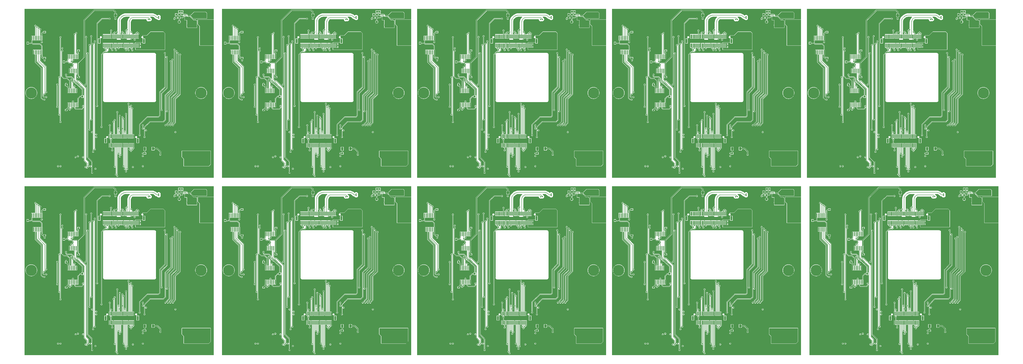
<source format=gbl>
%MOIN*%
%OFA0B0*%
%FSLAX23Y23*%
%IPPOS*%
%LPD*%
%ADD11C,0.01181*%
%ADD15C,0.03937*%
%ADD16R,0.0315X0.02362*%
%ADD24C,0.006000000000000001*%
%ADD25C,0.01*%
%ADD27C,0.17717*%
%ADD28C,0.01968*%
%ADD29C,0.00462*%
%ADD30C,0.00462*%
%ADD31R,0.01181X0.06299*%
%ADD32R,0.0315X0.07087*%
%ADD33R,0.05906X0.051179999999999996*%
%ADD34R,0.05906X0.04724*%
%ADD35R,0.02756X0.0315*%
%ADD36R,0.04331X0.01181*%
%ADD37R,0.02362X0.00984*%
%ADD38R,0.03937X0.03937*%
%ADD39R,0.0374X0.04803*%
%ADD40R,0.014X0.066*%
%ADD41R,0.03937X0.03937*%
%ADD42R,0.051179999999999996X0.05906*%
%ADD43R,0.02362X0.0315*%
%ADD44R,0.0315X0.02756*%
%ADD45C,0.008*%
%ADD56C,0.01181*%
%ADD57C,0.03937*%
%ADD58R,0.0315X0.02362*%
%ADD59C,0.006000000000000001*%
%ADD60C,0.01*%
%ADD61C,0.17717*%
%ADD62C,0.01968*%
%ADD63C,0.00462*%
%ADD64C,0.00462*%
%ADD65R,0.01181X0.06299*%
%ADD66R,0.0315X0.07087*%
%ADD67R,0.05906X0.051179999999999996*%
%ADD68R,0.05906X0.04724*%
%ADD69R,0.02756X0.0315*%
%ADD70R,0.04331X0.01181*%
%ADD71R,0.02362X0.00984*%
%ADD72R,0.03937X0.03937*%
%ADD73R,0.0374X0.04803*%
%ADD74R,0.014X0.066*%
%ADD75R,0.03937X0.03937*%
%ADD76R,0.051179999999999996X0.05906*%
%ADD77R,0.02362X0.0315*%
%ADD78R,0.0315X0.02756*%
%ADD79C,0.008*%
%ADD80C,0.01181*%
%ADD81C,0.03937*%
%ADD82R,0.0315X0.02362*%
%ADD83C,0.006000000000000001*%
%ADD84C,0.01*%
%ADD85C,0.17717*%
%ADD86C,0.01968*%
%ADD87C,0.00462*%
%ADD88C,0.00462*%
%ADD89R,0.01181X0.06299*%
%ADD90R,0.0315X0.07087*%
%ADD91R,0.05906X0.051179999999999996*%
%ADD92R,0.05906X0.04724*%
%ADD93R,0.02756X0.0315*%
%ADD94R,0.04331X0.01181*%
%ADD95R,0.02362X0.00984*%
%ADD96R,0.03937X0.03937*%
%ADD97R,0.0374X0.04803*%
%ADD98R,0.014X0.066*%
%ADD99R,0.03937X0.03937*%
%ADD100R,0.051179999999999996X0.05906*%
%ADD101R,0.02362X0.0315*%
%ADD102R,0.0315X0.02756*%
%ADD103C,0.008*%
%ADD104C,0.01181*%
%ADD105C,0.03937*%
%ADD106R,0.0315X0.02362*%
%ADD107C,0.006000000000000001*%
%ADD108C,0.01*%
%ADD109C,0.17717*%
%ADD110C,0.01968*%
%ADD111C,0.00462*%
%ADD112C,0.00462*%
%ADD113R,0.01181X0.06299*%
%ADD114R,0.0315X0.07087*%
%ADD115R,0.05906X0.051179999999999996*%
%ADD116R,0.05906X0.04724*%
%ADD117R,0.02756X0.0315*%
%ADD118R,0.04331X0.01181*%
%ADD119R,0.02362X0.00984*%
%ADD120R,0.03937X0.03937*%
%ADD121R,0.0374X0.04803*%
%ADD122R,0.014X0.066*%
%ADD123R,0.03937X0.03937*%
%ADD124R,0.051179999999999996X0.05906*%
%ADD125R,0.02362X0.0315*%
%ADD126R,0.0315X0.02756*%
%ADD127C,0.008*%
%ADD128C,0.01181*%
%ADD129C,0.03937*%
%ADD130R,0.0315X0.02362*%
%ADD131C,0.006000000000000001*%
%ADD132C,0.01*%
%ADD133C,0.17717*%
%ADD134C,0.01968*%
%ADD135C,0.00462*%
%ADD136C,0.00462*%
%ADD137R,0.01181X0.06299*%
%ADD138R,0.0315X0.07087*%
%ADD139R,0.05906X0.051179999999999996*%
%ADD140R,0.05906X0.04724*%
%ADD141R,0.02756X0.0315*%
%ADD142R,0.04331X0.01181*%
%ADD143R,0.02362X0.00984*%
%ADD144R,0.03937X0.03937*%
%ADD145R,0.0374X0.04803*%
%ADD146R,0.014X0.066*%
%ADD147R,0.03937X0.03937*%
%ADD148R,0.051179999999999996X0.05906*%
%ADD149R,0.02362X0.0315*%
%ADD150R,0.0315X0.02756*%
%ADD151C,0.008*%
%ADD152C,0.01181*%
%ADD153C,0.03937*%
%ADD154R,0.0315X0.02362*%
%ADD155C,0.006000000000000001*%
%ADD156C,0.01*%
%ADD157C,0.17717*%
%ADD158C,0.01968*%
%ADD159C,0.00462*%
%ADD160C,0.00462*%
%ADD161R,0.01181X0.06299*%
%ADD162R,0.0315X0.07087*%
%ADD163R,0.05906X0.051179999999999996*%
%ADD164R,0.05906X0.04724*%
%ADD165R,0.02756X0.0315*%
%ADD166R,0.04331X0.01181*%
%ADD167R,0.02362X0.00984*%
%ADD168R,0.03937X0.03937*%
%ADD169R,0.0374X0.04803*%
%ADD170R,0.014X0.066*%
%ADD171R,0.03937X0.03937*%
%ADD172R,0.051179999999999996X0.05906*%
%ADD173R,0.02362X0.0315*%
%ADD174R,0.0315X0.02756*%
%ADD175C,0.008*%
%ADD176C,0.01181*%
%ADD177C,0.03937*%
%ADD178R,0.0315X0.02362*%
%ADD179C,0.006000000000000001*%
%ADD180C,0.01*%
%ADD181C,0.17717*%
%ADD182C,0.01968*%
%ADD183C,0.00462*%
%ADD184C,0.00462*%
%ADD185R,0.01181X0.06299*%
%ADD186R,0.0315X0.07087*%
%ADD187R,0.05906X0.051179999999999996*%
%ADD188R,0.05906X0.04724*%
%ADD189R,0.02756X0.0315*%
%ADD190R,0.04331X0.01181*%
%ADD191R,0.02362X0.00984*%
%ADD192R,0.03937X0.03937*%
%ADD193R,0.0374X0.04803*%
%ADD194R,0.014X0.066*%
%ADD195R,0.03937X0.03937*%
%ADD196R,0.051179999999999996X0.05906*%
%ADD197R,0.02362X0.0315*%
%ADD198R,0.0315X0.02756*%
%ADD199C,0.008*%
%ADD200C,0.01181*%
%ADD201C,0.03937*%
%ADD202R,0.0315X0.02362*%
%ADD203C,0.006000000000000001*%
%ADD204C,0.01*%
%ADD205C,0.17717*%
%ADD206C,0.01968*%
%ADD207C,0.00462*%
%ADD208C,0.00462*%
%ADD209R,0.01181X0.06299*%
%ADD210R,0.0315X0.07087*%
%ADD211R,0.05906X0.051179999999999996*%
%ADD212R,0.05906X0.04724*%
%ADD213R,0.02756X0.0315*%
%ADD214R,0.04331X0.01181*%
%ADD215R,0.02362X0.00984*%
%ADD216R,0.03937X0.03937*%
%ADD217R,0.0374X0.04803*%
%ADD218R,0.014X0.066*%
%ADD219R,0.03937X0.03937*%
%ADD220R,0.051179999999999996X0.05906*%
%ADD221R,0.02362X0.0315*%
%ADD222R,0.0315X0.02756*%
%ADD223C,0.008*%
%ADD224C,0.01181*%
%ADD225C,0.03937*%
%ADD226R,0.0315X0.02362*%
%ADD227C,0.006000000000000001*%
%ADD228C,0.01*%
%ADD229C,0.17717*%
%ADD230C,0.01968*%
%ADD231C,0.00462*%
%ADD232C,0.00462*%
%ADD233R,0.01181X0.06299*%
%ADD234R,0.0315X0.07087*%
%ADD235R,0.05906X0.051179999999999996*%
%ADD236R,0.05906X0.04724*%
%ADD237R,0.02756X0.0315*%
%ADD238R,0.04331X0.01181*%
%ADD239R,0.02362X0.00984*%
%ADD240R,0.03937X0.03937*%
%ADD241R,0.0374X0.04803*%
%ADD242R,0.014X0.066*%
%ADD243R,0.03937X0.03937*%
%ADD244R,0.051179999999999996X0.05906*%
%ADD245R,0.02362X0.0315*%
%ADD246R,0.0315X0.02756*%
%ADD247C,0.008*%
%ADD248C,0.01181*%
%ADD249C,0.03937*%
%ADD250R,0.0315X0.02362*%
%ADD251C,0.006000000000000001*%
%ADD252C,0.01*%
%ADD253C,0.17717*%
%ADD254C,0.01968*%
%ADD255C,0.00462*%
%ADD256C,0.00462*%
%ADD257R,0.01181X0.06299*%
%ADD258R,0.0315X0.07087*%
%ADD259R,0.05906X0.051179999999999996*%
%ADD260R,0.05906X0.04724*%
%ADD261R,0.02756X0.0315*%
%ADD262R,0.04331X0.01181*%
%ADD263R,0.02362X0.00984*%
%ADD264R,0.03937X0.03937*%
%ADD265R,0.0374X0.04803*%
%ADD266R,0.014X0.066*%
%ADD267R,0.03937X0.03937*%
%ADD268R,0.051179999999999996X0.05906*%
%ADD269R,0.02362X0.0315*%
%ADD270R,0.0315X0.02756*%
%ADD271C,0.008*%
G36*
X03489Y02585D02*
X03269Y02585D01*
X03269Y02891*
X03239Y02921*
X03239Y02991*
X03489Y02991*
X03489Y02585*
G37*
G36*
X03489Y02995D02*
X03239Y02995D01*
X03236Y02994*
X03234Y02991*
X03234Y02921*
X03236Y02918*
X03264Y02889*
X03264Y02585*
X03266Y02582*
X03269Y02581*
X03489Y02581*
X03489Y00498*
X00511Y00498*
X00511Y03162*
X03489Y03162*
X03489Y02995*
G37*
%LPC*%
G36*
X02966Y03138D02*
X02931Y03138D01*
X02931Y03097*
X02966Y03097*
X02966Y03100*
X02971Y03104*
X02972Y03104*
X02973Y03104*
X02978Y03100*
X02978Y03097*
X03010Y03097*
X03010Y03138*
X02978Y03138*
X02978Y03136*
X02973Y03132*
X02972Y03132*
X02971Y03132*
X02966Y03136*
X02966Y03138*
G37*
G36*
X03364Y03114D02*
X03180Y03114D01*
X03177Y03114*
X03126Y03063*
X03126Y03061*
X03125Y03061*
X03124Y03061*
X03078Y03061*
X03075Y03061*
X03073Y03065*
X03073Y03078*
X03059Y03078*
X03058Y03080*
X03016Y03080*
X03015Y03080*
X03013Y03080*
X03012Y03080*
X03011Y03080*
X03010Y03080*
X03010Y03081*
X03010Y03081*
X03010Y03081*
X03010Y03081*
X03010Y03090*
X02978Y03090*
X02978Y03081*
X02978Y03081*
X02978Y03081*
X02978Y03081*
X02977Y03080*
X02975Y03080*
X02975Y03080*
X02974Y03080*
X02972Y03080*
X02971Y03080*
X02969Y03080*
X02968Y03080*
X02967Y03080*
X02967Y03081*
X02967Y03081*
X02967Y03081*
X02966Y03081*
X02966Y03090*
X02931Y03090*
X02931Y03081*
X02931Y03081*
X02931Y03081*
X02931Y03081*
X02930Y03081*
X02929Y03081*
X02927Y03080*
X02927Y03080*
X02925Y03080*
X02925Y03080*
X02923Y03080*
X02922Y03080*
X02921Y03080*
X02919Y03080*
X02918Y03081*
X02917Y03081*
X02917Y03081*
X02917Y03081*
X02917Y03081*
X02915Y03081*
X02915Y03090*
X02881Y03090*
X02881Y03051*
X02915Y03051*
X02915Y03060*
X02917Y03060*
X02917Y03061*
X02917Y03061*
X02917Y03061*
X02918Y03061*
X02919Y03061*
X02921Y03061*
X02922Y03061*
X02923Y03061*
X02925Y03061*
X02925Y03061*
X02927Y03061*
X02927Y03061*
X02929Y03061*
X02930Y03061*
X02931Y03061*
X02931Y03061*
X02931Y03060*
X02931Y03060*
X02931Y03051*
X02966Y03051*
X02966Y03060*
X02967Y03060*
X02967Y03060*
X02967Y03060*
X02967Y03061*
X02968Y03061*
X02969Y03061*
X02971Y03061*
X02972Y03061*
X02974Y03061*
X02975Y03061*
X02975Y03061*
X02977Y03061*
X02978Y03060*
X02978Y03060*
X02978Y03060*
X02978Y03060*
X02978Y03051*
X03005Y03051*
X03008Y03051*
X03010Y03046*
X02992Y03028*
X02969Y03028*
X02969Y03028*
X02968Y03028*
X02967Y03028*
X02967Y03028*
X02967Y03039*
X02927Y03039*
X02927Y03003*
X02939Y03003*
X02939Y03003*
X02939Y03001*
X02939Y03001*
X02939Y03001*
X02939Y02982*
X02939Y02981*
X02939Y02980*
X02939Y02980*
X02939Y02979*
X02939Y02979*
X02939Y02979*
X02939Y02978*
X02938Y02978*
X02930Y02973*
X02925Y02965*
X02923Y02956*
X02925Y02947*
X02930Y02939*
X02938Y02934*
X02947Y02932*
X02957Y02934*
X02963Y02939*
X02970Y02947*
X02971Y02956*
X02970Y02965*
X02963Y02973*
X02957Y02978*
X02955Y02978*
X02955Y02979*
X02955Y02979*
X02955Y02979*
X02955Y02980*
X02955Y02980*
X02955Y02981*
X02954Y02982*
X02954Y03001*
X02955Y03001*
X02955Y03001*
X02955Y03003*
X02955Y03003*
X02967Y03003*
X02967Y03013*
X02967Y03013*
X02968Y03013*
X02969Y03013*
X02969Y03013*
X02995Y03013*
X02998Y03013*
X02999Y03016*
X03025Y03041*
X03027Y03041*
X03028Y03040*
X03030Y03036*
X03029Y03034*
X03029Y02986*
X03030Y02983*
X03033Y02982*
X03064Y02982*
X03064Y02915*
X03064Y02915*
X03061Y02911*
X03060Y02906*
X03061Y02900*
X03064Y02896*
X03064Y02895*
X03064Y02866*
X03066Y02863*
X03069Y02862*
X03224Y02862*
X03227Y02863*
X03228Y02866*
X03228Y02971*
X03227Y02974*
X03212Y02989*
X03209Y02990*
X03170Y02990*
X03129Y03031*
X03130Y03034*
X03135Y03036*
X03163Y03008*
X03166Y03007*
X03379Y03007*
X03382Y03008*
X03382Y03011*
X03382Y03096*
X03382Y03099*
X03367Y03114*
X03364Y03114*
G37*
G36*
X02518Y03090D02*
X02108Y03090D01*
X02108Y03090*
X02087Y03090*
X02067Y03085*
X02048Y03077*
X02029Y03066*
X02013Y03053*
X02013Y03053*
X02003Y03041*
X02001Y03041*
X01992Y03029*
X01984Y03015*
X01978Y02999*
X01974Y02984*
X01973Y02969*
X01972Y02968*
X01972Y02815*
X01970Y02813*
X01965Y02812*
X01960Y02809*
X01957Y02804*
X01956Y02799*
X01957Y02793*
X01960Y02789*
X01960Y02789*
X01961Y02788*
X01961Y02787*
X01961Y02787*
X01962Y02786*
X01962Y02786*
X01962Y02785*
X01962Y02785*
X01963Y02783*
X01963Y02783*
X01963Y02783*
X01963Y02783*
X01963Y02765*
X01963Y02765*
X01956Y02765*
X01956Y02764*
X01955Y02764*
X01955Y02763*
X01954Y02762*
X01954Y02761*
X01954Y02761*
X01954Y02759*
X01954Y02759*
X01955Y02759*
X01955Y02759*
X01956Y02759*
X01956Y02757*
X01953Y02757*
X01953Y02757*
X01947Y02757*
X01947Y02757*
X01944Y02757*
X01945Y02759*
X01945Y02759*
X01946Y02759*
X01946Y02759*
X01947Y02759*
X01947Y02761*
X01947Y02761*
X01946Y02762*
X01946Y02763*
X01945Y02764*
X01945Y02764*
X01945Y02765*
X01938Y02765*
X01938Y02765*
X01938Y02773*
X01938Y02773*
X01938Y02774*
X01938Y02775*
X01938Y02775*
X01938Y02776*
X01938Y02776*
X01939Y02777*
X01939Y02777*
X01939Y02778*
X01940Y02778*
X01941Y02779*
X01941Y02779*
X01944Y02783*
X01945Y02789*
X01944Y02793*
X01941Y02799*
X01936Y02802*
X01931Y02803*
X01925Y02802*
X01921Y02799*
X01918Y02793*
X01916Y02789*
X01912Y02787*
X01911Y02787*
X01905Y02786*
X01901Y02783*
X01898Y02778*
X01897Y02773*
X01897Y02769*
X01894Y02765*
X01879Y02765*
X01879Y02765*
X01879Y02805*
X01879Y02805*
X01879Y02805*
X01879Y02807*
X01879Y02807*
X01879Y02807*
X01879Y02807*
X01880Y02807*
X01880Y02809*
X01880Y02809*
X01881Y02810*
X01882Y02811*
X01882Y02811*
X01882Y02811*
X01885Y02815*
X01886Y02821*
X01885Y02826*
X01882Y02831*
X01877Y02834*
X01872Y02835*
X01866Y02834*
X01862Y02831*
X01859Y02826*
X01858Y02821*
X01859Y02815*
X01861Y02811*
X01861Y02811*
X01862Y02810*
X01863Y02810*
X01863Y02809*
X01863Y02809*
X01864Y02807*
X01864Y02807*
X01864Y02807*
X01864Y02807*
X01864Y02805*
X01864Y02805*
X01864Y02805*
X01864Y02765*
X01864Y02765*
X01742Y02765*
X01742Y02690*
X01964Y02690*
X01964Y02676*
X02035Y02676*
X02035Y02690*
X02085Y02690*
X02085Y02690*
X02085Y02691*
X02085Y02692*
X02085Y02693*
X02085Y02694*
X02084Y02694*
X02084Y02695*
X02084Y02695*
X02083Y02695*
X02083Y02695*
X02082Y02695*
X02094Y02695*
X02093Y02695*
X02093Y02695*
X02092Y02695*
X02092Y02695*
X02092Y02694*
X02091Y02694*
X02091Y02693*
X02091Y02692*
X02091Y02691*
X02091Y02690*
X02091Y02690*
X02091Y02690*
X02121Y02690*
X02121Y02676*
X02193Y02676*
X02193Y02690*
X02233Y02690*
X02233Y02689*
X02234Y02687*
X02235Y02685*
X02232Y02681*
X02231Y02675*
X02232Y02670*
X02236Y02665*
X02240Y02661*
X02246Y02661*
X02251Y02661*
X02256Y02665*
X02259Y02670*
X02260Y02675*
X02259Y02681*
X02256Y02685*
X02257Y02687*
X02258Y02689*
X02258Y02690*
X02314Y02690*
X02314Y02692*
X02314Y02692*
X02314Y02757*
X02315Y02757*
X02315Y02757*
X02315Y02757*
X02314Y02763*
X02317Y02767*
X02318Y02768*
X02319Y02773*
X02318Y02778*
X02315Y02783*
X02310Y02786*
X02305Y02787*
X02304Y02787*
X02299Y02789*
X02298Y02793*
X02295Y02799*
X02290Y02802*
X02285Y02803*
X02279Y02802*
X02275Y02799*
X02272Y02793*
X02271Y02789*
X02266Y02787*
X02265Y02787*
X02260Y02786*
X02255Y02783*
X02252Y02778*
X02251Y02773*
X02252Y02769*
X02249Y02765*
X02213Y02765*
X02213Y02765*
X02213Y02780*
X02213Y02783*
X02211Y02785*
X02204Y02792*
X02204Y02793*
X02203Y02793*
X02203Y02793*
X02203Y02793*
X02203Y02795*
X02202Y02795*
X02202Y02795*
X02202Y02795*
X02202Y02797*
X02202Y02798*
X02202Y02799*
X02202Y02799*
X02202Y02799*
X02201Y02804*
X02198Y02809*
X02193Y02812*
X02188Y02813*
X02184Y02816*
X02184Y02939*
X02184Y02939*
X02184Y02945*
X02184Y02950*
X02185Y02958*
X02189Y02971*
X02195Y02982*
X02203Y02992*
X02204Y02992*
X02204Y02993*
X02210Y02997*
X02217Y02998*
X02218Y02998*
X02426Y02998*
X02429Y02995*
X02430Y02987*
X02433Y02980*
X02437Y02974*
X02444Y02969*
X02451Y02966*
X02459Y02965*
X02466Y02966*
X02472Y02968*
X02476Y02967*
X02484Y02966*
X02491Y02967*
X02499Y02970*
X02505Y02975*
X02510Y02981*
X02513Y02987*
X02514Y02996*
X02513Y03004*
X02510Y03011*
X02505Y03017*
X02499Y03022*
X02495Y03023*
X02494Y03027*
X02490Y03031*
X02489Y03032*
X02491Y03037*
X02491Y03037*
X02513Y03037*
X02513Y03037*
X02518Y03037*
X02522Y03037*
X02532Y03036*
X02545Y03030*
X02556Y03022*
X02557Y03021*
X02562Y03016*
X02563Y03015*
X02571Y03008*
X02582Y03001*
X02594Y02999*
X02597Y02999*
X02598Y02998*
X02602Y02992*
X02609Y02987*
X02616Y02984*
X02623Y02983*
X02631Y02984*
X02639Y02987*
X02645Y02992*
X02649Y02998*
X02653Y03005*
X02654Y03013*
X02653Y03021*
X02651Y03025*
X02653Y03029*
X02654Y03037*
X02653Y03044*
X02649Y03052*
X02645Y03058*
X02639Y03063*
X02631Y03066*
X02623Y03067*
X02616Y03066*
X02609Y03063*
X02602Y03058*
X02602Y03057*
X02597Y03057*
X02595Y03059*
X02594Y03060*
X02582Y03070*
X02567Y03078*
X02551Y03085*
X02535Y03090*
X02518Y03090*
X02518Y03090*
G37*
G36*
X01849Y03020D02*
X01843Y03019D01*
X01839Y03016*
X01839Y03016*
X01838Y03015*
X01838Y03015*
X01837Y03013*
X01837Y03013*
X01836Y03013*
X01836Y03013*
X01835Y03013*
X01835Y03013*
X01834Y03013*
X01833Y03013*
X01833Y03013*
X01726Y03013*
X01723Y03012*
X01721Y03011*
X01647Y02937*
X01645Y02934*
X01645Y02932*
X01645Y01645*
X01644Y01645*
X01644Y01645*
X01644Y01645*
X01644Y01644*
X01644Y01644*
X01644Y01643*
X01644Y01643*
X01643Y01642*
X01643Y01642*
X01642Y01641*
X01642Y01639*
X01642Y01639*
X01642Y01639*
X01638Y01636*
X01637Y01630*
X01638Y01625*
X01642Y01620*
X01645Y01617*
X01651Y01616*
X01657Y01617*
X01661Y01620*
X01665Y01625*
X01666Y01630*
X01665Y01636*
X01662Y01639*
X01662Y01639*
X01661Y01641*
X01661Y01641*
X01660Y01642*
X01660Y01642*
X01660Y01643*
X01659Y01643*
X01659Y01644*
X01659Y01644*
X01659Y01645*
X01659Y01645*
X01659Y01645*
X01659Y02929*
X01729Y02999*
X01833Y02999*
X01833Y02999*
X01834Y02999*
X01835Y02998*
X01835Y02998*
X01836Y02998*
X01836Y02998*
X01837Y02998*
X01837Y02997*
X01838Y02997*
X01838Y02996*
X01839Y02996*
X01839Y02996*
X01843Y02993*
X01849Y02992*
X01854Y02993*
X01859Y02996*
X01862Y02999*
X01863Y03006*
X01862Y03011*
X01859Y03016*
X01854Y03019*
X01849Y03020*
G37*
G36*
X01915Y03151D02*
X01607Y03151D01*
X01603Y03150*
X01600Y03148*
X01442Y02990*
X01439Y02987*
X01439Y02983*
X01439Y02411*
X01342Y02315*
X01257Y02315*
X01255Y02320*
X01257Y02321*
X01260Y02325*
X01261Y02331*
X01260Y02336*
X01259Y02338*
X01262Y02341*
X01267Y02338*
X01272Y02337*
X01278Y02338*
X01281Y02341*
X01285Y02345*
X01287Y02351*
X01285Y02356*
X01281Y02361*
X01281Y02361*
X01281Y02362*
X01281Y02362*
X01281Y02363*
X01281Y02363*
X01280Y02364*
X01280Y02364*
X01280Y02365*
X01280Y02365*
X01280Y02366*
X01283Y02370*
X01287Y02370*
X01287Y02370*
X01308Y02370*
X01309Y02370*
X01312Y02370*
X01314Y02370*
X01333Y02370*
X01335Y02370*
X01338Y02370*
X01340Y02370*
X01360Y02370*
X01360Y02439*
X01360Y02439*
X01360Y02439*
X01360Y02439*
X01360Y02440*
X01360Y02444*
X01359Y02449*
X01359Y02449*
X01359Y02449*
X01359Y02450*
X01359Y02450*
X01359Y02451*
X01359Y02451*
X01359Y02451*
X01359Y02451*
X01359Y02451*
X01362Y02455*
X01363Y02461*
X01362Y02466*
X01359Y02470*
X01359Y02471*
X01359Y02471*
X01359Y02471*
X01359Y02471*
X01359Y02471*
X01359Y02472*
X01359Y02472*
X01359Y02473*
X01359Y02474*
X01359Y02475*
X01358Y02476*
X01358Y02487*
X01379Y02487*
X01379Y02518*
X01341Y02518*
X01341Y02496*
X01340Y02496*
X01340Y02492*
X01340Y02490*
X01340Y02476*
X01340Y02475*
X01340Y02473*
X01340Y02473*
X01340Y02472*
X01340Y02472*
X01339Y02471*
X01339Y02471*
X01339Y02471*
X01339Y02471*
X01339Y02471*
X01339Y02470*
X01335Y02466*
X01335Y02464*
X01330Y02465*
X01330Y02766*
X01330Y02767*
X01330Y02767*
X01330Y02768*
X01330Y02768*
X01330Y02769*
X01330Y02769*
X01332Y02769*
X01332Y02769*
X01332Y02771*
X01333Y02771*
X01334Y02771*
X01334Y02771*
X01336Y02777*
X01338Y02781*
X01336Y02788*
X01334Y02792*
X01329Y02795*
X01323Y02795*
X01317Y02795*
X01314Y02792*
X01311Y02788*
X01309Y02781*
X01311Y02777*
X01311Y02775*
X01308Y02771*
X01303Y02775*
X01298Y02776*
X01293Y02775*
X01287Y02771*
X01285Y02768*
X01284Y02762*
X01285Y02757*
X01287Y02752*
X01287Y02752*
X01289Y02751*
X01289Y02751*
X01290Y02750*
X01290Y02750*
X01290Y02749*
X01290Y02749*
X01290Y02748*
X01291Y02748*
X01291Y02747*
X01291Y02747*
X01291Y02745*
X01291Y02449*
X01287Y02444*
X01283Y02444*
X01281Y02444*
X01263Y02444*
X01261Y02444*
X01256Y02444*
X01237Y02444*
X01236Y02444*
X01232Y02444*
X01231Y02444*
X01212Y02444*
X01210Y02444*
X01207Y02444*
X01205Y02444*
X01185Y02444*
X01185Y02370*
X01188Y02370*
X01188Y02358*
X01163Y02332*
X01147Y02332*
X01147Y02344*
X01112Y02344*
X01112Y02305*
X01147Y02305*
X01147Y02317*
X01166Y02317*
X01168Y02318*
X01171Y02319*
X01181Y02329*
X01207Y02303*
X01210Y02301*
X01212Y02301*
X01269Y02301*
X01269Y02296*
X01268Y02295*
X01263Y02292*
X01260Y02288*
X01259Y02282*
X01260Y02277*
X01262Y02274*
X01262Y02273*
X01263Y02272*
X01263Y02272*
X01263Y02271*
X01263Y02271*
X01265Y02270*
X01265Y02269*
X01265Y02269*
X01265Y02268*
X01265Y02268*
X01265Y02267*
X01265Y02267*
X01265Y02247*
X01260Y02246*
X01260Y02248*
X01257Y02253*
X01252Y02256*
X01247Y02257*
X01241Y02256*
X01237Y02253*
X01234Y02248*
X01233Y02243*
X01234Y02237*
X01237Y02233*
X01237Y02233*
X01237Y02232*
X01238Y02232*
X01238Y02231*
X01239Y02230*
X01239Y02230*
X01239Y02229*
X01239Y02229*
X01239Y02229*
X01239Y02228*
X01239Y02227*
X01240Y02227*
X01240Y02227*
X01236Y02222*
X01232Y02222*
X01231Y02222*
X01210Y02222*
X01210Y02148*
X01231Y02148*
X01232Y02148*
X01236Y02148*
X01237Y02148*
X01256Y02148*
X01261Y02148*
X01263Y02148*
X01281Y02148*
X01283Y02148*
X01287Y02148*
X01291Y02144*
X01291Y02039*
X01291Y02036*
X01293Y02033*
X01324Y02001*
X01327Y02000*
X01329Y01999*
X01341Y01999*
X01442Y01899*
X01442Y01800*
X01437Y01799*
X01437Y01799*
X01427Y01799*
X01427Y01799*
X01427Y01799*
X01427Y01800*
X01427Y01801*
X01427Y01803*
X01427Y01803*
X01427Y01892*
X01427Y01896*
X01425Y01898*
X01335Y01988*
X01333Y01990*
X01329Y01991*
X01321Y01991*
X01310Y02001*
X01310Y02007*
X01309Y02009*
X01306Y02012*
X01286Y02033*
X01286Y02061*
X01285Y02064*
X01283Y02067*
X01259Y02091*
X01256Y02093*
X01253Y02094*
X01183Y02094*
X01173Y02103*
X01173Y02109*
X01173Y02109*
X01173Y02110*
X01174Y02111*
X01174Y02111*
X01174Y02112*
X01174Y02113*
X01174Y02113*
X01174Y02113*
X01174Y02114*
X01175Y02114*
X01175Y02115*
X01175Y02116*
X01177Y02118*
X01178Y02124*
X01177Y02129*
X01174Y02134*
X01170Y02137*
X01164Y02138*
X01159Y02137*
X01154Y02134*
X01151Y02129*
X01150Y02124*
X01151Y02118*
X01154Y02114*
X01155Y02113*
X01155Y02113*
X01156Y02112*
X01156Y02112*
X01156Y02112*
X01156Y02112*
X01156Y02111*
X01156Y02111*
X01157Y02110*
X01157Y02110*
X01157Y02109*
X01157Y02108*
X01157Y02108*
X01157Y02108*
X01157Y02108*
X01157Y02099*
X01158Y02096*
X01159Y02094*
X01173Y02080*
X01176Y02078*
X01179Y02077*
X01249Y02077*
X01269Y02057*
X01269Y02031*
X01269Y02027*
X01271Y02025*
X01271Y02023*
X01269Y02020*
X01267Y02020*
X01262Y02017*
X01259Y02012*
X01259Y02009*
X01254Y02009*
X01254Y02029*
X01254Y02031*
X01254Y02031*
X01254Y02032*
X01254Y02032*
X01254Y02033*
X01255Y02033*
X01255Y02033*
X01255Y02033*
X01256Y02035*
X01256Y02035*
X01257Y02036*
X01257Y02036*
X01260Y02041*
X01261Y02045*
X01260Y02051*
X01257Y02056*
X01252Y02059*
X01247Y02060*
X01241Y02059*
X01237Y02056*
X01234Y02051*
X01233Y02045*
X01234Y02041*
X01237Y02036*
X01237Y02036*
X01237Y02035*
X01238Y02035*
X01238Y02033*
X01239Y02033*
X01239Y02033*
X01239Y02033*
X01239Y02032*
X01239Y02032*
X01239Y02031*
X01239Y02031*
X01240Y02029*
X01240Y01913*
X01237Y01909*
X01231Y01909*
X01228Y01912*
X01228Y02025*
X01228Y02029*
X01226Y02031*
X01189Y02069*
X01187Y02070*
X01184Y02071*
X01133Y02071*
X01102Y02102*
X01102Y02484*
X01105Y02488*
X01110Y02489*
X01115Y02492*
X01118Y02497*
X01119Y02502*
X01118Y02508*
X01115Y02512*
X01110Y02515*
X01105Y02516*
X01099Y02515*
X01095Y02512*
X01092Y02508*
X01091Y02502*
X01091Y02500*
X01091Y02500*
X01091Y02500*
X01091Y02500*
X01091Y02500*
X01091Y02499*
X01091Y02499*
X01091Y02499*
X01091Y02499*
X01091Y02499*
X01090Y02498*
X01090Y02498*
X01089Y02497*
X01089Y02497*
X01088Y02495*
X01088Y02493*
X01083Y02494*
X01083Y02699*
X01083Y02700*
X01083Y02701*
X01083Y02701*
X01083Y02701*
X01083Y02702*
X01083Y02702*
X01084Y02703*
X01084Y02703*
X01084Y02704*
X01085Y02705*
X01086Y02705*
X01086Y02706*
X01089Y02709*
X01090Y02715*
X01089Y02721*
X01086Y02725*
X01081Y02728*
X01076Y02729*
X01070Y02728*
X01066Y02725*
X01063Y02721*
X01061Y02715*
X01063Y02709*
X01065Y02706*
X01066Y02705*
X01066Y02705*
X01067Y02704*
X01067Y02703*
X01067Y02703*
X01068Y02702*
X01068Y02702*
X01068Y02701*
X01068Y02701*
X01068Y02701*
X01068Y02700*
X01068Y02699*
X01068Y02098*
X01068Y02098*
X01063Y02096*
X01060Y02098*
X01055Y02099*
X01049Y02098*
X01045Y02095*
X01042Y02091*
X01041Y02085*
X01042Y02080*
X01045Y02076*
X01045Y02075*
X01045Y02075*
X01046Y02074*
X01046Y02074*
X01047Y02073*
X01047Y02073*
X01047Y02072*
X01047Y02072*
X01047Y02071*
X01047Y02071*
X01047Y02070*
X01048Y02069*
X01048Y01511*
X01047Y01510*
X01047Y01510*
X01047Y01509*
X01047Y01509*
X01047Y01508*
X01047Y01508*
X01047Y01506*
X01046Y01506*
X01046Y01506*
X01045Y01506*
X01045Y01505*
X01045Y01505*
X01042Y01499*
X01041Y01495*
X01042Y01489*
X01045Y01485*
X01049Y01481*
X01055Y01481*
X01060Y01481*
X01063Y01484*
X01068Y01481*
X01068Y01481*
X01068Y01393*
X01068Y01391*
X01068Y01390*
X01068Y01390*
X01068Y01390*
X01068Y01390*
X01068Y01390*
X01067Y01389*
X01067Y01388*
X01067Y01388*
X01066Y01387*
X01066Y01387*
X01065Y01385*
X01063Y01382*
X01061Y01377*
X01063Y01371*
X01066Y01366*
X01070Y01364*
X01076Y01363*
X01081Y01364*
X01086Y01366*
X01089Y01371*
X01090Y01377*
X01089Y01382*
X01086Y01387*
X01086Y01387*
X01085Y01387*
X01084Y01388*
X01084Y01389*
X01084Y01389*
X01083Y01390*
X01083Y01390*
X01083Y01390*
X01083Y01390*
X01083Y01390*
X01083Y01391*
X01083Y01393*
X01083Y02097*
X01088Y02098*
X01088Y02096*
X01090Y02094*
X01125Y02059*
X01127Y02057*
X01130Y02057*
X01181Y02057*
X01214Y02023*
X01214Y01913*
X01211Y01910*
X01211Y01909*
X01210Y01909*
X01206Y01912*
X01206Y01914*
X01206Y01916*
X01206Y01916*
X01206Y01930*
X01205Y01934*
X01203Y01937*
X01192Y01948*
X01192Y01948*
X01188Y01953*
X01186Y01955*
X01185Y01957*
X01185Y01957*
X01185Y01961*
X01185Y01962*
X01185Y01962*
X01185Y01977*
X01183Y01977*
X01179Y01982*
X01179Y01983*
X01178Y01988*
X01175Y01993*
X01171Y01996*
X01165Y01997*
X01160Y01996*
X01155Y01993*
X01152Y01988*
X01151Y01983*
X01151Y01982*
X01147Y01977*
X01145Y01977*
X01145Y01945*
X01164Y01945*
X01164Y01945*
X01166Y01944*
X01167Y01943*
X01175Y01936*
X01178Y01934*
X01178Y01934*
X01178Y01933*
X01178Y01933*
X01186Y01926*
X01186Y01916*
X01185Y01916*
X01185Y01914*
X01185Y01909*
X01185Y01908*
X01185Y01908*
X01184Y01904*
X01185Y01904*
X01185Y01834*
X01205Y01834*
X01207Y01834*
X01210Y01834*
X01212Y01834*
X01231Y01834*
X01232Y01834*
X01236Y01834*
X01237Y01834*
X01256Y01834*
X01258Y01834*
X01263Y01834*
X01281Y01834*
X01287Y01834*
X01287Y01834*
X01308Y01834*
X01309Y01834*
X01312Y01834*
X01314Y01834*
X01335Y01834*
X01335Y01908*
X01314Y01908*
X01312Y01908*
X01309Y01908*
X01305Y01912*
X01305Y01923*
X01305Y01924*
X01305Y01924*
X01305Y01925*
X01305Y01925*
X01305Y01926*
X01305Y01926*
X01305Y01927*
X01305Y01927*
X01306Y01928*
X01306Y01928*
X01308Y01929*
X01308Y01929*
X01311Y01934*
X01311Y01939*
X01311Y01945*
X01308Y01949*
X01303Y01952*
X01298Y01953*
X01293Y01952*
X01287Y01949*
X01285Y01945*
X01285Y01942*
X01280Y01943*
X01280Y01991*
X01280Y01991*
X01280Y01992*
X01280Y01992*
X01280Y01993*
X01280Y01993*
X01280Y01994*
X01281Y01994*
X01281Y01995*
X01281Y01995*
X01281Y01996*
X01281Y01997*
X01281Y01997*
X01285Y02001*
X01286Y02001*
X01291Y02003*
X01293Y02001*
X01293Y01998*
X01293Y01998*
X01293Y01995*
X01296Y01993*
X01311Y01977*
X01314Y01975*
X01317Y01974*
X01326Y01974*
X01412Y01889*
X01412Y01803*
X01411Y01803*
X01411Y01801*
X01411Y01800*
X01411Y01799*
X01411Y01799*
X01411Y01799*
X01402Y01799*
X01402Y01787*
X01381Y01787*
X01377Y01786*
X01375Y01785*
X01345Y01755*
X01344Y01753*
X01342Y01749*
X01342Y01690*
X01339Y01686*
X01335Y01686*
X01333Y01686*
X01314Y01686*
X01312Y01686*
X01309Y01686*
X01308Y01686*
X01287Y01686*
X01287Y01686*
X01283Y01686*
X01283Y01686*
X01281Y01689*
X01281Y01691*
X01281Y01691*
X01281Y01692*
X01283Y01692*
X01285Y01697*
X01287Y01702*
X01285Y01707*
X01281Y01712*
X01278Y01715*
X01272Y01716*
X01267Y01715*
X01262Y01712*
X01259Y01707*
X01258Y01702*
X01259Y01697*
X01262Y01692*
X01262Y01692*
X01263Y01691*
X01262Y01689*
X01261Y01686*
X01261Y01686*
X01258Y01686*
X01256Y01686*
X01237Y01686*
X01236Y01686*
X01232Y01686*
X01231Y01686*
X01212Y01686*
X01210Y01686*
X01207Y01686*
X01205Y01686*
X01185Y01686*
X01185Y01618*
X01185Y01618*
X01185Y01617*
X01185Y01617*
X01184Y01616*
X01185Y01612*
X01186Y01608*
X01186Y01607*
X01186Y01607*
X01186Y01606*
X01186Y01606*
X01186Y01606*
X01186Y01606*
X01186Y01606*
X01186Y01606*
X01186Y01606*
X01185Y01605*
X01183Y01604*
X01180Y01599*
X01179Y01594*
X01179Y01594*
X01179Y01594*
X01179Y01594*
X01179Y01593*
X01179Y01593*
X01178Y01593*
X01178Y01592*
X01178Y01592*
X01177Y01591*
X01177Y01591*
X01175Y01589*
X01170Y01585*
X01169Y01584*
X01167Y01583*
X01166Y01582*
X01165Y01582*
X01145Y01582*
X01145Y01550*
X01185Y01550*
X01185Y01568*
X01185Y01568*
X01185Y01568*
X01185Y01571*
X01186Y01572*
X01189Y01576*
X01190Y01577*
X01191Y01578*
X01191Y01578*
X01192Y01579*
X01192Y01579*
X01192Y01579*
X01193Y01579*
X01193Y01579*
X01193Y01579*
X01193Y01579*
X01193Y01580*
X01198Y01581*
X01203Y01584*
X01206Y01588*
X01207Y01594*
X01206Y01599*
X01205Y01600*
X01205Y01600*
X01205Y01600*
X01205Y01600*
X01205Y01600*
X01205Y01600*
X01205Y01600*
X01205Y01601*
X01205Y01601*
X01205Y01605*
X01205Y01606*
X01205Y01606*
X01205Y01606*
X01205Y01610*
X01205Y01612*
X01210Y01612*
X01214Y01608*
X01214Y01589*
X01214Y01589*
X01214Y01588*
X01214Y01588*
X01214Y01587*
X01214Y01587*
X01213Y01586*
X01213Y01586*
X01213Y01585*
X01212Y01585*
X01212Y01584*
X01211Y01584*
X01211Y01583*
X01208Y01579*
X01207Y01574*
X01208Y01568*
X01211Y01564*
X01216Y01560*
X01221Y01559*
X01227Y01560*
X01231Y01564*
X01234Y01568*
X01235Y01574*
X01234Y01579*
X01231Y01583*
X01231Y01584*
X01231Y01584*
X01230Y01585*
X01230Y01585*
X01229Y01586*
X01229Y01586*
X01229Y01587*
X01229Y01587*
X01229Y01588*
X01229Y01588*
X01229Y01589*
X01231Y01590*
X01235Y01589*
X01237Y01586*
X01241Y01583*
X01247Y01582*
X01252Y01583*
X01257Y01586*
X01260Y01591*
X01261Y01596*
X01260Y01602*
X01257Y01606*
X01257Y01606*
X01256Y01607*
X01256Y01607*
X01256Y01609*
X01257Y01610*
X01258Y01612*
X01258Y01612*
X01261Y01612*
X01263Y01612*
X01281Y01612*
X01283Y01612*
X01287Y01612*
X01291Y01608*
X01291Y01600*
X01291Y01597*
X01293Y01595*
X01311Y01576*
X01314Y01574*
X01317Y01574*
X01408Y01574*
X01412Y01574*
X01414Y01576*
X01435Y01597*
X01436Y01599*
X01437Y01602*
X01442Y01601*
X01442Y00838*
X01437Y00835*
X01435Y00836*
X01430Y00837*
X01424Y00836*
X01420Y00833*
X01417Y00828*
X01415Y00822*
X01417Y00818*
X01420Y00813*
X01424Y00810*
X01430Y00809*
X01435Y00810*
X01437Y00811*
X01442Y00808*
X01442Y00772*
X01442Y00769*
X01444Y00767*
X01487Y00722*
X01487Y00676*
X01487Y00675*
X01480Y00676*
X01480Y00677*
X01475Y00680*
X01469Y00681*
X01463Y00680*
X01460Y00677*
X01457Y00672*
X01456Y00667*
X01457Y00661*
X01460Y00657*
X01463Y00654*
X01469Y00652*
X01475Y00654*
X01475Y00654*
X01481Y00652*
X01481Y00651*
X01485Y00646*
X01489Y00643*
X01495Y00643*
X01499Y00643*
X01505Y00646*
X01508Y00651*
X01509Y00657*
X01508Y00661*
X01506Y00664*
X01510Y00667*
X01510Y00667*
X01516Y00666*
X01521Y00667*
X01526Y00670*
X01529Y00675*
X01529Y00678*
X01529Y00678*
X01534Y00678*
X01534Y00678*
X01535Y00675*
X01538Y00670*
X01542Y00667*
X01548Y00666*
X01553Y00667*
X01558Y00670*
X01560Y00673*
X01564Y00673*
X01566Y00673*
X01566Y00592*
X01565Y00591*
X01565Y00589*
X01565Y00589*
X01565Y00588*
X01565Y00588*
X01565Y00587*
X01565Y00587*
X01565Y00587*
X01565Y00587*
X01565Y00587*
X01564Y00586*
X01562Y00582*
X01560Y00577*
X01562Y00571*
X01565Y00567*
X01569Y00564*
X01575Y00563*
X01580Y00564*
X01585Y00567*
X01588Y00571*
X01589Y00577*
X01588Y00582*
X01585Y00586*
X01585Y00587*
X01585Y00587*
X01585Y00587*
X01585Y00587*
X01584Y00587*
X01584Y00588*
X01584Y00588*
X01584Y00589*
X01584Y00590*
X01584Y00591*
X01584Y00592*
X01584Y00749*
X01583Y00754*
X01581Y00757*
X01512Y00826*
X01512Y02445*
X01512Y02445*
X01512Y02447*
X01512Y02448*
X01512Y02449*
X01512Y02449*
X01512Y02449*
X01512Y02450*
X01512Y02450*
X01512Y02450*
X01512Y02450*
X01512Y02450*
X01516Y02454*
X01517Y02460*
X01516Y02465*
X01512Y02470*
X01509Y02473*
X01503Y02474*
X01498Y02473*
X01493Y02470*
X01492Y02468*
X01487Y02469*
X01487Y02703*
X01487Y02703*
X01487Y02704*
X01487Y02705*
X01487Y02705*
X01487Y02706*
X01487Y02706*
X01487Y02707*
X01487Y02707*
X01489Y02708*
X01489Y02708*
X01490Y02709*
X01490Y02709*
X01493Y02713*
X01493Y02719*
X01493Y02724*
X01490Y02729*
X01485Y02732*
X01480Y02733*
X01474Y02732*
X01469Y02729*
X01467Y02724*
X01466Y02719*
X01467Y02713*
X01469Y02709*
X01469Y02709*
X01469Y02708*
X01471Y02708*
X01471Y02707*
X01472Y02707*
X01472Y02706*
X01472Y02706*
X01472Y02705*
X01472Y02705*
X01472Y02704*
X01472Y02703*
X01473Y02703*
X01473Y01986*
X01472Y01986*
X01472Y01985*
X01469Y01981*
X01463Y01980*
X01459Y01977*
X01456Y01973*
X01455Y01967*
X01456Y01962*
X01459Y01957*
X01463Y01954*
X01469Y01953*
X01475Y01954*
X01479Y01957*
X01481Y01962*
X01483Y01967*
X01483Y01968*
X01483Y01969*
X01483Y01969*
X01483Y01969*
X01483Y01970*
X01483Y01970*
X01483Y01970*
X01483Y01970*
X01483Y01970*
X01484Y01971*
X01484Y01971*
X01484Y01972*
X01484Y01972*
X01485Y01973*
X01485Y01973*
X01486Y01975*
X01487Y01978*
X01487Y02447*
X01489Y02449*
X01492Y02449*
X01493Y02449*
X01493Y02447*
X01493Y02446*
X01493Y02445*
X01493Y02445*
X01493Y00822*
X01495Y00818*
X01497Y00815*
X01566Y00746*
X01566Y00687*
X01564Y00687*
X01560Y00687*
X01558Y00689*
X01553Y00692*
X01548Y00695*
X01542Y00692*
X01538Y00689*
X01535Y00686*
X01534Y00683*
X01534Y00683*
X01529Y00683*
X01529Y00683*
X01529Y00686*
X01526Y00689*
X01526Y00689*
X01524Y00691*
X01524Y00692*
X01524Y00692*
X01524Y00692*
X01523Y00692*
X01523Y00694*
X01523Y00694*
X01523Y00695*
X01523Y00695*
X01523Y00695*
X01523Y00695*
X01523Y00751*
X01522Y00754*
X01521Y00756*
X01487Y00790*
X01487Y01911*
X01486Y01914*
X01485Y01917*
X01370Y02031*
X01368Y02033*
X01365Y02033*
X01346Y02033*
X01330Y02049*
X01330Y02121*
X01335Y02121*
X01335Y02119*
X01339Y02116*
X01339Y02116*
X01339Y02116*
X01339Y02115*
X01339Y02115*
X01339Y02115*
X01339Y02114*
X01339Y02112*
X01339Y02111*
X01339Y02111*
X01339Y02098*
X01340Y02094*
X01340Y02093*
X01340Y02091*
X01341Y02090*
X01341Y02070*
X01379Y02070*
X01379Y02101*
X01360Y02101*
X01359Y02102*
X01359Y02111*
X01359Y02111*
X01359Y02112*
X01360Y02115*
X01360Y02115*
X01360Y02115*
X01360Y02116*
X01360Y02116*
X01360Y02116*
X01362Y02119*
X01363Y02125*
X01362Y02130*
X01360Y02134*
X01360Y02134*
X01360Y02134*
X01360Y02134*
X01360Y02134*
X01360Y02134*
X01359Y02138*
X01359Y02139*
X01359Y02139*
X01359Y02140*
X01359Y02140*
X01359Y02142*
X01360Y02147*
X01360Y02148*
X01360Y02148*
X01360Y02152*
X01360Y02152*
X01360Y02217*
X01360Y02217*
X01360Y02218*
X01360Y02222*
X01360Y02222*
X01359Y02227*
X01359Y02230*
X01359Y02230*
X01359Y02303*
X01456Y02400*
X01457Y02403*
X01459Y02407*
X01459Y02979*
X01611Y03131*
X01911Y03131*
X01931Y03111*
X01931Y03090*
X01931Y03090*
X01931Y03088*
X01930Y03087*
X01930Y03085*
X01930Y03084*
X01930Y03083*
X01929Y03083*
X01929Y03083*
X01929Y03083*
X01929Y03083*
X01929Y03083*
X01928Y03083*
X01919Y03083*
X01919Y03035*
X01928Y03035*
X01929Y03035*
X01929Y03035*
X01929Y03035*
X01929Y03035*
X01930Y03035*
X01930Y03034*
X01930Y03033*
X01930Y03031*
X01931Y03030*
X01931Y03028*
X01931Y03027*
X01931Y03018*
X01931Y03018*
X01931Y03017*
X01931Y03015*
X01930Y03013*
X01930Y03013*
X01930Y03013*
X01930Y03013*
X01930Y03013*
X01930Y03013*
X01928Y03009*
X01927Y03004*
X01928Y02998*
X01931Y02994*
X01935Y02991*
X01941Y02990*
X01946Y02991*
X01951Y02994*
X01954Y02998*
X01955Y03004*
X01954Y03009*
X01951Y03013*
X01951Y03013*
X01951Y03013*
X01951Y03013*
X01951Y03013*
X01951Y03013*
X01951Y03017*
X01951Y03018*
X01951Y03018*
X01951Y03027*
X01951Y03028*
X01951Y03030*
X01951Y03031*
X01952Y03033*
X01952Y03034*
X01952Y03035*
X01952Y03035*
X01953Y03035*
X01953Y03035*
X01953Y03035*
X01953Y03035*
X01966Y03035*
X01966Y03083*
X01953Y03083*
X01953Y03083*
X01953Y03083*
X01953Y03083*
X01953Y03083*
X01952Y03083*
X01952Y03083*
X01952Y03084*
X01952Y03085*
X01951Y03087*
X01951Y03088*
X01951Y03090*
X01951Y03090*
X01951Y03114*
X01950Y03119*
X01948Y03121*
X01922Y03148*
X01919Y03150*
X01915Y03151*
G37*
G36*
X02920Y03039D02*
X02879Y03039D01*
X02879Y03032*
X02879Y03031*
X02879Y03031*
X02879Y03031*
X02879Y03031*
X02879Y03031*
X02877Y03030*
X02876Y03030*
X02874Y03030*
X02874Y03030*
X02874Y03030*
X02870Y03029*
X02867Y03027*
X02862Y03022*
X02860Y03019*
X02860Y03016*
X02860Y03013*
X02859Y03013*
X02855Y03009*
X02855Y03003*
X02855Y02998*
X02859Y02993*
X02863Y02990*
X02869Y02989*
X02874Y02990*
X02879Y02993*
X02882Y02998*
X02883Y03003*
X02920Y03003*
X02920Y03039*
G37*
G36*
X00679Y02910D02*
X00673Y02909D01*
X00669Y02906*
X00666Y02901*
X00664Y02896*
X00666Y02890*
X00669Y02886*
X00669Y02886*
X00670Y02885*
X00670Y02885*
X00670Y02884*
X00670Y02884*
X00670Y02883*
X00670Y02883*
X00672Y02882*
X00672Y02882*
X00672Y02881*
X00672Y02879*
X00672Y02879*
X00672Y02744*
X00667Y02739*
X00664Y02739*
X00663Y02739*
X00643Y02739*
X00643Y02739*
X00639Y02739*
X00637Y02739*
X00617Y02739*
X00617Y02665*
X00621Y02665*
X00621Y02645*
X00601Y02625*
X00577Y02625*
X00577Y02641*
X00542Y02641*
X00542Y02601*
X00577Y02601*
X00577Y02611*
X00604Y02611*
X00607Y02611*
X00609Y02613*
X00616Y02621*
X00636Y02599*
X00637Y02599*
X00640Y02598*
X00754Y02598*
X00774Y02578*
X00774Y02520*
X00771Y02517*
X00767Y02517*
X00765Y02517*
X00745Y02517*
X00740Y02517*
X00719Y02517*
X00716Y02517*
X00695Y02517*
X00689Y02517*
X00689Y02517*
X00670Y02517*
X00667Y02517*
X00664Y02517*
X00663Y02517*
X00643Y02517*
X00643Y02443*
X00663Y02443*
X00664Y02443*
X00667Y02443*
X00672Y02439*
X00672Y02323*
X00672Y02320*
X00673Y02318*
X00765Y02227*
X00765Y01757*
X00766Y01754*
X00767Y01752*
X00793Y01727*
X00795Y01725*
X00798Y01724*
X00805Y01724*
X00805Y01724*
X00805Y01724*
X00805Y01724*
X00806Y01724*
X00806Y01724*
X00807Y01724*
X00807Y01724*
X00808Y01724*
X00808Y01723*
X00809Y01723*
X00809Y01723*
X00810Y01722*
X00810Y01722*
X00811Y01721*
X00811Y01721*
X00815Y01718*
X00821Y01717*
X00826Y01718*
X00831Y01721*
X00834Y01726*
X00835Y01731*
X00834Y01736*
X00831Y01741*
X00826Y01744*
X00821Y01745*
X00815Y01744*
X00812Y01742*
X00811Y01742*
X00811Y01741*
X00810Y01741*
X00809Y01740*
X00809Y01740*
X00808Y01740*
X00808Y01739*
X00807Y01739*
X00807Y01739*
X00806Y01739*
X00806Y01739*
X00805Y01739*
X00801Y01739*
X00779Y01760*
X00779Y02230*
X00779Y02233*
X00777Y02235*
X00686Y02326*
X00686Y02438*
X00689Y02442*
X00695Y02442*
X00698Y02439*
X00698Y02333*
X00698Y02330*
X00700Y02328*
X00791Y02236*
X00791Y01786*
X00792Y01783*
X00793Y01781*
X00809Y01765*
X00811Y01764*
X00813Y01763*
X00835Y01763*
X00835Y01763*
X00836Y01763*
X00836Y01763*
X00837Y01763*
X00837Y01763*
X00838Y01763*
X00838Y01762*
X00839Y01762*
X00839Y01762*
X00840Y01761*
X00841Y01760*
X00841Y01760*
X00845Y01757*
X00851Y01756*
X00856Y01757*
X00861Y01760*
X00864Y01765*
X00865Y01770*
X00864Y01776*
X00861Y01780*
X00856Y01783*
X00851Y01785*
X00845Y01783*
X00841Y01781*
X00841Y01780*
X00840Y01780*
X00839Y01779*
X00839Y01779*
X00838Y01779*
X00838Y01778*
X00837Y01778*
X00837Y01778*
X00836Y01778*
X00836Y01778*
X00835Y01778*
X00835Y01778*
X00816Y01778*
X00805Y01789*
X00805Y01799*
X00807Y01800*
X00810Y01801*
X00815Y01800*
X00819Y01801*
X00825Y01804*
X00827Y01807*
X00827Y01807*
X00830Y01808*
X00832Y01809*
X00836Y01813*
X00837Y01815*
X00838Y01818*
X00838Y01835*
X00843Y01838*
X00845Y01836*
X00851Y01835*
X00856Y01836*
X00861Y01839*
X00864Y01844*
X00865Y01849*
X00864Y01855*
X00861Y01859*
X00861Y01859*
X00860Y01860*
X00860Y01860*
X00859Y01861*
X00859Y01861*
X00859Y01862*
X00858Y01862*
X00858Y01863*
X00858Y01863*
X00858Y01864*
X00858Y01865*
X00858Y01865*
X00858Y02249*
X00857Y02252*
X00856Y02254*
X00763Y02347*
X00763Y02438*
X00766Y02442*
X00766Y02442*
X00767Y02442*
X00771Y02439*
X00771Y02437*
X00771Y02435*
X00771Y02435*
X00771Y02406*
X00772Y02402*
X00774Y02399*
X00794Y02379*
X00798Y02377*
X00801Y02376*
X00801Y02376*
X00803Y02376*
X00805Y02375*
X00806Y02375*
X00807Y02375*
X00807Y02375*
X00807Y02370*
X00815Y02370*
X00815Y02370*
X00815Y02370*
X00815Y02370*
X00815Y02370*
X00816Y02370*
X00816Y02369*
X00816Y02369*
X00816Y02368*
X00816Y02366*
X00816Y02364*
X00816Y02363*
X00816Y02361*
X00816Y02360*
X00816Y02360*
X00816Y02359*
X00816Y02359*
X00816Y02359*
X00816Y02359*
X00813Y02355*
X00813Y02350*
X00813Y02345*
X00816Y02340*
X00822Y02337*
X00827Y02336*
X00833Y02337*
X00837Y02340*
X00840Y02345*
X00841Y02350*
X00840Y02355*
X00838Y02359*
X00838Y02359*
X00838Y02359*
X00838Y02359*
X00838Y02360*
X00838Y02360*
X00837Y02363*
X00837Y02364*
X00838Y02366*
X00838Y02368*
X00838Y02369*
X00838Y02369*
X00839Y02370*
X00839Y02370*
X00839Y02370*
X00839Y02370*
X00839Y02370*
X00840Y02370*
X00847Y02370*
X00847Y02402*
X00807Y02402*
X00807Y02401*
X00802Y02399*
X00792Y02410*
X00792Y02435*
X00792Y02435*
X00792Y02437*
X00792Y02442*
X00792Y02443*
X00792Y02443*
X00793Y02447*
X00792Y02447*
X00792Y02517*
X00789Y02517*
X00789Y02581*
X00788Y02584*
X00787Y02586*
X00762Y02611*
X00760Y02611*
X00757Y02613*
X00643Y02613*
X00626Y02631*
X00633Y02637*
X00634Y02640*
X00634Y02643*
X00634Y02661*
X00639Y02665*
X00643Y02665*
X00643Y02665*
X00663Y02665*
X00664Y02665*
X00667Y02665*
X00670Y02665*
X00689Y02665*
X00689Y02665*
X00695Y02665*
X00713Y02665*
X00719Y02665*
X00721Y02665*
X00740Y02665*
X00740Y02665*
X00745Y02665*
X00746Y02665*
X00765Y02665*
X00767Y02665*
X00772Y02665*
X00772Y02661*
X00772Y02659*
X00772Y02659*
X00772Y02651*
X00772Y02651*
X00772Y02649*
X00772Y02649*
X00772Y02647*
X00772Y02647*
X00772Y02647*
X00772Y02647*
X00772Y02647*
X00771Y02647*
X00771Y02646*
X00771Y02646*
X00768Y02642*
X00767Y02637*
X00768Y02631*
X00771Y02627*
X00776Y02623*
X00781Y02622*
X00787Y02623*
X00791Y02627*
X00795Y02631*
X00796Y02637*
X00795Y02642*
X00792Y02646*
X00792Y02646*
X00791Y02647*
X00791Y02647*
X00791Y02647*
X00791Y02647*
X00791Y02647*
X00791Y02647*
X00791Y02647*
X00791Y02649*
X00791Y02651*
X00791Y02651*
X00791Y02659*
X00791Y02659*
X00791Y02661*
X00791Y02665*
X00792Y02665*
X00793Y02669*
X00792Y02669*
X00792Y02670*
X00793Y02670*
X00792Y02670*
X00792Y02733*
X00793Y02733*
X00792Y02733*
X00792Y02733*
X00793Y02735*
X00792Y02739*
X00791Y02739*
X00791Y02743*
X00791Y02745*
X00791Y02745*
X00791Y02769*
X00802Y02781*
X00807Y02780*
X00807Y02778*
X00847Y02778*
X00847Y02810*
X00807Y02810*
X00807Y02805*
X00807Y02804*
X00807Y02804*
X00807Y02804*
X00807Y02804*
X00806Y02804*
X00805Y02804*
X00803Y02803*
X00801Y02803*
X00801Y02803*
X00798Y02802*
X00795Y02800*
X00775Y02780*
X00773Y02777*
X00772Y02774*
X00772Y02745*
X00772Y02745*
X00772Y02741*
X00772Y02739*
X00767Y02739*
X00763Y02743*
X00763Y02825*
X00763Y02825*
X00763Y02826*
X00763Y02827*
X00763Y02827*
X00764Y02828*
X00764Y02828*
X00764Y02829*
X00764Y02829*
X00765Y02829*
X00765Y02829*
X00766Y02831*
X00766Y02831*
X00769Y02835*
X00770Y02841*
X00769Y02846*
X00766Y02851*
X00761Y02854*
X00756Y02855*
X00749Y02854*
X00746Y02851*
X00742Y02854*
X00743Y02855*
X00743Y02861*
X00743Y02866*
X00740Y02871*
X00736Y02874*
X00730Y02875*
X00725Y02874*
X00722Y02873*
X00718Y02876*
X00719Y02877*
X00718Y02883*
X00715Y02887*
X00710Y02890*
X00704Y02891*
X00698Y02890*
X00695Y02888*
X00695Y02889*
X00692Y02891*
X00692Y02896*
X00692Y02901*
X00689Y02906*
X00685Y02909*
X00679Y02910*
G37*
G36*
X01713Y02731D02*
X01707Y02730D01*
X01702Y02727*
X01698Y02721*
X01697Y02715*
X01698Y02709*
X01702Y02704*
X01703Y02703*
X01704Y02695*
X01703Y02695*
X01702Y02695*
X01668Y02695*
X01668Y02617*
X01707Y02617*
X01707Y02691*
X01707Y02695*
X01709Y02699*
X01711Y02700*
X01713Y02699*
X01719Y02700*
X01724Y02704*
X01728Y02709*
X01729Y02715*
X01728Y02721*
X01724Y02727*
X01719Y02730*
X01713Y02731*
G37*
G36*
X02697Y02803D02*
X02493Y02803D01*
X02490Y02802*
X02435Y02745*
X02371Y02745*
X02368Y02745*
X02367Y02742*
X02367Y02733*
X02366Y02731*
X02359Y02730*
X02354Y02727*
X02351Y02721*
X02349Y02715*
X02351Y02709*
X02354Y02704*
X02359Y02700*
X02366Y02699*
X02366Y02699*
X02371Y02697*
X02371Y02695*
X02371Y02694*
X02371Y02694*
X02371Y02694*
X02371Y02635*
X02259Y02635*
X02256Y02634*
X02254Y02631*
X02254Y02627*
X02253Y02623*
X02251Y02623*
X02251Y02617*
X02251Y02617*
X02251Y02617*
X02240Y02617*
X02240Y02617*
X02240Y02617*
X02240Y02618*
X02240Y02618*
X02240Y02620*
X02240Y02623*
X02231Y02623*
X02231Y02617*
X02231Y02617*
X02232Y02617*
X02220Y02617*
X02220Y02617*
X02220Y02617*
X02220Y02618*
X02221Y02618*
X02221Y02620*
X02221Y02623*
X02220Y02623*
X02214Y02623*
X02213Y02623*
X01742Y02623*
X01742Y02548*
X01757Y02548*
X01760Y02543*
X01760Y02541*
X01761Y02535*
X01764Y02531*
X01769Y02527*
X01774Y02527*
X01779Y02527*
X01783Y02526*
X01785Y02526*
X01785Y02524*
X01785Y02522*
X01785Y02522*
X01784Y02522*
X01784Y02521*
X01784Y02521*
X01781Y02516*
X01780Y02511*
X01781Y02505*
X01784Y02501*
X01788Y02498*
X01788Y02498*
X01786Y02493*
X01765Y02493*
X01762Y02492*
X01760Y02491*
X01717Y02448*
X01715Y02446*
X01715Y02443*
X01715Y01314*
X01714Y01312*
X01714Y01312*
X01714Y01311*
X01714Y01311*
X01714Y01311*
X01714Y01311*
X01714Y01310*
X01713Y01310*
X01713Y01309*
X01712Y01309*
X01712Y01308*
X01712Y01308*
X01709Y01303*
X01708Y01298*
X01709Y01293*
X01712Y01287*
X01716Y01285*
X01722Y01284*
X01727Y01285*
X01732Y01287*
X01735Y01293*
X01736Y01298*
X01735Y01303*
X01732Y01308*
X01732Y01308*
X01731Y01309*
X01731Y01309*
X01730Y01310*
X01730Y01310*
X01730Y01311*
X01729Y01311*
X01729Y01311*
X01729Y01311*
X01729Y01312*
X01729Y01312*
X01729Y01314*
X01729Y02440*
X01750Y02461*
X01754Y02458*
X01753Y02457*
X01749Y02451*
X01747Y02441*
X01748Y02436*
X01748Y01717*
X01748Y01717*
X01747Y01717*
X01749Y01707*
X01755Y01699*
X01763Y01693*
X01773Y01692*
X01773Y01692*
X02551Y01692*
X02556Y01692*
X02566Y01693*
X02574Y01699*
X02580Y01707*
X02582Y01717*
X02581Y01722*
X02581Y02441*
X02581Y02441*
X02582Y02441*
X02580Y02451*
X02574Y02459*
X02566Y02465*
X02556Y02467*
X02551Y02467*
X01773Y02467*
X01773Y02467*
X01763Y02465*
X01757Y02461*
X01757Y02461*
X01753Y02465*
X01768Y02479*
X01812Y02479*
X01815Y02479*
X01817Y02481*
X01837Y02500*
X01839Y02503*
X01839Y02506*
X01839Y02547*
X01839Y02548*
X01839Y02548*
X01849Y02548*
X01849Y02549*
X01849Y02550*
X01849Y02551*
X01848Y02551*
X01848Y02553*
X01848Y02553*
X01847Y02553*
X01847Y02554*
X01847Y02554*
X01846Y02554*
X01858Y02554*
X01857Y02554*
X01857Y02554*
X01856Y02553*
X01856Y02553*
X01856Y02553*
X01855Y02551*
X01855Y02551*
X01855Y02550*
X01855Y02549*
X01855Y02548*
X01854Y02548*
X01858Y02543*
X01857Y02541*
X01858Y02535*
X01862Y02531*
X01866Y02527*
X01872Y02527*
X01877Y02527*
X01881Y02526*
X01882Y02526*
X01882Y02524*
X01882Y02522*
X01882Y02522*
X01882Y02522*
X01881Y02521*
X01881Y02521*
X01878Y02516*
X01877Y02511*
X01878Y02505*
X01881Y02501*
X01886Y02498*
X01891Y02497*
X01897Y02498*
X01901Y02501*
X01904Y02505*
X01905Y02511*
X01904Y02516*
X01901Y02521*
X01901Y02521*
X01901Y02522*
X01900Y02522*
X01900Y02523*
X01899Y02523*
X01899Y02524*
X01899Y02524*
X01899Y02525*
X01899Y02525*
X01899Y02526*
X01899Y02526*
X01898Y02527*
X01898Y02547*
X01899Y02548*
X01899Y02548*
X01908Y02548*
X01908Y02549*
X01908Y02550*
X01908Y02551*
X01907Y02551*
X01907Y02553*
X01907Y02553*
X01907Y02553*
X01906Y02554*
X01906Y02554*
X01905Y02554*
X01917Y02554*
X01916Y02554*
X01916Y02554*
X01915Y02553*
X01915Y02553*
X01915Y02553*
X01914Y02551*
X01914Y02551*
X01914Y02550*
X01914Y02549*
X01914Y02548*
X01913Y02548*
X01917Y02543*
X01916Y02541*
X01918Y02535*
X01921Y02531*
X01925Y02527*
X01931Y02527*
X01936Y02527*
X01940Y02526*
X01941Y02526*
X01942Y02524*
X01941Y02522*
X01941Y02522*
X01941Y02522*
X01940Y02521*
X01940Y02521*
X01937Y02516*
X01936Y02511*
X01937Y02505*
X01940Y02501*
X01945Y02498*
X01950Y02497*
X01956Y02498*
X01960Y02501*
X01963Y02505*
X01964Y02511*
X01963Y02516*
X01960Y02521*
X01960Y02521*
X01960Y02522*
X01959Y02522*
X01959Y02523*
X01958Y02523*
X01958Y02524*
X01958Y02524*
X01958Y02525*
X01958Y02525*
X01958Y02526*
X01958Y02526*
X01957Y02527*
X01957Y02547*
X01958Y02548*
X01958Y02548*
X01972Y02548*
X01976Y02543*
X01976Y02541*
X01977Y02535*
X01980Y02531*
X01984Y02527*
X01990Y02527*
X01995Y02527*
X02000Y02531*
X02003Y02535*
X02004Y02541*
X02003Y02543*
X02007Y02548*
X02065Y02548*
X02065Y02549*
X02065Y02550*
X02065Y02551*
X02065Y02551*
X02065Y02553*
X02064Y02553*
X02064Y02553*
X02064Y02554*
X02063Y02554*
X02063Y02554*
X02074Y02554*
X02074Y02554*
X02073Y02554*
X02073Y02553*
X02072Y02553*
X02072Y02553*
X02072Y02551*
X02072Y02551*
X02071Y02550*
X02071Y02549*
X02071Y02548*
X02071Y02548*
X02074Y02543*
X02074Y02541*
X02075Y02535*
X02078Y02531*
X02083Y02527*
X02088Y02527*
X02093Y02527*
X02097Y02526*
X02099Y02526*
X02099Y02524*
X02099Y02522*
X02099Y02522*
X02098Y02522*
X02098Y02521*
X02098Y02521*
X02095Y02516*
X02094Y02511*
X02095Y02505*
X02098Y02501*
X02102Y02498*
X02108Y02497*
X02113Y02498*
X02118Y02501*
X02121Y02505*
X02122Y02511*
X02121Y02516*
X02118Y02521*
X02118Y02521*
X02117Y02522*
X02117Y02522*
X02117Y02522*
X02116Y02524*
X02117Y02526*
X02118Y02526*
X02122Y02527*
X02127Y02527*
X02133Y02527*
X02137Y02526*
X02138Y02526*
X02138Y02524*
X02138Y02522*
X02138Y02522*
X02138Y02522*
X02137Y02521*
X02137Y02521*
X02134Y02516*
X02133Y02511*
X02134Y02505*
X02137Y02501*
X02142Y02498*
X02147Y02497*
X02153Y02498*
X02157Y02501*
X02160Y02505*
X02161Y02511*
X02160Y02516*
X02157Y02521*
X02157Y02521*
X02156Y02522*
X02156Y02522*
X02156Y02523*
X02155Y02523*
X02155Y02524*
X02155Y02524*
X02155Y02525*
X02155Y02525*
X02154Y02526*
X02154Y02526*
X02154Y02527*
X02154Y02547*
X02154Y02548*
X02154Y02548*
X02171Y02548*
X02174Y02543*
X02173Y02539*
X02174Y02534*
X02178Y02530*
X02182Y02527*
X02188Y02526*
X02193Y02527*
X02197Y02525*
X02198Y02525*
X02199Y02523*
X02198Y02521*
X02198Y02521*
X02198Y02520*
X02197Y02520*
X02197Y02520*
X02194Y02515*
X02193Y02510*
X02194Y02504*
X02197Y02500*
X02202Y02497*
X02207Y02496*
X02213Y02497*
X02217Y02500*
X02220Y02504*
X02221Y02510*
X02220Y02515*
X02217Y02520*
X02217Y02520*
X02217Y02520*
X02216Y02521*
X02216Y02522*
X02215Y02522*
X02215Y02523*
X02215Y02523*
X02215Y02524*
X02215Y02524*
X02215Y02525*
X02215Y02525*
X02214Y02526*
X02214Y02545*
X02218Y02548*
X02219Y02548*
X02220Y02548*
X02221Y02548*
X02220Y02554*
X02220Y02554*
X02220Y02554*
X02232Y02554*
X02231Y02554*
X02231Y02554*
X02231Y02553*
X02231Y02551*
X02231Y02550*
X02231Y02548*
X02240Y02548*
X02240Y02554*
X02240Y02554*
X02240Y02554*
X02251Y02554*
X02251Y02554*
X02251Y02554*
X02251Y02553*
X02251Y02551*
X02251Y02550*
X02251Y02548*
X02254Y02546*
X02254Y02543*
X02254Y02518*
X02256Y02515*
X02259Y02514*
X02375Y02514*
X02375Y02514*
X02714Y02514*
X02714Y02514*
X02714Y02514*
X02719Y02514*
X02720Y02515*
X02721Y02516*
X02721Y02516*
X02721Y02516*
X02721Y02517*
X02723Y02519*
X02723Y02778*
X02721Y02781*
X02701Y02802*
X02697Y02803*
G37*
G36*
X01616Y02665D02*
X01611Y02664D01*
X01607Y02661*
X01603Y02656*
X01602Y02651*
X01603Y02645*
X01606Y02641*
X01606Y02641*
X01607Y02640*
X01608Y02640*
X01608Y02639*
X01608Y02639*
X01609Y02637*
X01609Y02637*
X01609Y02637*
X01609Y02637*
X01609Y02635*
X01609Y02635*
X01609Y02635*
X01609Y02615*
X01609Y02613*
X01603Y02616*
X01603Y02616*
X01600Y02621*
X01596Y02623*
X01590Y02625*
X01585Y02623*
X01580Y02621*
X01577Y02616*
X01576Y02611*
X01577Y02605*
X01580Y02601*
X01580Y02601*
X01581Y02599*
X01581Y02599*
X01582Y02599*
X01582Y02599*
X01582Y02598*
X01583Y02598*
X01583Y02597*
X01583Y02597*
X01583Y02596*
X01583Y02595*
X01583Y02595*
X01583Y01235*
X01578Y01232*
X01578Y01232*
X01572Y01233*
X01566Y01232*
X01562Y01229*
X01559Y01225*
X01558Y01219*
X01559Y01214*
X01562Y01209*
X01566Y01206*
X01572Y01205*
X01578Y01206*
X01578Y01206*
X01583Y01204*
X01583Y00923*
X01583Y00923*
X01583Y00923*
X01583Y00923*
X01583Y00922*
X01583Y00921*
X01583Y00921*
X01583Y00921*
X01582Y00920*
X01582Y00920*
X01582Y00919*
X01582Y00919*
X01581Y00918*
X01580Y00918*
X01580Y00917*
X01580Y00917*
X01577Y00912*
X01576Y00907*
X01577Y00901*
X01580Y00897*
X01584Y00894*
X01590Y00893*
X01595Y00894*
X01600Y00897*
X01603Y00901*
X01604Y00907*
X01603Y00912*
X01601Y00915*
X01600Y00916*
X01600Y00917*
X01599Y00918*
X01599Y00918*
X01599Y00919*
X01598Y00919*
X01598Y00920*
X01598Y00920*
X01598Y00921*
X01598Y00921*
X01598Y00922*
X01597Y00923*
X01597Y00944*
X01598Y00944*
X01603Y00943*
X01603Y00942*
X01607Y00938*
X01611Y00935*
X01616Y00934*
X01622Y00935*
X01626Y00938*
X01630Y00942*
X01631Y00948*
X01630Y00953*
X01627Y00958*
X01627Y00958*
X01626Y00959*
X01625Y00959*
X01625Y00960*
X01625Y00960*
X01624Y00961*
X01624Y00961*
X01624Y00962*
X01624Y00962*
X01624Y00963*
X01624Y00963*
X01624Y00964*
X01624Y01132*
X01629Y01133*
X01630Y01131*
X01633Y01128*
X01639Y01127*
X01645Y01128*
X01650Y01131*
X01653Y01136*
X01654Y01141*
X01653Y01146*
X01650Y01150*
X01645Y01154*
X01639Y01155*
X01633Y01154*
X01630Y01150*
X01629Y01149*
X01624Y01150*
X01624Y01173*
X01629Y01175*
X01630Y01173*
X01633Y01170*
X01639Y01169*
X01645Y01170*
X01650Y01173*
X01653Y01178*
X01654Y01183*
X01653Y01188*
X01650Y01193*
X01645Y01196*
X01639Y01197*
X01633Y01196*
X01630Y01193*
X01629Y01191*
X01624Y01193*
X01624Y02635*
X01624Y02635*
X01624Y02635*
X01624Y02637*
X01624Y02637*
X01624Y02637*
X01624Y02637*
X01625Y02639*
X01625Y02639*
X01625Y02640*
X01626Y02640*
X01627Y02641*
X01627Y02641*
X01630Y02645*
X01631Y02651*
X01630Y02656*
X01626Y02661*
X01622Y02664*
X01616Y02665*
G37*
G36*
X01560Y02745D02*
X01554Y02745D01*
X01550Y02742*
X01547Y02737*
X01546Y02732*
X01547Y02727*
X01550Y02721*
X01550Y02721*
X01550Y02721*
X01551Y02721*
X01551Y02721*
X01551Y02720*
X01552Y02720*
X01552Y02719*
X01552Y02719*
X01552Y02718*
X01552Y02718*
X01553Y02717*
X01553Y02717*
X01553Y02716*
X01553Y02597*
X01548Y02596*
X01548Y02596*
X01545Y02601*
X01540Y02604*
X01535Y02605*
X01529Y02604*
X01524Y02601*
X01522Y02596*
X01521Y02591*
X01522Y02585*
X01524Y02581*
X01524Y02581*
X01524Y02580*
X01526Y02580*
X01526Y02579*
X01527Y02579*
X01527Y02578*
X01527Y02578*
X01527Y02577*
X01527Y02577*
X01527Y02575*
X01527Y02575*
X01528Y02575*
X01528Y01274*
X01527Y01274*
X01527Y01273*
X01527Y01273*
X01527Y01272*
X01527Y01272*
X01527Y01271*
X01527Y01271*
X01526Y01269*
X01526Y01269*
X01524Y01269*
X01524Y01269*
X01524Y01268*
X01522Y01263*
X01521Y01259*
X01522Y01253*
X01524Y01249*
X01529Y01246*
X01535Y01244*
X01540Y01246*
X01545Y01249*
X01548Y01253*
X01548Y01259*
X01548Y01263*
X01545Y01268*
X01545Y01269*
X01544Y01269*
X01544Y01269*
X01542Y01269*
X01542Y01271*
X01542Y01271*
X01542Y01272*
X01542Y01272*
X01542Y01273*
X01542Y01273*
X01542Y01274*
X01542Y01274*
X01542Y01409*
X01547Y01411*
X01547Y01411*
X01550Y01406*
X01554Y01402*
X01560Y01402*
X01565Y01402*
X01570Y01406*
X01572Y01411*
X01574Y01415*
X01572Y01420*
X01570Y01426*
X01570Y01426*
X01569Y01427*
X01569Y01427*
X01568Y01427*
X01568Y01427*
X01568Y01429*
X01568Y01429*
X01566Y01430*
X01566Y01430*
X01566Y01431*
X01566Y01432*
X01566Y01432*
X01566Y02716*
X01566Y02717*
X01566Y02717*
X01566Y02718*
X01566Y02718*
X01568Y02719*
X01568Y02719*
X01568Y02720*
X01568Y02720*
X01569Y02721*
X01569Y02721*
X01570Y02721*
X01570Y02723*
X01572Y02727*
X01574Y02732*
X01572Y02737*
X01570Y02742*
X01565Y02745*
X01560Y02745*
G37*
G36*
X01105Y02554D02*
X01099Y02553D01*
X01095Y02550*
X01092Y02545*
X01091Y02539*
X01092Y02534*
X01095Y02530*
X01099Y02527*
X01105Y02526*
X01110Y02527*
X01115Y02530*
X01118Y02534*
X01119Y02539*
X01118Y02545*
X01115Y02550*
X01110Y02553*
X01105Y02554*
G37*
G36*
X03291Y01928D02*
X03272Y01927D01*
X03255Y01921*
X03239Y01913*
X03225Y01901*
X03213Y01887*
X03205Y01871*
X03200Y01854*
X03198Y01835*
X03200Y01817*
X03205Y01800*
X03213Y01784*
X03225Y01770*
X03239Y01758*
X03255Y01749*
X03272Y01744*
X03291Y01742*
X03308Y01744*
X03326Y01749*
X03343Y01758*
X03356Y01770*
X03368Y01784*
X03377Y01800*
X03382Y01817*
X03384Y01835*
X03382Y01854*
X03377Y01871*
X03368Y01887*
X03356Y01901*
X03343Y01913*
X03326Y01921*
X03308Y01927*
X03291Y01928*
G37*
G36*
X00617Y01928D02*
X00598Y01927D01*
X00581Y01921*
X00565Y01913*
X00551Y01901*
X00539Y01887*
X00531Y01871*
X00525Y01854*
X00524Y01835*
X00525Y01817*
X00531Y01800*
X00539Y01784*
X00551Y01770*
X00565Y01758*
X00581Y01749*
X00598Y01744*
X00617Y01742*
X00634Y01744*
X00652Y01749*
X00667Y01758*
X00682Y01770*
X00694Y01784*
X00703Y01800*
X00707Y01817*
X00710Y01835*
X00707Y01854*
X00703Y01871*
X00694Y01887*
X00682Y01901*
X00667Y01913*
X00652Y01921*
X00634Y01927*
X00617Y01928*
G37*
G36*
X01025Y01981D02*
X01018Y01980D01*
X01014Y01977*
X01012Y01973*
X01010Y01967*
X01012Y01962*
X01014Y01957*
X01014Y01957*
X01014Y01957*
X01016Y01956*
X01016Y01955*
X01016Y01955*
X01016Y01954*
X01016Y01954*
X01016Y01953*
X01016Y01953*
X01016Y01952*
X01016Y01952*
X01018Y01951*
X01018Y01632*
X01016Y01631*
X01016Y01631*
X01016Y01630*
X01016Y01630*
X01016Y01629*
X01016Y01629*
X01016Y01627*
X01016Y01627*
X01016Y01627*
X01014Y01627*
X01014Y01626*
X01014Y01626*
X01012Y01621*
X01010Y01616*
X01012Y01610*
X01014Y01606*
X01018Y01603*
X01025Y01602*
X01030Y01603*
X01035Y01606*
X01038Y01610*
X01039Y01616*
X01038Y01621*
X01035Y01626*
X01035Y01626*
X01034Y01627*
X01034Y01627*
X01033Y01627*
X01033Y01627*
X01033Y01629*
X01032Y01629*
X01032Y01630*
X01032Y01630*
X01032Y01631*
X01032Y01631*
X01032Y01632*
X01032Y01951*
X01032Y01952*
X01032Y01952*
X01032Y01953*
X01032Y01953*
X01032Y01954*
X01033Y01954*
X01033Y01955*
X01033Y01955*
X01034Y01956*
X01034Y01957*
X01035Y01957*
X01035Y01957*
X01038Y01962*
X01039Y01967*
X01038Y01973*
X01035Y01977*
X01030Y01980*
X01025Y01981*
G37*
G36*
X02719Y02480D02*
X02713Y02479D01*
X02709Y02476*
X02706Y02471*
X02705Y02466*
X02706Y02460*
X02709Y02456*
X02713Y02453*
X02715Y02453*
X02715Y02452*
X02716Y02452*
X02716Y02452*
X02716Y02452*
X02716Y02452*
X02716Y02452*
X02716Y02452*
X02716Y02451*
X02716Y02451*
X02716Y02451*
X02716Y02450*
X02717Y02450*
X02717Y01937*
X02634Y01854*
X02633Y01852*
X02632Y01849*
X02632Y01479*
X02616Y01463*
X02443Y01463*
X02441Y01462*
X02438Y01460*
X02319Y01341*
X02317Y01339*
X02317Y01335*
X02317Y01187*
X02317Y01186*
X02316Y01186*
X02316Y01185*
X02316Y01185*
X02316Y01184*
X02316Y01184*
X02316Y01183*
X02315Y01183*
X02315Y01182*
X02314Y01182*
X02314Y01181*
X02314Y01181*
X02311Y01176*
X02310Y01171*
X02311Y01165*
X02314Y01161*
X02318Y01158*
X02324Y01157*
X02329Y01158*
X02334Y01161*
X02337Y01165*
X02338Y01171*
X02337Y01176*
X02334Y01181*
X02334Y01181*
X02333Y01182*
X02333Y01182*
X02332Y01183*
X02332Y01183*
X02332Y01184*
X02332Y01184*
X02331Y01185*
X02331Y01185*
X02331Y01186*
X02331Y01186*
X02331Y01187*
X02331Y01333*
X02446Y01448*
X02619Y01448*
X02621Y01449*
X02623Y01450*
X02644Y01471*
X02646Y01473*
X02646Y01475*
X02646Y01846*
X02729Y01929*
X02730Y01931*
X02731Y01934*
X02731Y02395*
X02736Y02395*
X02739Y02391*
X02743Y02388*
X02745Y02388*
X02745Y02387*
X02745Y02387*
X02745Y02387*
X02745Y02387*
X02745Y02387*
X02745Y02387*
X02745Y02387*
X02745Y02386*
X02745Y02386*
X02745Y02386*
X02745Y02385*
X02747Y02385*
X02747Y01919*
X02664Y01836*
X02661Y01834*
X02661Y01831*
X02661Y01582*
X02661Y01581*
X02661Y01581*
X02661Y01580*
X02661Y01580*
X02661Y01579*
X02661Y01579*
X02661Y01578*
X02659Y01578*
X02659Y01577*
X02659Y01577*
X02659Y01576*
X02659Y01576*
X02656Y01571*
X02655Y01566*
X02656Y01560*
X02659Y01556*
X02663Y01553*
X02669Y01552*
X02673Y01553*
X02679Y01556*
X02682Y01560*
X02683Y01566*
X02682Y01571*
X02679Y01576*
X02679Y01576*
X02678Y01577*
X02678Y01577*
X02677Y01578*
X02677Y01578*
X02677Y01579*
X02676Y01579*
X02676Y01580*
X02676Y01580*
X02676Y01581*
X02676Y01581*
X02676Y01582*
X02676Y01828*
X02759Y01911*
X02759Y01914*
X02761Y01916*
X02761Y02388*
X02761Y02388*
X02761Y02388*
X02761Y02389*
X02761Y02390*
X02761Y02390*
X02761Y02393*
X02761Y02393*
X02762Y02396*
X02762Y02396*
X02762Y02396*
X02762Y02396*
X02762Y02397*
X02763Y02401*
X02762Y02406*
X02759Y02411*
X02754Y02414*
X02749Y02415*
X02743Y02414*
X02739Y02411*
X02736Y02406*
X02731Y02407*
X02731Y02453*
X02731Y02453*
X02731Y02453*
X02731Y02454*
X02731Y02455*
X02731Y02455*
X02731Y02458*
X02731Y02458*
X02732Y02461*
X02732Y02461*
X02732Y02461*
X02732Y02461*
X02732Y02462*
X02733Y02466*
X02732Y02471*
X02729Y02476*
X02724Y02479*
X02719Y02480*
G37*
G36*
X02839Y02375D02*
X02833Y02374D01*
X02829Y02371*
X02826Y02366*
X02825Y02361*
X02826Y02355*
X02829Y02351*
X02829Y02351*
X02829Y02350*
X02829Y02350*
X02829Y02349*
X02831Y02349*
X02831Y02348*
X02831Y02348*
X02831Y02347*
X02831Y02347*
X02831Y02346*
X02831Y02345*
X02831Y02345*
X02831Y01876*
X02749Y01794*
X02747Y01791*
X02747Y01789*
X02747Y01562*
X02745Y01560*
X02745Y01560*
X02745Y01560*
X02745Y01560*
X02745Y01559*
X02745Y01559*
X02745Y01558*
X02745Y01558*
X02745Y01557*
X02744Y01557*
X02744Y01556*
X02744Y01556*
X02741Y01552*
X02740Y01551*
X02736Y01554*
X02736Y01799*
X02819Y01882*
X02819Y01884*
X02821Y01887*
X02821Y02323*
X02821Y02323*
X02821Y02324*
X02821Y02324*
X02821Y02325*
X02821Y02325*
X02821Y02328*
X02821Y02328*
X02822Y02331*
X02822Y02332*
X02822Y02332*
X02822Y02332*
X02822Y02332*
X02823Y02336*
X02822Y02341*
X02819Y02346*
X02814Y02349*
X02809Y02350*
X02803Y02349*
X02799Y02346*
X02795Y02341*
X02795Y02336*
X02795Y02331*
X02799Y02326*
X02803Y02323*
X02805Y02323*
X02805Y02322*
X02805Y02322*
X02805Y02322*
X02805Y02322*
X02805Y02322*
X02805Y02322*
X02805Y02322*
X02805Y02322*
X02805Y02321*
X02805Y02321*
X02805Y02320*
X02807Y02320*
X02807Y01890*
X02724Y01807*
X02721Y01805*
X02721Y01802*
X02721Y01417*
X02693Y01389*
X02484Y01389*
X02482Y01388*
X02479Y01387*
X02394Y01301*
X02392Y01299*
X02392Y01296*
X02392Y01281*
X02387Y01281*
X02384Y01285*
X02384Y01285*
X02384Y01286*
X02383Y01286*
X02383Y01287*
X02382Y01287*
X02382Y01287*
X02382Y01287*
X02382Y01289*
X02382Y01289*
X02382Y01290*
X02382Y01290*
X02381Y01291*
X02381Y01310*
X02382Y01310*
X02382Y01311*
X02382Y01311*
X02382Y01311*
X02382Y01311*
X02382Y01312*
X02382Y01312*
X02383Y01314*
X02383Y01315*
X02384Y01315*
X02384Y01316*
X02384Y01316*
X02387Y01320*
X02388Y01326*
X02387Y01330*
X02384Y01335*
X02380Y01339*
X02374Y01340*
X02369Y01339*
X02364Y01335*
X02361Y01330*
X02360Y01326*
X02361Y01320*
X02364Y01316*
X02364Y01316*
X02365Y01315*
X02365Y01315*
X02366Y01314*
X02366Y01312*
X02366Y01312*
X02367Y01311*
X02367Y01311*
X02367Y01311*
X02367Y01311*
X02367Y01310*
X02367Y01310*
X02367Y01291*
X02367Y01290*
X02367Y01290*
X02367Y01289*
X02367Y01289*
X02367Y01287*
X02366Y01287*
X02366Y01287*
X02366Y01287*
X02365Y01286*
X02365Y01286*
X02364Y01285*
X02364Y01285*
X02361Y01280*
X02360Y01275*
X02361Y01269*
X02364Y01265*
X02369Y01262*
X02374Y01261*
X02380Y01262*
X02384Y01265*
X02387Y01269*
X02392Y01268*
X02392Y01156*
X02392Y01156*
X02391Y01155*
X02391Y01155*
X02391Y01154*
X02391Y01154*
X02391Y01153*
X02391Y01153*
X02390Y01152*
X02390Y01152*
X02389Y01151*
X02389Y01151*
X02389Y01150*
X02386Y01146*
X02385Y01141*
X02386Y01136*
X02389Y01132*
X02393Y01128*
X02399Y01127*
X02404Y01128*
X02409Y01132*
X02412Y01136*
X02413Y01141*
X02412Y01146*
X02409Y01150*
X02409Y01151*
X02408Y01151*
X02408Y01152*
X02407Y01152*
X02407Y01153*
X02407Y01153*
X02407Y01154*
X02406Y01154*
X02406Y01155*
X02406Y01155*
X02406Y01156*
X02406Y01156*
X02406Y01238*
X02411Y01240*
X02411Y01240*
X02414Y01236*
X02418Y01233*
X02424Y01232*
X02429Y01233*
X02434Y01236*
X02437Y01240*
X02438Y01246*
X02437Y01251*
X02434Y01256*
X02429Y01259*
X02424Y01260*
X02418Y01259*
X02414Y01256*
X02411Y01252*
X02411Y01251*
X02406Y01254*
X02406Y01293*
X02487Y01374*
X02695Y01374*
X02699Y01375*
X02701Y01376*
X02733Y01408*
X02735Y01412*
X02736Y01414*
X02736Y01538*
X02740Y01540*
X02741Y01540*
X02744Y01536*
X02748Y01533*
X02754Y01532*
X02759Y01533*
X02764Y01536*
X02767Y01540*
X02768Y01546*
X02767Y01551*
X02764Y01556*
X02764Y01556*
X02763Y01557*
X02763Y01557*
X02762Y01558*
X02762Y01558*
X02762Y01559*
X02761Y01559*
X02761Y01560*
X02761Y01560*
X02761Y01560*
X02761Y01560*
X02761Y01562*
X02761Y01786*
X02843Y01868*
X02845Y01871*
X02846Y01874*
X02846Y02345*
X02846Y02345*
X02846Y02346*
X02846Y02347*
X02846Y02347*
X02846Y02347*
X02847Y02348*
X02847Y02348*
X02847Y02349*
X02848Y02349*
X02848Y02350*
X02849Y02351*
X02849Y02351*
X02849Y02351*
X02852Y02355*
X02853Y02361*
X02852Y02366*
X02849Y02371*
X02843Y02374*
X02839Y02375*
G37*
G36*
X02900Y02508D02*
X02895Y02507D01*
X02890Y02504*
X02887Y02499*
X02886Y02494*
X02887Y02489*
X02890Y02485*
X02890Y02484*
X02891Y02483*
X02891Y02483*
X02891Y02482*
X02891Y02482*
X02891Y02481*
X02891Y02481*
X02891Y02480*
X02891Y02480*
X02893Y02479*
X02893Y02479*
X02893Y02478*
X02893Y01843*
X02814Y01763*
X02812Y01761*
X02812Y01758*
X02812Y01379*
X02774Y01341*
X02773Y01341*
X02773Y01341*
X02771Y01341*
X02771Y01341*
X02771Y01341*
X02771Y01341*
X02771Y01340*
X02769Y01340*
X02769Y01340*
X02769Y01340*
X02768Y01340*
X02767Y01340*
X02762Y01339*
X02757Y01335*
X02755Y01330*
X02754Y01326*
X02755Y01320*
X02757Y01316*
X02762Y01312*
X02768Y01311*
X02773Y01312*
X02778Y01316*
X02781Y01320*
X02781Y01326*
X02781Y01326*
X02781Y01327*
X02781Y01328*
X02781Y01328*
X02781Y01329*
X02781Y01329*
X02781Y01329*
X02783Y01329*
X02783Y01330*
X02783Y01330*
X02783Y01332*
X02783Y01332*
X02824Y01372*
X02825Y01374*
X02826Y01377*
X02826Y01755*
X02905Y01835*
X02907Y01837*
X02907Y01840*
X02907Y02460*
X02912Y02461*
X02912Y02460*
X02915Y02456*
X02919Y02453*
X02919Y02453*
X02920Y02453*
X02920Y02452*
X02921Y02452*
X02921Y02452*
X02921Y02452*
X02921Y02451*
X02921Y02451*
X02921Y02451*
X02921Y02451*
X02921Y02450*
X02922Y02449*
X02922Y01827*
X02849Y01754*
X02847Y01752*
X02847Y01749*
X02847Y01375*
X02841Y01371*
X02841Y01370*
X02813Y01341*
X02813Y01341*
X02812Y01341*
X02812Y01341*
X02811Y01341*
X02811Y01341*
X02811Y01341*
X02810Y01340*
X02809Y01340*
X02809Y01340*
X02807Y01340*
X02807Y01340*
X02807Y01340*
X02802Y01339*
X02797Y01335*
X02793Y01330*
X02793Y01326*
X02793Y01320*
X02797Y01316*
X02802Y01312*
X02807Y01311*
X02812Y01312*
X02817Y01316*
X02819Y01320*
X02821Y01326*
X02821Y01326*
X02821Y01327*
X02821Y01328*
X02821Y01328*
X02821Y01329*
X02822Y01329*
X02822Y01329*
X02822Y01329*
X02822Y01330*
X02823Y01330*
X02823Y01332*
X02823Y01332*
X02851Y01359*
X02851Y01360*
X02859Y01366*
X02860Y01370*
X02861Y01372*
X02861Y01746*
X02934Y01819*
X02935Y01821*
X02936Y01824*
X02936Y02452*
X02936Y02452*
X02936Y02453*
X02936Y02454*
X02936Y02454*
X02937Y02456*
X02937Y02456*
X02938Y02459*
X02938Y02460*
X02938Y02460*
X02938Y02460*
X02939Y02466*
X02938Y02471*
X02935Y02476*
X02931Y02479*
X02925Y02480*
X02920Y02479*
X02915Y02476*
X02912Y02471*
X02912Y02471*
X02907Y02471*
X02907Y02478*
X02907Y02478*
X02907Y02479*
X02907Y02480*
X02907Y02480*
X02908Y02480*
X02908Y02481*
X02908Y02481*
X02908Y02482*
X02909Y02482*
X02909Y02483*
X02910Y02484*
X02910Y02484*
X02910Y02484*
X02913Y02489*
X02914Y02494*
X02913Y02499*
X02910Y02504*
X02906Y02507*
X02900Y02508*
G37*
G36*
X02869Y02533D02*
X02863Y02531D01*
X02859Y02527*
X02855Y02524*
X02855Y02518*
X02855Y02513*
X02859Y02509*
X02859Y02509*
X02859Y02508*
X02860Y02507*
X02860Y02507*
X02861Y02506*
X02861Y02506*
X02861Y02505*
X02861Y02505*
X02861Y02504*
X02861Y02504*
X02861Y02503*
X02862Y02503*
X02862Y01862*
X02783Y01784*
X02781Y01781*
X02781Y01779*
X02781Y01568*
X02781Y01565*
X02781Y01389*
X02733Y01341*
X02733Y01341*
X02733Y01341*
X02733Y01341*
X02733Y01341*
X02732Y01341*
X02732Y01341*
X02731Y01340*
X02731Y01340*
X02730Y01340*
X02729Y01340*
X02728Y01340*
X02728Y01340*
X02723Y01339*
X02718Y01335*
X02715Y01330*
X02714Y01326*
X02715Y01320*
X02718Y01316*
X02723Y01312*
X02728Y01311*
X02733Y01312*
X02738Y01316*
X02741Y01320*
X02742Y01326*
X02742Y01326*
X02742Y01327*
X02743Y01328*
X02743Y01328*
X02743Y01329*
X02743Y01329*
X02743Y01329*
X02743Y01329*
X02744Y01330*
X02744Y01330*
X02744Y01332*
X02745Y01332*
X02793Y01381*
X02795Y01383*
X02795Y01385*
X02795Y01564*
X02795Y01566*
X02795Y01776*
X02874Y01854*
X02875Y01856*
X02876Y01859*
X02876Y02502*
X02876Y02503*
X02876Y02504*
X02876Y02504*
X02876Y02505*
X02876Y02505*
X02877Y02505*
X02877Y02506*
X02877Y02506*
X02878Y02507*
X02878Y02508*
X02879Y02508*
X02879Y02508*
X02879Y02508*
X02882Y02513*
X02883Y02518*
X02882Y02524*
X02879Y02527*
X02874Y02531*
X02869Y02533*
G37*
G36*
X02961Y02454D02*
X02955Y02453D01*
X02951Y02450*
X02948Y02445*
X02947Y02440*
X02948Y02434*
X02950Y02430*
X02950Y02430*
X02951Y02429*
X02951Y02429*
X02951Y02428*
X02951Y02427*
X02953Y02427*
X02953Y02426*
X02953Y02426*
X02953Y02425*
X02953Y02425*
X02953Y02424*
X02953Y02424*
X02953Y01820*
X02881Y01747*
X02879Y01745*
X02878Y01742*
X02878Y01368*
X02853Y01341*
X02852Y01341*
X02852Y01341*
X02851Y01341*
X02851Y01341*
X02850Y01341*
X02850Y01340*
X02849Y01340*
X02849Y01340*
X02848Y01340*
X02847Y01340*
X02846Y01340*
X02846Y01340*
X02841Y01339*
X02836Y01335*
X02833Y01330*
X02831Y01326*
X02833Y01320*
X02836Y01316*
X02841Y01312*
X02846Y01311*
X02852Y01312*
X02855Y01316*
X02859Y01320*
X02860Y01326*
X02861Y01326*
X02861Y01327*
X02861Y01327*
X02861Y01328*
X02861Y01329*
X02861Y01329*
X02861Y01329*
X02861Y01329*
X02862Y01330*
X02862Y01330*
X02862Y01332*
X02863Y01332*
X02891Y01360*
X02891Y01362*
X02893Y01365*
X02893Y01739*
X02966Y01812*
X02967Y01814*
X02968Y01817*
X02968Y02424*
X02968Y02424*
X02968Y02425*
X02968Y02425*
X02968Y02426*
X02968Y02426*
X02968Y02427*
X02969Y02427*
X02969Y02428*
X02969Y02428*
X02970Y02429*
X02971Y02429*
X02971Y02430*
X02971Y02430*
X02974Y02434*
X02975Y02440*
X02974Y02445*
X02971Y02450*
X02966Y02453*
X02961Y02454*
G37*
G36*
X02886Y01233D02*
X02879Y01232D01*
X02876Y01229*
X02873Y01225*
X02871Y01219*
X02873Y01214*
X02876Y01209*
X02879Y01206*
X02886Y01205*
X02891Y01206*
X02896Y01209*
X02899Y01214*
X02900Y01219*
X02899Y01225*
X02896Y01229*
X02891Y01232*
X02886Y01233*
G37*
G36*
X02147Y01680D02*
X02142Y01679D01*
X02137Y01676*
X02134Y01671*
X02133Y01666*
X02134Y01660*
X02137Y01656*
X02137Y01656*
X02138Y01655*
X02138Y01655*
X02139Y01654*
X02139Y01654*
X02139Y01653*
X02139Y01653*
X02140Y01652*
X02140Y01652*
X02140Y01651*
X02140Y01650*
X02140Y01650*
X02140Y01190*
X02140Y01190*
X02140Y01189*
X02140Y01188*
X02140Y01188*
X02137Y01188*
X02137Y01184*
X02137Y01184*
X02118Y01184*
X02118Y01184*
X02118Y01188*
X02115Y01188*
X02115Y01188*
X02115Y01189*
X02115Y01190*
X02115Y01190*
X02115Y01490*
X02115Y01490*
X02115Y01491*
X02115Y01492*
X02115Y01492*
X02115Y01493*
X02116Y01493*
X02116Y01493*
X02116Y01493*
X02117Y01495*
X02117Y01495*
X02118Y01496*
X02118Y01496*
X02121Y01499*
X02122Y01506*
X02121Y01511*
X02118Y01516*
X02113Y01518*
X02108Y01520*
X02102Y01518*
X02098Y01516*
X02095Y01511*
X02094Y01506*
X02095Y01499*
X02098Y01496*
X02098Y01496*
X02098Y01495*
X02099Y01495*
X02099Y01493*
X02100Y01493*
X02100Y01493*
X02100Y01493*
X02100Y01492*
X02100Y01492*
X02100Y01491*
X02100Y01490*
X02101Y01490*
X02101Y01240*
X02096Y01238*
X02093Y01239*
X02088Y01240*
X02083Y01239*
X02081Y01238*
X02076Y01240*
X02076Y01414*
X02076Y01414*
X02076Y01415*
X02076Y01417*
X02076Y01417*
X02076Y01418*
X02076Y01418*
X02077Y01419*
X02077Y01419*
X02077Y01420*
X02078Y01420*
X02078Y01420*
X02078Y01420*
X02081Y01425*
X02082Y01431*
X02081Y01436*
X02078Y01441*
X02074Y01444*
X02068Y01445*
X02064Y01444*
X02062Y01445*
X02060Y01448*
X02062Y01450*
X02063Y01455*
X02062Y01461*
X02059Y01465*
X02054Y01468*
X02049Y01469*
X02043Y01468*
X02039Y01465*
X02036Y01461*
X02035Y01455*
X02036Y01450*
X02039Y01445*
X02039Y01445*
X02039Y01445*
X02040Y01444*
X02040Y01444*
X02041Y01443*
X02041Y01443*
X02041Y01442*
X02041Y01442*
X02041Y01441*
X02041Y01441*
X02041Y01439*
X02041Y01439*
X02041Y01291*
X02041Y01290*
X02041Y01290*
X02041Y01289*
X02041Y01289*
X02041Y01287*
X02041Y01287*
X02041Y01287*
X02040Y01287*
X02040Y01286*
X02039Y01286*
X02039Y01285*
X02039Y01285*
X02036Y01280*
X02035Y01275*
X02036Y01269*
X02039Y01265*
X02039Y01265*
X02039Y01263*
X02040Y01263*
X02040Y01263*
X02041Y01263*
X02041Y01262*
X02041Y01262*
X02041Y01261*
X02041Y01261*
X02041Y01260*
X02041Y01259*
X02041Y01259*
X02041Y01190*
X02041Y01190*
X02041Y01189*
X02041Y01188*
X02041Y01188*
X02039Y01188*
X02039Y01184*
X02039Y01184*
X02019Y01184*
X02019Y01184*
X02019Y01188*
X02017Y01188*
X02017Y01188*
X02017Y01189*
X02017Y01190*
X02016Y01190*
X02016Y01210*
X02017Y01210*
X02017Y01211*
X02017Y01212*
X02017Y01212*
X02017Y01213*
X02017Y01213*
X02017Y01214*
X02017Y01214*
X02017Y01215*
X02019Y01215*
X02019Y01216*
X02019Y01216*
X02021Y01220*
X02023Y01226*
X02021Y01231*
X02019Y01236*
X02019Y01236*
X02019Y01237*
X02017Y01237*
X02017Y01238*
X02017Y01238*
X02017Y01239*
X02017Y01239*
X02017Y01240*
X02017Y01240*
X02017Y01241*
X02017Y01241*
X02016Y01242*
X02016Y01460*
X02017Y01460*
X02017Y01461*
X02017Y01462*
X02017Y01462*
X02017Y01463*
X02017Y01463*
X02017Y01463*
X02017Y01463*
X02017Y01465*
X02019Y01465*
X02019Y01466*
X02019Y01466*
X02021Y01469*
X02023Y01475*
X02021Y01481*
X02019Y01486*
X02015Y01489*
X02009Y01490*
X02004Y01489*
X01999Y01486*
X01996Y01481*
X01995Y01475*
X01996Y01469*
X01999Y01466*
X01999Y01466*
X02000Y01465*
X02000Y01465*
X02001Y01463*
X02001Y01463*
X02001Y01463*
X02001Y01463*
X02001Y01462*
X02001Y01462*
X02001Y01461*
X02001Y01460*
X02001Y01460*
X02001Y01289*
X01997Y01287*
X01995Y01287*
X01990Y01289*
X01984Y01287*
X01982Y01287*
X01977Y01289*
X01977Y01518*
X01977Y01518*
X01977Y01518*
X01977Y01520*
X01977Y01520*
X01978Y01521*
X01978Y01521*
X01978Y01522*
X01978Y01522*
X01979Y01523*
X01979Y01523*
X01980Y01524*
X01980Y01524*
X01983Y01529*
X01984Y01534*
X01983Y01540*
X01980Y01544*
X01975Y01547*
X01970Y01548*
X01965Y01547*
X01960Y01544*
X01957Y01540*
X01956Y01534*
X01957Y01529*
X01960Y01524*
X01960Y01524*
X01961Y01523*
X01961Y01523*
X01961Y01522*
X01962Y01522*
X01962Y01521*
X01962Y01521*
X01962Y01520*
X01963Y01520*
X01963Y01518*
X01963Y01518*
X01963Y01518*
X01963Y01190*
X01963Y01190*
X01963Y01189*
X01963Y01188*
X01962Y01188*
X01960Y01188*
X01960Y01184*
X01960Y01184*
X01941Y01184*
X01940Y01184*
X01940Y01188*
X01938Y01188*
X01938Y01188*
X01938Y01189*
X01938Y01190*
X01938Y01190*
X01938Y01393*
X01938Y01394*
X01938Y01395*
X01938Y01395*
X01938Y01395*
X01938Y01396*
X01938Y01396*
X01939Y01396*
X01939Y01396*
X01939Y01397*
X01940Y01399*
X01941Y01399*
X01941Y01400*
X01944Y01403*
X01945Y01408*
X01944Y01414*
X01941Y01419*
X01936Y01421*
X01931Y01423*
X01925Y01421*
X01921Y01419*
X01918Y01414*
X01916Y01408*
X01918Y01403*
X01920Y01400*
X01921Y01399*
X01921Y01399*
X01921Y01396*
X01917Y01395*
X01916Y01395*
X01911Y01396*
X01905Y01395*
X01901Y01390*
X01898Y01387*
X01897Y01381*
X01898Y01376*
X01901Y01372*
X01901Y01371*
X01902Y01371*
X01902Y01370*
X01902Y01370*
X01903Y01369*
X01903Y01369*
X01903Y01368*
X01903Y01368*
X01903Y01366*
X01904Y01366*
X01904Y01366*
X01904Y01366*
X01904Y01190*
X01904Y01190*
X01904Y01189*
X01903Y01188*
X01903Y01188*
X01901Y01188*
X01901Y01184*
X01901Y01184*
X01882Y01184*
X01881Y01184*
X01881Y01188*
X01879Y01188*
X01879Y01188*
X01879Y01189*
X01879Y01190*
X01879Y01190*
X01879Y01198*
X01879Y01198*
X01879Y01199*
X01879Y01200*
X01879Y01200*
X01879Y01201*
X01879Y01201*
X01880Y01202*
X01880Y01202*
X01880Y01203*
X01881Y01203*
X01882Y01204*
X01882Y01204*
X01885Y01208*
X01886Y01214*
X01885Y01219*
X01882Y01224*
X01877Y01227*
X01872Y01228*
X01866Y01227*
X01864Y01225*
X01859Y01228*
X01859Y01310*
X01859Y01310*
X01859Y01311*
X01859Y01311*
X01859Y01311*
X01860Y01312*
X01860Y01312*
X01860Y01314*
X01860Y01314*
X01861Y01315*
X01861Y01315*
X01862Y01316*
X01862Y01316*
X01865Y01320*
X01866Y01326*
X01865Y01330*
X01862Y01335*
X01857Y01339*
X01852Y01340*
X01846Y01339*
X01842Y01335*
X01839Y01330*
X01838Y01326*
X01839Y01320*
X01842Y01316*
X01842Y01316*
X01842Y01315*
X01843Y01315*
X01843Y01314*
X01844Y01314*
X01844Y01312*
X01844Y01312*
X01844Y01311*
X01844Y01311*
X01844Y01311*
X01845Y01310*
X01845Y01310*
X01845Y01190*
X01845Y01190*
X01844Y01189*
X01844Y01188*
X01844Y01188*
X01842Y01188*
X01842Y01188*
X01840Y01184*
X01840Y01121*
X01840Y01117*
X01840Y01116*
X01845Y01117*
X01860Y01117*
X01861Y01113*
X01861Y01112*
X01858Y01107*
X01857Y01102*
X01858Y01097*
X01861Y01092*
X01862Y01092*
X01862Y01091*
X01863Y01091*
X01863Y01090*
X01863Y01090*
X01864Y01089*
X01864Y01089*
X01864Y01088*
X01864Y01088*
X01864Y01087*
X01864Y01087*
X01864Y01086*
X01864Y01049*
X01864Y01049*
X01864Y01048*
X01864Y01047*
X01864Y01047*
X01862Y01047*
X01862Y01047*
X01840Y01047*
X01840Y00974*
X01884Y00974*
X01884Y00974*
X01884Y00948*
X01884Y00947*
X01884Y00947*
X01884Y00946*
X01884Y00946*
X01884Y00945*
X01883Y00945*
X01883Y00944*
X01883Y00944*
X01882Y00943*
X01882Y00943*
X01881Y00942*
X01881Y00942*
X01878Y00937*
X01877Y00932*
X01878Y00926*
X01881Y00922*
X01886Y00919*
X01891Y00918*
X01897Y00919*
X01901Y00922*
X01904Y00926*
X01905Y00932*
X01904Y00937*
X01901Y00942*
X01901Y00942*
X01901Y00943*
X01900Y00943*
X01900Y00944*
X01899Y00944*
X01899Y00945*
X01899Y00945*
X01899Y00946*
X01899Y00946*
X01899Y00947*
X01899Y00947*
X01898Y00948*
X01898Y00974*
X01899Y00974*
X01905Y00974*
X01905Y00974*
X01905Y00975*
X01906Y00976*
X01906Y00976*
X01907Y00977*
X01907Y00978*
X01907Y00978*
X01907Y00979*
X01907Y00979*
X01907Y00980*
X01906Y00980*
X01906Y00980*
X01905Y00980*
X01908Y00980*
X01908Y00981*
X01908Y00982*
X01914Y00982*
X01914Y00981*
X01914Y00980*
X01917Y00980*
X01916Y00980*
X01916Y00980*
X01915Y00980*
X01915Y00979*
X01915Y00979*
X01914Y00978*
X01915Y00978*
X01915Y00977*
X01915Y00976*
X01916Y00976*
X01916Y00975*
X01917Y00974*
X01917Y00974*
X01923Y00974*
X01923Y00974*
X01923Y00689*
X01923Y00689*
X01923Y00688*
X01923Y00688*
X01923Y00687*
X01923Y00687*
X01923Y00686*
X01922Y00686*
X01922Y00685*
X01922Y00685*
X01921Y00684*
X01921Y00684*
X01920Y00683*
X01918Y00679*
X01916Y00673*
X01918Y00667*
X01921Y00664*
X01925Y00661*
X01931Y00658*
X01936Y00661*
X01938Y00661*
X01943Y00658*
X01943Y00568*
X01943Y00567*
X01943Y00567*
X01943Y00566*
X01943Y00566*
X01943Y00565*
X01942Y00565*
X01942Y00564*
X01942Y00564*
X01941Y00563*
X01941Y00563*
X01940Y00562*
X01940Y00562*
X01937Y00557*
X01936Y00552*
X01937Y00546*
X01940Y00542*
X01945Y00539*
X01950Y00538*
X01955Y00539*
X01956Y00538*
X01959Y00535*
X01957Y00532*
X01956Y00527*
X01957Y00521*
X01960Y00517*
X01965Y00514*
X01970Y00513*
X01975Y00514*
X01980Y00517*
X01983Y00521*
X01984Y00527*
X01983Y00532*
X01980Y00537*
X01980Y00537*
X01979Y00538*
X01979Y00538*
X01978Y00539*
X01978Y00539*
X01978Y00540*
X01978Y00540*
X01977Y00541*
X01977Y00541*
X01977Y00542*
X01977Y00542*
X01977Y00543*
X01977Y00868*
X01982Y00870*
X01984Y00869*
X01990Y00868*
X01995Y00869*
X01997Y00870*
X02001Y00868*
X02001Y00849*
X02001Y00848*
X02001Y00848*
X02001Y00847*
X02001Y00847*
X02001Y00846*
X02001Y00846*
X02001Y00845*
X02001Y00845*
X02000Y00844*
X02000Y00843*
X01999Y00843*
X01999Y00843*
X01996Y00838*
X01995Y00833*
X01996Y00827*
X01999Y00822*
X02004Y00819*
X02009Y00819*
X02015Y00819*
X02019Y00822*
X02021Y00827*
X02023Y00833*
X02021Y00838*
X02019Y00843*
X02019Y00843*
X02019Y00843*
X02017Y00844*
X02017Y00845*
X02017Y00845*
X02017Y00847*
X02021Y00849*
X02024Y00849*
X02029Y00848*
X02033Y00849*
X02039Y00852*
X02041Y00856*
X02043Y00862*
X02041Y00867*
X02039Y00872*
X02039Y00872*
X02037Y00873*
X02037Y00873*
X02037Y00874*
X02037Y00874*
X02037Y00875*
X02037Y00875*
X02037Y00876*
X02036Y00876*
X02036Y00877*
X02036Y00877*
X02036Y00878*
X02036Y00974*
X02036Y00974*
X02043Y00974*
X02043Y00974*
X02043Y00975*
X02044Y00976*
X02044Y00976*
X02045Y00977*
X02045Y00978*
X02045Y00978*
X02045Y00979*
X02045Y00979*
X02044Y00980*
X02044Y00980*
X02043Y00980*
X02043Y00980*
X02045Y00980*
X02045Y00981*
X02045Y00982*
X02052Y00982*
X02052Y00981*
X02052Y00980*
X02054Y00980*
X02054Y00980*
X02053Y00980*
X02053Y00980*
X02053Y00979*
X02052Y00979*
X02052Y00978*
X02052Y00978*
X02053Y00977*
X02053Y00976*
X02054Y00976*
X02054Y00975*
X02055Y00974*
X02055Y00974*
X02061Y00974*
X02061Y00974*
X02061Y00695*
X02061Y00695*
X02061Y00695*
X02061Y00695*
X02061Y00694*
X02061Y00694*
X02060Y00692*
X02060Y00692*
X02060Y00692*
X02059Y00692*
X02059Y00691*
X02058Y00689*
X02058Y00689*
X02055Y00686*
X02054Y00680*
X02055Y00675*
X02058Y00670*
X02063Y00667*
X02068Y00666*
X02074Y00667*
X02076Y00669*
X02081Y00666*
X02081Y00652*
X02081Y00652*
X02081Y00652*
X02081Y00651*
X02081Y00651*
X02080Y00649*
X02080Y00649*
X02080Y00649*
X02080Y00649*
X02079Y00648*
X02079Y00648*
X02078Y00646*
X02078Y00646*
X02075Y00642*
X02074Y00637*
X02075Y00631*
X02078Y00627*
X02083Y00624*
X02088Y00623*
X02093Y00624*
X02096Y00625*
X02101Y00623*
X02101Y00613*
X02100Y00612*
X02100Y00612*
X02100Y00611*
X02100Y00611*
X02100Y00610*
X02100Y00610*
X02100Y00609*
X02099Y00609*
X02099Y00608*
X02098Y00608*
X02098Y00607*
X02098Y00607*
X02095Y00602*
X02094Y00597*
X02095Y00591*
X02098Y00587*
X02102Y00584*
X02108Y00583*
X02113Y00584*
X02118Y00587*
X02121Y00591*
X02122Y00597*
X02121Y00602*
X02118Y00607*
X02118Y00607*
X02117Y00608*
X02117Y00608*
X02116Y00609*
X02116Y00609*
X02116Y00610*
X02115Y00610*
X02115Y00611*
X02115Y00611*
X02115Y00612*
X02115Y00612*
X02115Y00613*
X02115Y00623*
X02120Y00625*
X02122Y00624*
X02127Y00623*
X02133Y00624*
X02137Y00627*
X02140Y00631*
X02142Y00637*
X02140Y00642*
X02138Y00646*
X02137Y00646*
X02137Y00648*
X02136Y00648*
X02136Y00649*
X02136Y00649*
X02135Y00649*
X02135Y00649*
X02135Y00651*
X02135Y00651*
X02135Y00652*
X02135Y00652*
X02135Y00652*
X02135Y00974*
X02135Y00974*
X02141Y00974*
X02141Y00974*
X02142Y00975*
X02142Y00976*
X02143Y00976*
X02143Y00977*
X02143Y00978*
X02144Y00978*
X02143Y00979*
X02143Y00979*
X02143Y00980*
X02142Y00980*
X02142Y00980*
X02141Y00980*
X02144Y00980*
X02144Y00981*
X02144Y00982*
X02150Y00982*
X02150Y00981*
X02150Y00980*
X02153Y00980*
X02152Y00980*
X02152Y00980*
X02151Y00980*
X02151Y00979*
X02151Y00979*
X02151Y00978*
X02151Y00978*
X02151Y00977*
X02152Y00976*
X02152Y00976*
X02153Y00975*
X02153Y00974*
X02153Y00974*
X02159Y00974*
X02160Y00974*
X02160Y00961*
X02159Y00961*
X02159Y00960*
X02159Y00960*
X02159Y00959*
X02159Y00959*
X02159Y00958*
X02159Y00958*
X02158Y00957*
X02158Y00956*
X02157Y00956*
X02157Y00955*
X02157Y00955*
X02154Y00951*
X02153Y00945*
X02154Y00940*
X02157Y00935*
X02161Y00932*
X02167Y00931*
X02171Y00932*
X02174Y00928*
X02174Y00928*
X02173Y00927*
X02172Y00921*
X02173Y00916*
X02177Y00911*
X02181Y00908*
X02186Y00907*
X02192Y00908*
X02196Y00911*
X02200Y00916*
X02201Y00921*
X02200Y00927*
X02199Y00927*
X02203Y00931*
X02206Y00931*
X02212Y00932*
X02216Y00935*
X02219Y00939*
X02220Y00945*
X02220Y00948*
X02222Y00952*
X02223Y00953*
X02226Y00952*
X02231Y00953*
X02236Y00956*
X02239Y00961*
X02240Y00966*
X02239Y00970*
X02239Y00972*
X02238Y00974*
X02238Y01047*
X02236Y01047*
X02236Y01047*
X02157Y01047*
X02157Y01047*
X02152Y01047*
X02152Y01046*
X02151Y01045*
X02151Y01045*
X02151Y01044*
X02151Y01044*
X02151Y01043*
X02152Y01043*
X02152Y01043*
X02153Y01043*
X02150Y01043*
X02150Y01043*
X02150Y01042*
X02150Y01041*
X02144Y01041*
X02144Y01042*
X02144Y01043*
X02144Y01043*
X02141Y01043*
X02142Y01043*
X02142Y01043*
X02143Y01043*
X02143Y01044*
X02143Y01044*
X02143Y01045*
X02143Y01045*
X02143Y01046*
X02142Y01047*
X02137Y01047*
X02137Y01047*
X02058Y01047*
X02058Y01047*
X02055Y01047*
X02055Y01047*
X02054Y01046*
X02054Y01045*
X02053Y01044*
X02053Y01044*
X02053Y01043*
X02053Y01043*
X02054Y01043*
X02054Y01043*
X02052Y01043*
X02052Y01043*
X02052Y01042*
X02052Y01041*
X02052Y01040*
X02052Y01039*
X02045Y01039*
X02045Y01040*
X02045Y01041*
X02045Y01042*
X02045Y01043*
X02045Y01043*
X02043Y01043*
X02043Y01043*
X02044Y01043*
X02044Y01043*
X02045Y01044*
X02044Y01044*
X02044Y01045*
X02043Y01046*
X02043Y01047*
X02041Y01047*
X02039Y01047*
X02039Y01047*
X01921Y01047*
X01921Y01047*
X01916Y01047*
X01915Y01046*
X01915Y01045*
X01915Y01045*
X01915Y01044*
X01915Y01044*
X01915Y01043*
X01916Y01043*
X01916Y01043*
X01917Y01043*
X01914Y01043*
X01914Y01043*
X01914Y01042*
X01914Y01041*
X01908Y01041*
X01908Y01042*
X01908Y01043*
X01908Y01043*
X01905Y01043*
X01906Y01043*
X01906Y01043*
X01907Y01043*
X01907Y01044*
X01907Y01044*
X01907Y01045*
X01907Y01045*
X01906Y01046*
X01906Y01047*
X01901Y01047*
X01901Y01047*
X01879Y01047*
X01879Y01047*
X01879Y01048*
X01879Y01049*
X01879Y01049*
X01879Y01086*
X01879Y01087*
X01879Y01087*
X01879Y01088*
X01879Y01088*
X01879Y01089*
X01879Y01089*
X01880Y01090*
X01880Y01090*
X01880Y01091*
X01881Y01091*
X01882Y01092*
X01882Y01092*
X01885Y01097*
X01886Y01102*
X01885Y01107*
X01882Y01112*
X01882Y01113*
X01883Y01117*
X01888Y01117*
X01888Y01117*
X01888Y01118*
X01888Y01119*
X01888Y01120*
X01888Y01120*
X01887Y01121*
X01887Y01121*
X01886Y01122*
X01886Y01122*
X01885Y01122*
X01897Y01122*
X01896Y01122*
X01896Y01122*
X01896Y01121*
X01895Y01121*
X01895Y01120*
X01895Y01120*
X01894Y01119*
X01894Y01118*
X01894Y01117*
X01894Y01117*
X01947Y01117*
X01947Y01117*
X01947Y01118*
X01947Y01119*
X01947Y01120*
X01947Y01120*
X01946Y01121*
X01946Y01121*
X01945Y01122*
X01945Y01122*
X01944Y01122*
X01956Y01122*
X01956Y01122*
X01955Y01122*
X01955Y01121*
X01954Y01121*
X01954Y01120*
X01954Y01120*
X01954Y01119*
X01953Y01118*
X01953Y01117*
X01953Y01117*
X02124Y01117*
X02124Y01117*
X02124Y01118*
X02124Y01118*
X02121Y01118*
X02121Y01119*
X02122Y01120*
X02123Y01121*
X02123Y01121*
X02123Y01122*
X02122Y01122*
X02122Y01122*
X02123Y01122*
X02123Y01122*
X02124Y01123*
X02124Y01124*
X02124Y01125*
X02124Y01126*
X02124Y01127*
X02130Y01127*
X02130Y01126*
X02131Y01125*
X02131Y01124*
X02131Y01123*
X02131Y01122*
X02132Y01122*
X02133Y01122*
X02133Y01122*
X02132Y01122*
X02132Y01121*
X02132Y01121*
X02133Y01120*
X02134Y01119*
X02134Y01118*
X02131Y01118*
X02131Y01118*
X02130Y01117*
X02130Y01117*
X02223Y01117*
X02223Y01117*
X02223Y01118*
X02223Y01119*
X02222Y01120*
X02222Y01120*
X02222Y01121*
X02221Y01121*
X02221Y01122*
X02221Y01122*
X02220Y01122*
X02232Y01122*
X02231Y01122*
X02231Y01122*
X02230Y01121*
X02230Y01121*
X02230Y01120*
X02229Y01120*
X02229Y01119*
X02229Y01118*
X02229Y01117*
X02229Y01117*
X02236Y01117*
X02236Y01149*
X02235Y01149*
X02235Y01149*
X02234Y01149*
X02233Y01149*
X02233Y01148*
X02232Y01148*
X02232Y01147*
X02232Y01147*
X02232Y01146*
X02232Y01158*
X02232Y01158*
X02232Y01157*
X02232Y01157*
X02233Y01156*
X02233Y01156*
X02234Y01156*
X02235Y01156*
X02235Y01155*
X02236Y01155*
X02236Y01184*
X02216Y01184*
X02216Y01184*
X02216Y01188*
X02214Y01188*
X02214Y01188*
X02214Y01189*
X02214Y01190*
X02213Y01190*
X02213Y01575*
X02213Y01575*
X02214Y01576*
X02214Y01577*
X02214Y01577*
X02214Y01578*
X02214Y01578*
X02214Y01579*
X02215Y01579*
X02215Y01580*
X02216Y01580*
X02216Y01581*
X02216Y01581*
X02219Y01585*
X02220Y01591*
X02219Y01596*
X02216Y01601*
X02212Y01604*
X02206Y01605*
X02201Y01604*
X02199Y01602*
X02194Y01605*
X02194Y01618*
X02194Y01619*
X02194Y01619*
X02194Y01620*
X02194Y01620*
X02194Y01621*
X02194Y01621*
X02195Y01622*
X02195Y01622*
X02195Y01623*
X02196Y01624*
X02197Y01624*
X02197Y01624*
X02200Y01629*
X02201Y01633*
X02200Y01639*
X02196Y01644*
X02192Y01647*
X02186Y01648*
X02181Y01647*
X02177Y01644*
X02173Y01639*
X02172Y01633*
X02172Y01633*
X02168Y01630*
X02167Y01630*
X02161Y01629*
X02159Y01627*
X02154Y01630*
X02154Y01650*
X02154Y01650*
X02154Y01651*
X02155Y01652*
X02155Y01652*
X02155Y01653*
X02155Y01653*
X02155Y01654*
X02156Y01654*
X02156Y01655*
X02156Y01655*
X02157Y01656*
X02157Y01656*
X02160Y01660*
X02161Y01666*
X02160Y01671*
X02157Y01676*
X02153Y01679*
X02147Y01680*
G37*
G36*
X01811Y01157D02*
X01805Y01155D01*
X01800Y01152*
X01797Y01147*
X01795Y01141*
X01797Y01135*
X01800Y01130*
X01801Y01129*
X01802Y01123*
X01802Y01122*
X01801Y01122*
X01766Y01122*
X01766Y01043*
X01806Y01043*
X01806Y01117*
X01806Y01121*
X01807Y01126*
X01810Y01126*
X01811Y01125*
X01817Y01127*
X01822Y01130*
X01825Y01135*
X01827Y01141*
X01825Y01147*
X01822Y01152*
X01817Y01155*
X01811Y01157*
G37*
G36*
X02267Y01157D02*
X02261Y01155D01*
X02256Y01152*
X02252Y01147*
X02251Y01141*
X02252Y01135*
X02256Y01130*
X02261Y01127*
X02264Y01126*
X02267Y01125*
X02269Y01126*
X02272Y01126*
X02273Y01121*
X02273Y01119*
X02273Y01043*
X02313Y01043*
X02313Y01122*
X02278Y01122*
X02277Y01122*
X02276Y01123*
X02276Y01125*
X02278Y01129*
X02279Y01130*
X02282Y01135*
X02283Y01141*
X02282Y01147*
X02279Y01152*
X02273Y01155*
X02267Y01157*
G37*
G36*
X02427Y00985D02*
X02382Y00985D01*
X02382Y00929*
X02392Y00929*
X02392Y00929*
X02393Y00929*
X02393Y00929*
X02393Y00929*
X02393Y00928*
X02393Y00928*
X02393Y00927*
X02394Y00926*
X02394Y00925*
X02394Y00923*
X02394Y00921*
X02394Y00921*
X02394Y00906*
X02394Y00905*
X02394Y00903*
X02394Y00902*
X02394Y00901*
X02392Y00899*
X02390Y00898*
X02389Y00898*
X02385Y00898*
X02380Y00895*
X02379Y00896*
X02374Y00897*
X02368Y00896*
X02364Y00893*
X02361Y00888*
X02360Y00883*
X02361Y00878*
X02364Y00873*
X02368Y00870*
X02374Y00869*
X02379Y00870*
X02380Y00871*
X02381Y00871*
X02385Y00868*
X02385Y00868*
X02385Y00866*
X02425Y00866*
X02425Y00898*
X02417Y00898*
X02417Y00898*
X02416Y00898*
X02416Y00898*
X02416Y00898*
X02416Y00898*
X02416Y00898*
X02415Y00899*
X02415Y00900*
X02415Y00902*
X02415Y00903*
X02415Y00905*
X02414Y00906*
X02414Y00921*
X02415Y00921*
X02415Y00923*
X02415Y00925*
X02415Y00926*
X02415Y00927*
X02416Y00928*
X02416Y00928*
X02416Y00929*
X02416Y00929*
X02416Y00929*
X02417Y00929*
X02417Y00929*
X02427Y00929*
X02427Y00985*
G37*
G36*
X02556Y00985D02*
X02510Y00985D01*
X02510Y00929*
X02556Y00929*
X02556Y00944*
X02556Y00945*
X02556Y00945*
X02556Y00945*
X02556Y00945*
X02556Y00946*
X02557Y00946*
X02558Y00946*
X02560Y00946*
X02561Y00947*
X02563Y00947*
X02563Y00947*
X02599Y00947*
X02639Y00908*
X02639Y00876*
X02637Y00876*
X02637Y00875*
X02637Y00873*
X02637Y00872*
X02637Y00871*
X02637Y00871*
X02637Y00871*
X02637Y00871*
X02637Y00871*
X02635Y00867*
X02635Y00862*
X02635Y00856*
X02639Y00852*
X02643Y00849*
X02649Y00848*
X02654Y00849*
X02659Y00852*
X02661Y00856*
X02663Y00862*
X02661Y00867*
X02659Y00871*
X02659Y00871*
X02659Y00871*
X02659Y00871*
X02659Y00871*
X02659Y00872*
X02659Y00875*
X02659Y00876*
X02659Y00876*
X02659Y00912*
X02658Y00916*
X02656Y00919*
X02611Y00964*
X02608Y00966*
X02604Y00967*
X02563Y00967*
X02563Y00967*
X02561Y00967*
X02560Y00967*
X02558Y00968*
X02557Y00968*
X02556Y00968*
X02556Y00968*
X02556Y00968*
X02556Y00969*
X02556Y00969*
X02556Y00969*
X02556Y00985*
G37*
G36*
X02374Y00856D02*
X02368Y00855D01*
X02364Y00852*
X02361Y00847*
X02360Y00842*
X02361Y00836*
X02364Y00832*
X02368Y00829*
X02374Y00828*
X02379Y00829*
X02384Y00832*
X02387Y00836*
X02388Y00842*
X02387Y00847*
X02384Y00852*
X02379Y00855*
X02374Y00856*
G37*
G36*
X01351Y00851D02*
X01345Y00850D01*
X01341Y00847*
X01338Y00842*
X01336Y00837*
X01338Y00831*
X01341Y00827*
X01345Y00822*
X01351Y00822*
X01356Y00822*
X01360Y00827*
X01364Y00831*
X01365Y00837*
X01364Y00842*
X01360Y00847*
X01356Y00850*
X01351Y00851*
G37*
G36*
X01311Y00837D02*
X01305Y00836D01*
X01302Y00833*
X01299Y00828*
X01298Y00822*
X01299Y00818*
X01302Y00813*
X01305Y00810*
X01311Y00809*
X01317Y00810*
X01322Y00813*
X01324Y00818*
X01326Y00822*
X01324Y00828*
X01322Y00833*
X01317Y00836*
X01311Y00837*
G37*
G36*
X03439Y00926D02*
X02989Y00926D01*
X02986Y00925*
X02984Y00922*
X02984Y00827*
X02986Y00824*
X03013Y00795*
X03013Y00682*
X03016Y00679*
X03019Y00678*
X03409Y00678*
X03412Y00679*
X03442Y00709*
X03442Y00712*
X03442Y00922*
X03442Y00925*
X03439Y00926*
G37*
G36*
X02374Y00695D02*
X02369Y00692D01*
X02364Y00689*
X02361Y00686*
X02360Y00680*
X02361Y00675*
X02364Y00670*
X02369Y00667*
X02374Y00666*
X02380Y00667*
X02384Y00670*
X02387Y00675*
X02388Y00680*
X02387Y00686*
X02384Y00689*
X02380Y00692*
X02374Y00695*
G37*
G36*
X01036Y00695D02*
X01031Y00692D01*
X01026Y00689*
X01022Y00686*
X01022Y00680*
X01022Y00675*
X01026Y00670*
X01031Y00667*
X01036Y00666*
X01042Y00667*
X01046Y00670*
X01049Y00675*
X01050Y00680*
X01049Y00686*
X01046Y00689*
X01042Y00692*
X01036Y00695*
G37*
G36*
X01076Y00695D02*
X01070Y00692D01*
X01066Y00689*
X01063Y00686*
X01061Y00680*
X01063Y00675*
X01066Y00670*
X01070Y00667*
X01076Y00666*
X01081Y00667*
X01086Y00670*
X01089Y00675*
X01090Y00680*
X01089Y00686*
X01086Y00689*
X01081Y00692*
X01076Y00695*
G37*
G36*
X02217Y00681D02*
X02211Y00680D01*
X02207Y00677*
X02204Y00673*
X02203Y00667*
X02204Y00661*
X02207Y00657*
X02211Y00654*
X02217Y00652*
X02222Y00654*
X02227Y00657*
X02230Y00661*
X02231Y00667*
X02230Y00673*
X02227Y00677*
X02222Y00680*
X02217Y00681*
G37*
G36*
X01626Y00655D02*
X01621Y00655D01*
X01616Y00652*
X01613Y00646*
X01612Y00642*
X01613Y00636*
X01616Y00631*
X01621Y00629*
X01626Y00628*
X01632Y00629*
X01636Y00631*
X01639Y00636*
X01641Y00642*
X01639Y00646*
X01636Y00652*
X01632Y00655*
X01626Y00655*
G37*
%LPD*%
G36*
X02982Y03124D02*
X02983Y03123D01*
X02984Y03123*
X02985Y03123*
X02987Y03123*
X02987Y03113*
X02986Y03113*
X02984Y03113*
X02983Y03113*
X02982Y03113*
X02982Y03108*
X02982Y03109*
X02982Y03109*
X02981Y03111*
X02981Y03111*
X02980Y03112*
X02980Y03112*
X02979Y03111*
X02978Y03112*
X02977Y03113*
X02975Y03113*
X02974Y03113*
X02972Y03113*
X02970Y03113*
X02969Y03113*
X02967Y03113*
X02967Y03112*
X02965Y03111*
X02965Y03112*
X02965Y03112*
X02963Y03111*
X02963Y03111*
X02963Y03109*
X02962Y03109*
X02962Y03108*
X02962Y03113*
X02962Y03113*
X02961Y03113*
X02959Y03113*
X02958Y03113*
X02958Y03123*
X02960Y03123*
X02961Y03123*
X02962Y03123*
X02962Y03124*
X02962Y03128*
X02962Y03127*
X02963Y03126*
X02963Y03126*
X02963Y03125*
X02965Y03124*
X02965Y03125*
X02965Y03125*
X02967Y03124*
X02967Y03124*
X02969Y03123*
X02970Y03123*
X02972Y03123*
X02974Y03123*
X02975Y03123*
X02977Y03124*
X02978Y03124*
X02979Y03125*
X02980Y03125*
X02980Y03125*
X02981Y03125*
X02981Y03126*
X02982Y03126*
X02982Y03127*
X02982Y03128*
X02982Y03124*
G37*
G36*
X02982Y03061D02*
X02982Y03061D01*
X02982Y03061*
X02981Y03063*
X02981Y03064*
X02980Y03064*
X02978Y03065*
X02977Y03065*
X02975Y03065*
X02974Y03065*
X02972Y03066*
X02970Y03065*
X02969Y03065*
X02967Y03065*
X02966Y03065*
X02965Y03064*
X02963Y03064*
X02963Y03063*
X02963Y03061*
X02962Y03061*
X02962Y03061*
X02962Y03081*
X02962Y03080*
X02963Y03078*
X02963Y03078*
X02963Y03077*
X02965Y03077*
X02966Y03076*
X02967Y03076*
X02969Y03076*
X02970Y03076*
X02972Y03076*
X02974Y03076*
X02975Y03076*
X02977Y03076*
X02978Y03076*
X02980Y03077*
X02981Y03077*
X02981Y03078*
X02982Y03078*
X02982Y03080*
X02982Y03081*
X02982Y03061*
G37*
G36*
X02935Y03061D02*
X02935Y03061D01*
X02935Y03063*
X02934Y03063*
X02934Y03064*
X02933Y03065*
X02932Y03065*
X02930Y03065*
X02929Y03066*
X02927Y03066*
X02925Y03066*
X02925Y03076*
X02927Y03076*
X02929Y03076*
X02930Y03076*
X02932Y03077*
X02933Y03077*
X02934Y03078*
X02934Y03078*
X02935Y03078*
X02935Y03080*
X02935Y03081*
X02935Y03061*
G37*
G36*
X02912Y03080D02*
X02913Y03078D01*
X02913Y03078*
X02914Y03078*
X02915Y03077*
X02915Y03077*
X02917Y03076*
X02919Y03076*
X02920Y03076*
X02922Y03076*
X02922Y03066*
X02920Y03066*
X02919Y03066*
X02917Y03065*
X02915Y03065*
X02915Y03065*
X02914Y03064*
X02913Y03063*
X02913Y03063*
X02912Y03061*
X02912Y03061*
X02912Y03081*
X02912Y03080*
G37*
G36*
X03005Y03080D02*
X03006Y03078D01*
X03006Y03078*
X03007Y03077*
X03008Y03077*
X03009Y03076*
X03010Y03076*
X03012Y03076*
X03013Y03076*
X03015Y03076*
X03015Y03066*
X03013Y03065*
X03012Y03065*
X03010Y03065*
X03009Y03065*
X03008Y03064*
X03007Y03064*
X03006Y03063*
X03006Y03061*
X03005Y03061*
X03005Y03061*
X03005Y03081*
X03005Y03080*
G37*
G36*
X03046Y03046D02*
X03046Y03046D01*
X03046Y03047*
X03046Y03047*
X03045Y03047*
X03045Y03047*
X03044Y03048*
X03043Y03048*
X03043Y03048*
X03040Y03048*
X03040Y03054*
X03042Y03054*
X03043Y03054*
X03044Y03054*
X03045Y03054*
X03045Y03055*
X03046Y03055*
X03046Y03055*
X03046Y03055*
X03046Y03056*
X03046Y03046*
G37*
G36*
X02963Y03025D02*
X02963Y03025D01*
X02963Y03025*
X02963Y03025*
X02963Y03025*
X02965Y03024*
X02966Y03024*
X02967Y03024*
X02968Y03024*
X02969Y03024*
X02969Y03018*
X02968Y03018*
X02967Y03018*
X02966Y03018*
X02965Y03017*
X02963Y03017*
X02963Y03017*
X02963Y03016*
X02963Y03016*
X02963Y03015*
X02963Y03015*
X02963Y03027*
X02963Y03025*
G37*
G36*
X03379Y03096D02*
X03379Y03011D01*
X03166Y03011*
X03131Y03046*
X03080Y03046*
X03080Y03056*
X03125Y03056*
X03128Y03059*
X03129Y03059*
X03129Y03060*
X03180Y03111*
X03364Y03111*
X03379Y03096*
G37*
G36*
X02953Y03007D02*
X02951Y03007D01*
X02951Y03007*
X02951Y03006*
X02951Y03006*
X02951Y03005*
X02951Y03004*
X02950Y03003*
X02950Y03001*
X02950Y03001*
X02944Y03001*
X02944Y03001*
X02944Y03003*
X02944Y03004*
X02944Y03005*
X02944Y03006*
X02943Y03006*
X02943Y03007*
X02942Y03007*
X02942Y03007*
X02941Y03007*
X02953Y03007*
X02953Y03007*
G37*
G36*
X02950Y02980D02*
X02950Y02979D01*
X02951Y02978*
X02951Y02977*
X02951Y02977*
X02951Y02975*
X02951Y02975*
X02951Y02975*
X02953Y02975*
X02953Y02975*
X02941Y02975*
X02942Y02975*
X02942Y02975*
X02943Y02975*
X02943Y02975*
X02944Y02977*
X02944Y02977*
X02944Y02978*
X02944Y02979*
X02944Y02980*
X02944Y02981*
X02950Y02981*
X02950Y02980*
G37*
G36*
X03073Y03039D02*
X03124Y03039D01*
X03124Y03031*
X03169Y02986*
X03209Y02986*
X03224Y02971*
X03224Y02866*
X03069Y02866*
X03069Y02986*
X03033Y02986*
X03033Y03034*
X03039Y03040*
X03073Y03040*
X03073Y03039*
G37*
G36*
X02621Y03027D02*
X02620Y03027D01*
X02618Y03028*
X02617Y03028*
X02615Y03028*
X02613Y03028*
X02613Y03028*
X02611Y03028*
X02611Y03027*
X02609Y03032*
X02609Y03032*
X02610Y03032*
X02611Y03033*
X02611Y03033*
X02611Y03034*
X02611Y03035*
X02613Y03036*
X02613Y03037*
X02613Y03037*
X02613Y03039*
X02621Y03027*
G37*
G36*
X02613Y03010D02*
X02613Y03012D01*
X02613Y03013*
X02613Y03013*
X02611Y03015*
X02611Y03016*
X02611Y03016*
X02611Y03017*
X02610Y03017*
X02609Y03018*
X02609Y03018*
X02611Y03022*
X02611Y03022*
X02613Y03022*
X02613Y03021*
X02615Y03021*
X02616Y03021*
X02617Y03021*
X02619Y03022*
X02620Y03022*
X02621Y03022*
X02613Y03010*
G37*
G36*
X02482Y03006D02*
X02484Y03006D01*
X02485Y03006*
X02474Y02997*
X02474Y02999*
X02475Y03001*
X02475Y03001*
X02475Y03001*
X02475Y03001*
X02476Y03001*
X02476Y03001*
X02476Y03001*
X02480Y03005*
X02480Y03005*
X02480Y03006*
X02480Y03006*
X02480Y03006*
X02480Y03006*
X02481Y03006*
X02482Y03006*
G37*
G36*
X02108Y03037D02*
X02166Y03037D01*
X02168Y03033*
X02166Y03031*
X02165Y03031*
X02165Y03030*
X02165Y03030*
X02153Y03016*
X02143Y02999*
X02136Y02982*
X02131Y02963*
X02130Y02946*
X02130Y02945*
X02130Y02851*
X02127Y02849*
X02122Y02847*
X02117Y02843*
X02114Y02840*
X02113Y02834*
X02109Y02831*
X02108Y02831*
X02102Y02831*
X02098Y02828*
X02095Y02824*
X02094Y02817*
X02095Y02813*
X02098Y02809*
X02098Y02807*
X02098Y02807*
X02099Y02807*
X02099Y02807*
X02100Y02805*
X02100Y02805*
X02100Y02805*
X02100Y02805*
X02100Y02804*
X02100Y02804*
X02100Y02803*
X02101Y02802*
X02101Y02765*
X02100Y02765*
X02082Y02765*
X02081Y02765*
X02079Y02769*
X02081Y02773*
X02082Y02778*
X02081Y02783*
X02078Y02788*
X02074Y02791*
X02068Y02792*
X02066Y02792*
X02062Y02795*
X02063Y02799*
X02062Y02804*
X02059Y02809*
X02054Y02812*
X02049Y02813*
X02043Y02812*
X02039Y02809*
X02036Y02804*
X02035Y02799*
X02036Y02793*
X02039Y02789*
X02039Y02789*
X02039Y02788*
X02040Y02787*
X02040Y02787*
X02041Y02786*
X02041Y02786*
X02041Y02785*
X02041Y02785*
X02041Y02783*
X02041Y02783*
X02041Y02783*
X02041Y02783*
X02041Y02765*
X02041Y02765*
X02035Y02765*
X02035Y02769*
X02035Y02769*
X02035Y02769*
X02035Y02769*
X02033Y02768*
X02033Y02767*
X02033Y02767*
X02033Y02766*
X02033Y02766*
X02033Y02759*
X02035Y02759*
X02035Y02757*
X02023Y02757*
X02023Y02759*
X02023Y02759*
X02024Y02759*
X02024Y02759*
X02024Y02762*
X02024Y02765*
X02024Y02767*
X02024Y02767*
X02024Y02768*
X02023Y02769*
X02023Y02769*
X02023Y02769*
X02021Y02771*
X02021Y02771*
X02035Y02771*
X02035Y02779*
X02027Y02779*
X02027Y02966*
X02028Y02979*
X02029Y02984*
X02033Y02993*
X02040Y03003*
X02041Y03003*
X02052Y03013*
X02053Y03015*
X02064Y03024*
X02078Y03032*
X02092Y03036*
X02107Y03037*
X02108Y03037*
G37*
G36*
X02134Y02827D02*
X02134Y02827D01*
X02133Y02826*
X02132Y02825*
X02132Y02824*
X02131Y02823*
X02131Y02823*
X02131Y02822*
X02131Y02821*
X02130Y02819*
X02130Y02819*
X02124Y02819*
X02124Y02819*
X02124Y02821*
X02124Y02822*
X02124Y02823*
X02123Y02823*
X02123Y02824*
X02123Y02825*
X02122Y02826*
X02121Y02827*
X02121Y02827*
X02134Y02827*
G37*
G36*
X01878Y02814D02*
X01878Y02813D01*
X01877Y02812*
X01876Y02811*
X01876Y02811*
X01875Y02810*
X01875Y02809*
X01875Y02807*
X01875Y02807*
X01875Y02805*
X01875Y02805*
X01869Y02805*
X01868Y02807*
X01868Y02807*
X01868Y02807*
X01868Y02809*
X01868Y02810*
X01867Y02811*
X01867Y02812*
X01866Y02812*
X01865Y02813*
X01865Y02814*
X01878Y02814*
G37*
G36*
X02115Y02811D02*
X02114Y02810D01*
X02113Y02810*
X02113Y02809*
X02112Y02807*
X02112Y02807*
X02111Y02805*
X02111Y02805*
X02111Y02805*
X02111Y02804*
X02111Y02803*
X02105Y02803*
X02105Y02804*
X02105Y02805*
X02104Y02805*
X02104Y02807*
X02104Y02807*
X02103Y02807*
X02103Y02809*
X02102Y02810*
X02102Y02811*
X02101Y02811*
X02115Y02811*
G37*
G36*
X02198Y02797D02*
X02198Y02795D01*
X02198Y02795*
X02198Y02793*
X02198Y02793*
X02199Y02793*
X02199Y02792*
X02199Y02791*
X02200Y02791*
X02201Y02790*
X02196Y02786*
X02196Y02786*
X02195Y02787*
X02194Y02787*
X02193Y02788*
X02193Y02788*
X02192Y02788*
X02191Y02789*
X02190Y02789*
X02189Y02789*
X02188Y02789*
X02198Y02798*
X02198Y02797*
G37*
G36*
X01977Y02792D02*
X01976Y02791D01*
X01975Y02790*
X01975Y02789*
X01974Y02789*
X01974Y02788*
X01974Y02787*
X01973Y02786*
X01973Y02785*
X01973Y02783*
X01973Y02783*
X01967Y02783*
X01967Y02783*
X01967Y02785*
X01967Y02786*
X01966Y02787*
X01966Y02788*
X01966Y02789*
X01965Y02789*
X01964Y02790*
X01964Y02791*
X01963Y02792*
X01977Y02792*
G37*
G36*
X02056Y02792D02*
X02055Y02791D01*
X02054Y02790*
X02054Y02789*
X02053Y02789*
X02053Y02788*
X02052Y02787*
X02052Y02786*
X02052Y02785*
X02052Y02783*
X02052Y02783*
X02045Y02783*
X02045Y02783*
X02045Y02785*
X02045Y02786*
X02045Y02787*
X02045Y02788*
X02044Y02789*
X02044Y02789*
X02043Y02790*
X02043Y02791*
X02041Y02792*
X02056Y02792*
G37*
G36*
X02291Y02781D02*
X02290Y02780D01*
X02290Y02779*
X02289Y02779*
X02289Y02778*
X02289Y02777*
X02288Y02776*
X02288Y02775*
X02288Y02774*
X02288Y02774*
X02282Y02774*
X02282Y02774*
X02282Y02775*
X02282Y02776*
X02281Y02777*
X02281Y02778*
X02280Y02779*
X02280Y02779*
X02279Y02780*
X02279Y02781*
X02278Y02781*
X02292Y02781*
X02291Y02781*
G37*
G36*
X01937Y02781D02*
X01937Y02781D01*
X01936Y02780*
X01935Y02779*
X01935Y02779*
X01935Y02778*
X01934Y02777*
X01934Y02776*
X01934Y02775*
X01934Y02774*
X01934Y02774*
X01928Y02774*
X01928Y02774*
X01927Y02775*
X01927Y02776*
X01927Y02777*
X01927Y02778*
X01926Y02779*
X01926Y02779*
X01925Y02780*
X01924Y02781*
X01924Y02781*
X01937Y02781*
G37*
G36*
X02288Y02763D02*
X02288Y02762D01*
X02288Y02761*
X02288Y02761*
X02289Y02759*
X02289Y02759*
X02289Y02759*
X02290Y02759*
X02290Y02759*
X02291Y02757*
X02279Y02757*
X02280Y02759*
X02280Y02759*
X02281Y02759*
X02281Y02759*
X02281Y02759*
X02281Y02761*
X02282Y02761*
X02282Y02762*
X02282Y02763*
X02282Y02764*
X02288Y02764*
X02288Y02763*
G37*
G36*
X02229Y02763D02*
X02229Y02762D01*
X02229Y02761*
X02229Y02761*
X02230Y02759*
X02230Y02759*
X02230Y02759*
X02231Y02759*
X02231Y02759*
X02232Y02757*
X02220Y02757*
X02221Y02759*
X02221Y02759*
X02221Y02759*
X02222Y02759*
X02222Y02759*
X02222Y02761*
X02223Y02761*
X02223Y02762*
X02223Y02763*
X02223Y02764*
X02229Y02764*
X02229Y02763*
G37*
G36*
X02209Y02763D02*
X02209Y02762D01*
X02209Y02761*
X02210Y02761*
X02210Y02759*
X02210Y02759*
X02211Y02759*
X02211Y02759*
X02211Y02759*
X02212Y02757*
X02200Y02757*
X02201Y02759*
X02201Y02759*
X02202Y02759*
X02202Y02759*
X02202Y02759*
X02203Y02761*
X02203Y02761*
X02203Y02762*
X02203Y02763*
X02203Y02764*
X02209Y02764*
X02209Y02763*
G37*
G36*
X02164Y02761D02*
X02164Y02759D01*
X02164Y02759*
X02164Y02759*
X02165Y02759*
X02165Y02759*
X02165Y02759*
X02166Y02759*
X02166Y02757*
X02161Y02757*
X02161Y02759*
X02160Y02759*
X02160Y02759*
X02160Y02759*
X02160Y02759*
X02160Y02759*
X02159Y02759*
X02159Y02759*
X02159Y02759*
X02159Y02759*
X02164Y02762*
X02164Y02761*
G37*
G36*
X02155Y02759D02*
X02155Y02759D01*
X02155Y02759*
X02154Y02759*
X02154Y02759*
X02154Y02759*
X02154Y02759*
X02154Y02759*
X02153Y02759*
X02153Y02759*
X02153Y02757*
X02148Y02757*
X02148Y02759*
X02149Y02759*
X02149Y02759*
X02149Y02759*
X02149Y02759*
X02150Y02759*
X02150Y02759*
X02150Y02761*
X02150Y02761*
X02150Y02762*
X02155Y02759*
G37*
G36*
X02130Y02763D02*
X02131Y02762D01*
X02131Y02761*
X02131Y02761*
X02131Y02759*
X02131Y02759*
X02132Y02759*
X02132Y02759*
X02133Y02759*
X02133Y02757*
X02122Y02757*
X02122Y02759*
X02123Y02759*
X02123Y02759*
X02123Y02759*
X02124Y02759*
X02124Y02761*
X02124Y02761*
X02124Y02762*
X02124Y02763*
X02124Y02764*
X02130Y02764*
X02130Y02763*
G37*
G36*
X02111Y02763D02*
X02111Y02762D01*
X02111Y02761*
X02111Y02761*
X02111Y02759*
X02112Y02759*
X02112Y02759*
X02113Y02759*
X02113Y02759*
X02114Y02757*
X02102Y02757*
X02102Y02759*
X02103Y02759*
X02103Y02759*
X02104Y02759*
X02104Y02759*
X02104Y02761*
X02104Y02761*
X02105Y02762*
X02105Y02763*
X02105Y02764*
X02111Y02764*
X02111Y02763*
G37*
G36*
X02091Y02763D02*
X02091Y02762D01*
X02091Y02761*
X02091Y02761*
X02092Y02759*
X02092Y02759*
X02092Y02759*
X02093Y02759*
X02093Y02759*
X02094Y02757*
X02082Y02757*
X02083Y02759*
X02083Y02759*
X02084Y02759*
X02084Y02759*
X02084Y02759*
X02085Y02761*
X02085Y02761*
X02085Y02762*
X02085Y02763*
X02085Y02764*
X02091Y02764*
X02091Y02763*
G37*
G36*
X02075Y02771D02*
X02075Y02769D01*
X02074Y02769*
X02073Y02769*
X02073Y02768*
X02072Y02767*
X02072Y02766*
X02072Y02765*
X02072Y02764*
X02071Y02764*
X02071Y02763*
X02071Y02762*
X02072Y02761*
X02072Y02761*
X02072Y02759*
X02072Y02759*
X02073Y02759*
X02073Y02759*
X02074Y02759*
X02074Y02757*
X02063Y02757*
X02063Y02759*
X02064Y02759*
X02064Y02759*
X02064Y02759*
X02065Y02759*
X02065Y02761*
X02065Y02761*
X02065Y02762*
X02065Y02763*
X02065Y02764*
X02065Y02764*
X02065Y02765*
X02065Y02766*
X02064Y02767*
X02064Y02768*
X02063Y02769*
X02063Y02769*
X02062Y02769*
X02061Y02771*
X02075Y02771*
G37*
G36*
X02052Y02763D02*
X02052Y02762D01*
X02052Y02761*
X02052Y02761*
X02052Y02759*
X02053Y02759*
X02053Y02759*
X02053Y02759*
X02054Y02759*
X02054Y02757*
X02043Y02757*
X02043Y02759*
X02044Y02759*
X02044Y02759*
X02045Y02759*
X02045Y02759*
X02045Y02761*
X02045Y02761*
X02045Y02762*
X02045Y02763*
X02045Y02764*
X02052Y02764*
X02052Y02763*
G37*
G36*
X01973Y02763D02*
X01973Y02762D01*
X01973Y02761*
X01973Y02761*
X01974Y02759*
X01974Y02759*
X01974Y02759*
X01975Y02759*
X01975Y02759*
X01976Y02757*
X01964Y02757*
X01965Y02759*
X01965Y02759*
X01966Y02759*
X01966Y02759*
X01966Y02759*
X01966Y02761*
X01967Y02761*
X01967Y02762*
X01967Y02763*
X01967Y02764*
X01973Y02764*
X01973Y02763*
G37*
G36*
X01934Y02763D02*
X01934Y02762D01*
X01934Y02761*
X01934Y02761*
X01934Y02759*
X01935Y02759*
X01935Y02759*
X01935Y02759*
X01936Y02759*
X01936Y02757*
X01925Y02757*
X01925Y02759*
X01926Y02759*
X01926Y02759*
X01927Y02759*
X01927Y02759*
X01927Y02761*
X01927Y02761*
X01927Y02762*
X01928Y02763*
X01928Y02764*
X01934Y02764*
X01934Y02763*
G37*
G36*
X01894Y02763D02*
X01894Y02762D01*
X01894Y02761*
X01895Y02761*
X01895Y02759*
X01895Y02759*
X01896Y02759*
X01896Y02759*
X01896Y02759*
X01897Y02757*
X01885Y02757*
X01886Y02759*
X01886Y02759*
X01887Y02759*
X01887Y02759*
X01887Y02759*
X01888Y02761*
X01888Y02761*
X01888Y02762*
X01888Y02763*
X01888Y02764*
X01894Y02764*
X01894Y02763*
G37*
G36*
X01875Y02763D02*
X01875Y02762D01*
X01875Y02761*
X01875Y02761*
X01875Y02759*
X01876Y02759*
X01876Y02759*
X01876Y02759*
X01877Y02759*
X01877Y02757*
X01866Y02757*
X01866Y02759*
X01867Y02759*
X01867Y02759*
X01868Y02759*
X01868Y02759*
X01868Y02761*
X01868Y02761*
X01868Y02762*
X01868Y02763*
X01869Y02764*
X01875Y02764*
X01875Y02763*
G37*
G36*
X02311Y02765D02*
X02310Y02764D01*
X02309Y02764*
X02309Y02763*
X02309Y02762*
X02308Y02761*
X02308Y02761*
X02308Y02759*
X02309Y02759*
X02309Y02759*
X02309Y02759*
X02310Y02759*
X02310Y02757*
X02308Y02757*
X02308Y02757*
X02302Y02757*
X02302Y02757*
X02299Y02757*
X02299Y02759*
X02300Y02759*
X02300Y02759*
X02301Y02759*
X02301Y02759*
X02301Y02761*
X02301Y02761*
X02301Y02762*
X02300Y02763*
X02300Y02764*
X02299Y02764*
X02298Y02765*
X02298Y02766*
X02311Y02766*
X02311Y02765*
G37*
G36*
X02271Y02765D02*
X02271Y02764D01*
X02270Y02764*
X02270Y02763*
X02269Y02762*
X02269Y02761*
X02269Y02761*
X02269Y02759*
X02269Y02759*
X02270Y02759*
X02270Y02759*
X02270Y02759*
X02271Y02757*
X02268Y02757*
X02268Y02757*
X02262Y02757*
X02262Y02757*
X02259Y02757*
X02260Y02759*
X02260Y02759*
X02261Y02759*
X02261Y02759*
X02262Y02759*
X02262Y02761*
X02262Y02761*
X02261Y02762*
X02261Y02763*
X02260Y02764*
X02260Y02764*
X02259Y02765*
X02258Y02766*
X02272Y02766*
X02271Y02765*
G37*
G36*
X01917Y02765D02*
X01916Y02764D01*
X01916Y02764*
X01915Y02763*
X01915Y02762*
X01915Y02761*
X01914Y02761*
X01915Y02759*
X01915Y02759*
X01915Y02759*
X01916Y02759*
X01916Y02759*
X01917Y02757*
X01914Y02757*
X01914Y02757*
X01908Y02757*
X01908Y02757*
X01905Y02757*
X01906Y02759*
X01906Y02759*
X01907Y02759*
X01907Y02759*
X01907Y02759*
X01907Y02761*
X01907Y02761*
X01907Y02762*
X01906Y02763*
X01906Y02764*
X01905Y02764*
X01905Y02765*
X01904Y02766*
X01918Y02766*
X01917Y02765*
G37*
G36*
X02231Y02695D02*
X02231Y02695D01*
X02230Y02695*
X02230Y02695*
X02230Y02694*
X02229Y02694*
X02229Y02693*
X02229Y02692*
X02229Y02691*
X02229Y02690*
X02223Y02690*
X02223Y02691*
X02223Y02692*
X02223Y02693*
X02222Y02694*
X02222Y02694*
X02222Y02695*
X02221Y02695*
X02221Y02695*
X02221Y02695*
X02220Y02695*
X02232Y02695*
X02231Y02695*
G37*
G36*
X02192Y02695D02*
X02191Y02695D01*
X02191Y02695*
X02190Y02695*
X02190Y02694*
X02190Y02694*
X02190Y02693*
X02190Y02692*
X02189Y02691*
X02189Y02690*
X02183Y02690*
X02183Y02691*
X02183Y02692*
X02183Y02693*
X02183Y02694*
X02183Y02694*
X02182Y02695*
X02182Y02695*
X02182Y02695*
X02181Y02695*
X02181Y02695*
X02192Y02695*
X02192Y02695*
G37*
G36*
X01956Y02695D02*
X01955Y02695D01*
X01955Y02695*
X01954Y02695*
X01954Y02694*
X01954Y02694*
X01953Y02693*
X01953Y02692*
X01953Y02691*
X01953Y02690*
X01947Y02690*
X01947Y02691*
X01947Y02692*
X01947Y02693*
X01947Y02694*
X01947Y02694*
X01946Y02695*
X01946Y02695*
X01945Y02695*
X01945Y02695*
X01944Y02695*
X01956Y02695*
X01956Y02695*
G37*
G36*
X01896Y02695D02*
X01896Y02695D01*
X01896Y02695*
X01895Y02695*
X01895Y02694*
X01895Y02694*
X01894Y02693*
X01894Y02692*
X01894Y02691*
X01894Y02690*
X01888Y02690*
X01888Y02691*
X01888Y02692*
X01888Y02693*
X01888Y02694*
X01887Y02694*
X01887Y02695*
X01887Y02695*
X01886Y02695*
X01886Y02695*
X01885Y02695*
X01897Y02695*
X01896Y02695*
G37*
G36*
X02035Y02695D02*
X02033Y02695D01*
X02033Y02695*
X02033Y02694*
X02033Y02692*
X02033Y02685*
X02024Y02685*
X02024Y02688*
X02023Y02695*
X02023Y02695*
X02023Y02695*
X02035Y02695*
X02035Y02695*
G37*
G36*
X02251Y02695D02*
X02250Y02695D01*
X02250Y02695*
X02250Y02695*
X02249Y02694*
X02249Y02694*
X02249Y02693*
X02249Y02692*
X02249Y02691*
X02249Y02690*
X02249Y02690*
X02249Y02689*
X02249Y02688*
X02249Y02687*
X02249Y02685*
X02250Y02685*
X02250Y02685*
X02251Y02683*
X02252Y02683*
X02252Y02682*
X02239Y02682*
X02239Y02683*
X02240Y02683*
X02241Y02685*
X02241Y02685*
X02242Y02685*
X02242Y02687*
X02242Y02688*
X02242Y02689*
X02242Y02690*
X02243Y02690*
X02242Y02691*
X02242Y02692*
X02242Y02693*
X02242Y02694*
X02242Y02694*
X02242Y02695*
X02241Y02695*
X02241Y02695*
X02240Y02695*
X02240Y02695*
X02251Y02695*
X02251Y02695*
G37*
G36*
X01842Y02999D02*
X01841Y02999D01*
X01840Y02999*
X01839Y03001*
X01839Y03001*
X01838Y03001*
X01837Y03001*
X01836Y03003*
X01835Y03003*
X01834Y03003*
X01834Y03003*
X01834Y03009*
X01834Y03009*
X01835Y03009*
X01836Y03009*
X01837Y03009*
X01838Y03010*
X01839Y03010*
X01839Y03011*
X01840Y03011*
X01841Y03012*
X01842Y03013*
X01842Y02999*
G37*
G36*
X01655Y01645D02*
X01655Y01645D01*
X01655Y01644*
X01655Y01643*
X01655Y01642*
X01656Y01641*
X01656Y01639*
X01657Y01639*
X01657Y01639*
X01658Y01638*
X01659Y01637*
X01645Y01637*
X01645Y01638*
X01645Y01639*
X01647Y01639*
X01647Y01639*
X01648Y01641*
X01648Y01642*
X01648Y01643*
X01649Y01644*
X01649Y01645*
X01649Y01645*
X01655Y01645*
G37*
G36*
X01947Y03088D02*
X01947Y03085D01*
X01947Y03084*
X01948Y03083*
X01948Y03081*
X01949Y03080*
X01950Y03080*
X01951Y03078*
X01952Y03078*
X01953Y03078*
X01929Y03078*
X01930Y03078*
X01931Y03078*
X01932Y03080*
X01933Y03080*
X01933Y03081*
X01934Y03083*
X01934Y03084*
X01935Y03085*
X01935Y03088*
X01935Y03090*
X01947Y03090*
X01947Y03088*
G37*
G36*
X01952Y03039D02*
X01951Y03039D01*
X01950Y03039*
X01949Y03037*
X01948Y03037*
X01948Y03035*
X01947Y03034*
X01947Y03032*
X01947Y03030*
X01947Y03028*
X01935Y03028*
X01935Y03030*
X01935Y03032*
X01934Y03034*
X01934Y03035*
X01933Y03037*
X01933Y03037*
X01932Y03039*
X01931Y03039*
X01930Y03039*
X01929Y03040*
X01953Y03040*
X01952Y03039*
G37*
G36*
X01947Y03017D02*
X01947Y03013D01*
X01947Y03012*
X01947Y03012*
X01947Y03011*
X01948Y03011*
X01948Y03011*
X01934Y03011*
X01934Y03011*
X01934Y03011*
X01934Y03012*
X01935Y03012*
X01935Y03013*
X01935Y03015*
X01935Y03017*
X01935Y03018*
X01947Y03018*
X01947Y03017*
G37*
G36*
X01329Y02775D02*
X01329Y02774D01*
X01329Y02774*
X01328Y02773*
X01328Y02771*
X01328Y02771*
X01327Y02769*
X01327Y02769*
X01327Y02769*
X01327Y02768*
X01327Y02767*
X01321Y02767*
X01321Y02768*
X01320Y02769*
X01320Y02769*
X01320Y02769*
X01320Y02771*
X01318Y02771*
X01318Y02773*
X01317Y02774*
X01317Y02774*
X01317Y02775*
X01329Y02775*
G37*
G36*
X01305Y02755D02*
X01304Y02754D01*
X01303Y02754*
X01303Y02753*
X01302Y02752*
X01302Y02751*
X01302Y02750*
X01301Y02749*
X01301Y02749*
X01301Y02748*
X01301Y02747*
X01295Y02747*
X01295Y02748*
X01295Y02749*
X01295Y02749*
X01293Y02750*
X01293Y02751*
X01293Y02752*
X01293Y02753*
X01293Y02754*
X01292Y02754*
X01291Y02755*
X01305Y02755*
G37*
G36*
X01486Y02711D02*
X01485Y02709D01*
X01485Y02709*
X01484Y02709*
X01484Y02708*
X01483Y02707*
X01483Y02706*
X01483Y02705*
X01483Y02704*
X01483Y02704*
X01477Y02704*
X01477Y02704*
X01477Y02705*
X01475Y02706*
X01475Y02707*
X01475Y02708*
X01475Y02709*
X01475Y02709*
X01474Y02709*
X01474Y02711*
X01473Y02712*
X01487Y02712*
X01486Y02711*
G37*
G36*
X01082Y02708D02*
X01081Y02707D01*
X01080Y02706*
X01080Y02705*
X01080Y02704*
X01079Y02703*
X01079Y02703*
X01079Y02702*
X01079Y02701*
X01079Y02700*
X01073Y02700*
X01073Y02701*
X01072Y02702*
X01072Y02703*
X01072Y02703*
X01072Y02704*
X01071Y02705*
X01071Y02706*
X01070Y02707*
X01069Y02708*
X01069Y02708*
X01082Y02708*
X01082Y02708*
G37*
G36*
X01102Y02493D02*
X01102Y02493D01*
X01101Y02493*
X01101Y02493*
X01100Y02493*
X01100Y02492*
X01099Y02492*
X01099Y02492*
X01098Y02491*
X01097Y02491*
X01097Y02490*
X01093Y02494*
X01093Y02495*
X01094Y02496*
X01094Y02496*
X01094Y02497*
X01095Y02497*
X01095Y02498*
X01095Y02498*
X01095Y02499*
X01095Y02499*
X01095Y02500*
X01102Y02493*
G37*
G36*
X01354Y02474D02*
X01354Y02472D01*
X01354Y02471*
X01354Y02471*
X01354Y02470*
X01354Y02469*
X01354Y02469*
X01356Y02468*
X01356Y02468*
X01348Y02461*
X01341Y02468*
X01342Y02468*
X01342Y02469*
X01342Y02469*
X01342Y02470*
X01344Y02471*
X01344Y02471*
X01344Y02472*
X01344Y02473*
X01344Y02475*
X01354Y02475*
X01354Y02474*
G37*
G36*
X01510Y02452D02*
X01509Y02452D01*
X01509Y02451*
X01509Y02451*
X01509Y02450*
X01508Y02449*
X01508Y02448*
X01508Y02448*
X01508Y02445*
X01498Y02445*
X01498Y02447*
X01498Y02448*
X01498Y02449*
X01498Y02450*
X01497Y02451*
X01497Y02451*
X01497Y02452*
X01497Y02452*
X01496Y02453*
X01510Y02453*
X01510Y02452*
G37*
G36*
X01356Y02454D02*
X01356Y02453D01*
X01354Y02453*
X01354Y02452*
X01354Y02452*
X01354Y02451*
X01354Y02450*
X01354Y02449*
X01354Y02448*
X01354Y02443*
X01354Y02442*
X01354Y02441*
X01354Y02441*
X01354Y02440*
X01356Y02440*
X01356Y02440*
X01341Y02440*
X01342Y02440*
X01342Y02440*
X01342Y02441*
X01342Y02441*
X01344Y02442*
X01344Y02443*
X01344Y02446*
X01344Y02448*
X01344Y02449*
X01344Y02449*
X01344Y02450*
X01344Y02451*
X01342Y02452*
X01342Y02452*
X01342Y02453*
X01342Y02453*
X01341Y02454*
X01348Y02461*
X01356Y02454*
G37*
G36*
X01327Y02445D02*
X01327Y02444D01*
X01327Y02443*
X01327Y02442*
X01327Y02441*
X01328Y02441*
X01328Y02440*
X01329Y02440*
X01329Y02440*
X01329Y02440*
X01317Y02440*
X01317Y02440*
X01318Y02440*
X01318Y02440*
X01320Y02441*
X01320Y02441*
X01320Y02442*
X01320Y02443*
X01320Y02444*
X01321Y02445*
X01321Y02446*
X01327Y02446*
X01327Y02445*
G37*
G36*
X01301Y02445D02*
X01301Y02444D01*
X01301Y02443*
X01301Y02442*
X01302Y02441*
X01302Y02441*
X01302Y02440*
X01303Y02440*
X01303Y02440*
X01304Y02440*
X01292Y02440*
X01293Y02440*
X01293Y02440*
X01293Y02440*
X01293Y02441*
X01293Y02441*
X01295Y02442*
X01295Y02443*
X01295Y02444*
X01295Y02445*
X01295Y02446*
X01301Y02446*
X01301Y02445*
G37*
G36*
X01278Y02374D02*
X01277Y02374D01*
X01277Y02374*
X01275Y02373*
X01275Y02373*
X01275Y02372*
X01275Y02371*
X01275Y02370*
X01275Y02369*
X01275Y02368*
X01269Y02368*
X01269Y02369*
X01269Y02370*
X01269Y02371*
X01269Y02372*
X01269Y02373*
X01268Y02373*
X01268Y02374*
X01267Y02374*
X01267Y02374*
X01266Y02374*
X01278Y02374*
X01278Y02374*
G37*
G36*
X01252Y02374D02*
X01252Y02374D01*
X01251Y02374*
X01251Y02373*
X01251Y02373*
X01250Y02372*
X01250Y02371*
X01250Y02370*
X01250Y02369*
X01250Y02368*
X01244Y02368*
X01244Y02369*
X01244Y02370*
X01244Y02371*
X01243Y02372*
X01243Y02373*
X01243Y02373*
X01242Y02374*
X01242Y02374*
X01241Y02374*
X01241Y02374*
X01253Y02374*
X01252Y02374*
G37*
G36*
X01275Y02365D02*
X01275Y02364D01*
X01275Y02364*
X01275Y02363*
X01275Y02362*
X01277Y02361*
X01277Y02360*
X01278Y02359*
X01279Y02359*
X01279Y02358*
X01266Y02358*
X01266Y02359*
X01267Y02359*
X01267Y02360*
X01268Y02361*
X01268Y02362*
X01269Y02363*
X01269Y02364*
X01269Y02364*
X01269Y02365*
X01269Y02366*
X01275Y02366*
X01275Y02365*
G37*
G36*
X01250Y02345D02*
X01250Y02344D01*
X01250Y02344*
X01250Y02343*
X01251Y02342*
X01251Y02341*
X01252Y02340*
X01252Y02339*
X01253Y02339*
X01254Y02338*
X01240Y02338*
X01241Y02339*
X01241Y02339*
X01242Y02340*
X01242Y02341*
X01243Y02342*
X01243Y02343*
X01243Y02344*
X01244Y02344*
X01244Y02345*
X01244Y02346*
X01250Y02346*
X01250Y02345*
G37*
G36*
X01280Y02275D02*
X01279Y02274D01*
X01278Y02273*
X01277Y02272*
X01277Y02272*
X01275Y02271*
X01275Y02270*
X01275Y02269*
X01275Y02268*
X01275Y02268*
X01275Y02267*
X01269Y02267*
X01269Y02268*
X01269Y02269*
X01269Y02270*
X01269Y02271*
X01269Y02272*
X01268Y02272*
X01268Y02273*
X01267Y02274*
X01267Y02275*
X01266Y02276*
X01280Y02275*
G37*
G36*
X01253Y02235D02*
X01252Y02234D01*
X01252Y02233*
X01251Y02233*
X01251Y02232*
X01250Y02231*
X01250Y02230*
X01250Y02229*
X01250Y02228*
X01250Y02228*
X01244Y02228*
X01244Y02228*
X01244Y02229*
X01243Y02230*
X01243Y02231*
X01243Y02232*
X01242Y02233*
X01242Y02233*
X01241Y02234*
X01241Y02235*
X01240Y02236*
X01254Y02236*
X01253Y02235*
G37*
G36*
X01354Y02227D02*
X01356Y02218D01*
X01356Y02218*
X01356Y02218*
X01341Y02218*
X01341Y02218*
X01342Y02218*
X01342Y02219*
X01342Y02220*
X01342Y02222*
X01342Y02227*
X01342Y02230*
X01354Y02230*
X01354Y02227*
G37*
G36*
X01250Y02223D02*
X01250Y02222D01*
X01250Y02221*
X01250Y02220*
X01251Y02219*
X01251Y02219*
X01251Y02218*
X01252Y02218*
X01252Y02218*
X01253Y02218*
X01241Y02218*
X01241Y02218*
X01242Y02218*
X01242Y02218*
X01243Y02219*
X01243Y02219*
X01243Y02220*
X01244Y02221*
X01244Y02222*
X01244Y02223*
X01244Y02224*
X01250Y02224*
X01250Y02223*
G37*
G36*
X01275Y02223D02*
X01275Y02222D01*
X01275Y02221*
X01275Y02220*
X01275Y02219*
X01275Y02219*
X01277Y02218*
X01277Y02218*
X01278Y02218*
X01278Y02218*
X01266Y02218*
X01267Y02218*
X01267Y02218*
X01268Y02218*
X01268Y02219*
X01269Y02219*
X01269Y02220*
X01269Y02221*
X01269Y02222*
X01269Y02223*
X01269Y02224*
X01275Y02224*
X01275Y02223*
G37*
G36*
X01329Y02152D02*
X01329Y02152D01*
X01328Y02152*
X01328Y02151*
X01327Y02151*
X01327Y02150*
X01327Y02149*
X01327Y02148*
X01327Y02147*
X01327Y02146*
X01321Y02146*
X01321Y02147*
X01320Y02148*
X01320Y02149*
X01320Y02150*
X01320Y02151*
X01320Y02151*
X01318Y02152*
X01318Y02152*
X01317Y02152*
X01317Y02152*
X01329Y02152*
X01329Y02152*
G37*
G36*
X01303Y02152D02*
X01303Y02152D01*
X01302Y02152*
X01302Y02151*
X01302Y02151*
X01301Y02150*
X01301Y02149*
X01301Y02148*
X01301Y02147*
X01301Y02146*
X01295Y02146*
X01295Y02147*
X01295Y02148*
X01295Y02149*
X01295Y02150*
X01293Y02151*
X01293Y02151*
X01293Y02152*
X01293Y02152*
X01293Y02152*
X01292Y02152*
X01304Y02152*
X01303Y02152*
G37*
G36*
X01356Y02152D02*
X01356Y02152D01*
X01356Y02151*
X01354Y02150*
X01354Y02148*
X01354Y02142*
X01354Y02140*
X01342Y02140*
X01342Y02142*
X01342Y02152*
X01341Y02152*
X01341Y02152*
X01356Y02152*
X01356Y02152*
G37*
G36*
X01354Y02137D02*
X01354Y02134D01*
X01354Y02133*
X01356Y02133*
X01356Y02132*
X01356Y02132*
X01356Y02132*
X01348Y02125*
X01341Y02132*
X01341Y02132*
X01342Y02132*
X01342Y02133*
X01342Y02133*
X01342Y02134*
X01342Y02135*
X01342Y02137*
X01342Y02139*
X01354Y02139*
X01354Y02137*
G37*
G36*
X01356Y02118D02*
X01356Y02117D01*
X01356Y02117*
X01356Y02117*
X01354Y02116*
X01354Y02116*
X01354Y02112*
X01354Y02111*
X01342Y02111*
X01342Y02112*
X01342Y02114*
X01342Y02116*
X01342Y02116*
X01342Y02117*
X01342Y02117*
X01341Y02117*
X01341Y02118*
X01348Y02125*
X01356Y02118*
G37*
G36*
X01171Y02117D02*
X01171Y02116D01*
X01170Y02115*
X01170Y02115*
X01170Y02114*
X01170Y02113*
X01169Y02112*
X01169Y02111*
X01169Y02110*
X01169Y02109*
X01161Y02108*
X01161Y02109*
X01161Y02110*
X01161Y02111*
X01161Y02112*
X01160Y02113*
X01160Y02114*
X01160Y02114*
X01159Y02115*
X01159Y02116*
X01158Y02116*
X01172Y02117*
X01171Y02117*
G37*
G36*
X01061Y02078D02*
X01060Y02077D01*
X01060Y02076*
X01059Y02075*
X01059Y02074*
X01058Y02074*
X01058Y02073*
X01058Y02072*
X01058Y02071*
X01058Y02070*
X01052Y02070*
X01052Y02071*
X01052Y02072*
X01051Y02073*
X01051Y02074*
X01051Y02074*
X01050Y02075*
X01050Y02076*
X01049Y02077*
X01049Y02078*
X01048Y02078*
X01062Y02078*
X01061Y02078*
G37*
G36*
X01254Y02039D02*
X01253Y02037D01*
X01252Y02037*
X01252Y02037*
X01251Y02036*
X01251Y02035*
X01250Y02033*
X01250Y02033*
X01250Y02032*
X01250Y02032*
X01250Y02031*
X01244Y02031*
X01244Y02032*
X01244Y02032*
X01243Y02033*
X01243Y02033*
X01243Y02035*
X01242Y02036*
X01242Y02037*
X01241Y02037*
X01241Y02037*
X01240Y02039*
X01254Y02039*
G37*
G36*
X01279Y02000D02*
X01279Y01999D01*
X01278Y01998*
X01277Y01997*
X01277Y01996*
X01275Y01996*
X01275Y01995*
X01275Y01994*
X01275Y01993*
X01275Y01992*
X01275Y01991*
X01269Y01991*
X01269Y01992*
X01269Y01993*
X01269Y01994*
X01269Y01995*
X01268Y01996*
X01268Y01996*
X01267Y01997*
X01267Y01998*
X01266Y01999*
X01266Y02000*
X01279Y02000*
G37*
G36*
X01481Y01976D02*
X01481Y01975D01*
X01481Y01974*
X01480Y01974*
X01480Y01973*
X01479Y01972*
X01479Y01972*
X01479Y01971*
X01479Y01970*
X01479Y01970*
X01479Y01969*
X01471Y01977*
X01472Y01977*
X01472Y01977*
X01473Y01977*
X01474Y01977*
X01474Y01977*
X01475Y01978*
X01475Y01978*
X01475Y01979*
X01477Y01979*
X01478Y01980*
X01481Y01976*
G37*
G36*
X01171Y01981D02*
X01171Y01977D01*
X01172Y01976*
X01172Y01975*
X01172Y01975*
X01172Y01975*
X01172Y01975*
X01172Y01974*
X01173Y01973*
X01174Y01973*
X01174Y01973*
X01175Y01972*
X01171Y01972*
X01171Y01972*
X01171Y01970*
X01171Y01969*
X01159Y01969*
X01159Y01970*
X01159Y01972*
X01155Y01972*
X01156Y01973*
X01157Y01973*
X01157Y01973*
X01158Y01974*
X01158Y01975*
X01158Y01975*
X01158Y01975*
X01158Y01975*
X01159Y01976*
X01159Y01977*
X01159Y01979*
X01159Y01981*
X01159Y01983*
X01171Y01983*
X01171Y01981*
G37*
G36*
X01180Y01961D02*
X01179Y01960D01*
X01179Y01959*
X01180Y01958*
X01180Y01956*
X01181Y01954*
X01183Y01952*
X01184Y01950*
X01189Y01945*
X01181Y01937*
X01178Y01940*
X01170Y01946*
X01168Y01948*
X01166Y01949*
X01164Y01949*
X01163Y01950*
X01161Y01950*
X01160Y01949*
X01181Y01962*
X01180Y01961*
G37*
G36*
X01305Y01932D02*
X01304Y01931D01*
X01303Y01931*
X01303Y01930*
X01302Y01929*
X01302Y01928*
X01302Y01927*
X01301Y01927*
X01301Y01926*
X01301Y01925*
X01301Y01924*
X01295Y01924*
X01295Y01925*
X01295Y01926*
X01295Y01927*
X01293Y01927*
X01293Y01928*
X01293Y01929*
X01293Y01930*
X01293Y01931*
X01292Y01931*
X01291Y01932*
X01305Y01932*
G37*
G36*
X01202Y01914D02*
X01202Y01905D01*
X01202Y01904*
X01203Y01904*
X01189Y01904*
X01189Y01904*
X01189Y01905*
X01189Y01905*
X01189Y01906*
X01190Y01908*
X01190Y01914*
X01190Y01916*
X01202Y01916*
X01202Y01914*
G37*
G36*
X01275Y01909D02*
X01275Y01908D01*
X01275Y01907*
X01275Y01906*
X01275Y01906*
X01275Y01905*
X01277Y01905*
X01277Y01904*
X01278Y01904*
X01278Y01904*
X01266Y01904*
X01267Y01904*
X01267Y01904*
X01268Y01905*
X01268Y01905*
X01269Y01906*
X01269Y01906*
X01269Y01907*
X01269Y01908*
X01269Y01909*
X01269Y01910*
X01275Y01910*
X01275Y01909*
G37*
G36*
X01301Y01909D02*
X01301Y01908D01*
X01301Y01907*
X01301Y01906*
X01302Y01906*
X01302Y01905*
X01302Y01905*
X01303Y01904*
X01303Y01904*
X01304Y01904*
X01292Y01904*
X01293Y01904*
X01293Y01904*
X01293Y01905*
X01293Y01905*
X01293Y01906*
X01295Y01906*
X01295Y01907*
X01295Y01908*
X01295Y01909*
X01295Y01910*
X01301Y01910*
X01301Y01909*
G37*
G36*
X01250Y01909D02*
X01250Y01908D01*
X01250Y01907*
X01250Y01906*
X01251Y01906*
X01251Y01905*
X01251Y01905*
X01252Y01904*
X01252Y01904*
X01253Y01904*
X01241Y01904*
X01241Y01904*
X01242Y01904*
X01242Y01905*
X01243Y01905*
X01243Y01906*
X01243Y01906*
X01244Y01907*
X01244Y01908*
X01244Y01909*
X01244Y01910*
X01250Y01910*
X01250Y01909*
G37*
G36*
X01224Y01909D02*
X01224Y01908D01*
X01224Y01907*
X01225Y01906*
X01225Y01906*
X01225Y01905*
X01226Y01905*
X01226Y01904*
X01227Y01904*
X01227Y01904*
X01215Y01904*
X01216Y01904*
X01216Y01904*
X01217Y01905*
X01217Y01905*
X01217Y01906*
X01218Y01906*
X01218Y01907*
X01218Y01908*
X01218Y01909*
X01218Y01910*
X01224Y01910*
X01224Y01909*
G37*
G36*
X01424Y01801D02*
X01424Y01800D01*
X01424Y01798*
X01424Y01797*
X01425Y01796*
X01425Y01796*
X01426Y01795*
X01426Y01795*
X01427Y01794*
X01427Y01794*
X01412Y01794*
X01412Y01794*
X01413Y01795*
X01414Y01795*
X01414Y01796*
X01414Y01796*
X01414Y01797*
X01414Y01798*
X01415Y01800*
X01415Y01801*
X01415Y01802*
X01424Y01802*
X01424Y01801*
G37*
G36*
X01279Y01694D02*
X01278Y01693D01*
X01277Y01693*
X01277Y01692*
X01275Y01691*
X01275Y01690*
X01275Y01689*
X01275Y01688*
X01275Y01688*
X01275Y01687*
X01275Y01687*
X01275Y01686*
X01275Y01685*
X01275Y01684*
X01275Y01684*
X01275Y01683*
X01277Y01683*
X01277Y01682*
X01278Y01682*
X01278Y01682*
X01266Y01682*
X01267Y01682*
X01267Y01682*
X01268Y01683*
X01268Y01683*
X01269Y01684*
X01269Y01684*
X01269Y01685*
X01269Y01686*
X01269Y01687*
X01269Y01687*
X01269Y01688*
X01269Y01688*
X01269Y01689*
X01269Y01690*
X01268Y01691*
X01268Y01692*
X01267Y01693*
X01267Y01693*
X01266Y01694*
X01266Y01695*
X01279Y01695*
X01279Y01694*
G37*
G36*
X01402Y01759D02*
X01437Y01759D01*
X01437Y01759*
X01442Y01758*
X01442Y01643*
X01437Y01641*
X01435Y01642*
X01430Y01643*
X01424Y01642*
X01420Y01639*
X01417Y01633*
X01415Y01629*
X01417Y01623*
X01420Y01619*
X01420Y01619*
X01420Y01618*
X01420Y01618*
X01420Y01617*
X01421Y01617*
X01421Y01616*
X01421Y01616*
X01421Y01615*
X01421Y01615*
X01423Y01614*
X01423Y01613*
X01423Y01613*
X01423Y01605*
X01406Y01588*
X01320Y01588*
X01305Y01603*
X01305Y01607*
X01309Y01612*
X01312Y01612*
X01314Y01612*
X01333Y01612*
X01335Y01612*
X01338Y01612*
X01340Y01612*
X01360Y01612*
X01360Y01686*
X01359Y01686*
X01359Y01746*
X01384Y01771*
X01402Y01771*
X01402Y01759*
G37*
G36*
X01437Y01622D02*
X01436Y01621D01*
X01435Y01620*
X01435Y01619*
X01433Y01619*
X01433Y01618*
X01433Y01617*
X01433Y01616*
X01433Y01615*
X01433Y01614*
X01433Y01614*
X01427Y01614*
X01427Y01614*
X01427Y01615*
X01427Y01616*
X01426Y01617*
X01426Y01618*
X01425Y01619*
X01425Y01619*
X01424Y01620*
X01424Y01621*
X01423Y01622*
X01437Y01622*
G37*
G36*
X01303Y01616D02*
X01303Y01616D01*
X01302Y01616*
X01302Y01615*
X01302Y01615*
X01301Y01614*
X01301Y01613*
X01301Y01613*
X01301Y01612*
X01301Y01610*
X01295Y01610*
X01295Y01612*
X01295Y01613*
X01295Y01613*
X01295Y01614*
X01293Y01615*
X01293Y01615*
X01293Y01616*
X01293Y01616*
X01293Y01616*
X01292Y01616*
X01304Y01616*
X01303Y01616*
G37*
G36*
X01227Y01616D02*
X01226Y01616D01*
X01226Y01616*
X01225Y01615*
X01225Y01615*
X01225Y01614*
X01224Y01613*
X01224Y01613*
X01224Y01612*
X01224Y01610*
X01218Y01610*
X01218Y01612*
X01218Y01613*
X01218Y01613*
X01218Y01614*
X01217Y01615*
X01217Y01615*
X01217Y01616*
X01216Y01616*
X01216Y01616*
X01215Y01616*
X01227Y01616*
X01227Y01616*
G37*
G36*
X01252Y01616D02*
X01252Y01616D01*
X01251Y01616*
X01251Y01615*
X01251Y01615*
X01250Y01614*
X01250Y01613*
X01250Y01613*
X01250Y01612*
X01250Y01611*
X01250Y01611*
X01250Y01610*
X01250Y01609*
X01250Y01608*
X01251Y01607*
X01251Y01606*
X01252Y01606*
X01252Y01605*
X01253Y01604*
X01254Y01603*
X01240Y01603*
X01241Y01604*
X01241Y01605*
X01242Y01606*
X01242Y01606*
X01243Y01607*
X01243Y01608*
X01243Y01609*
X01244Y01610*
X01244Y01611*
X01244Y01611*
X01244Y01612*
X01244Y01613*
X01244Y01613*
X01243Y01614*
X01243Y01615*
X01243Y01615*
X01242Y01616*
X01242Y01616*
X01241Y01616*
X01241Y01616*
X01253Y01616*
X01252Y01616*
G37*
G36*
X01202Y01616D02*
X01202Y01616D01*
X01202Y01615*
X01201Y01615*
X01201Y01614*
X01201Y01613*
X01201Y01610*
X01201Y01606*
X01198Y01606*
X01201Y01606*
X01201Y01605*
X01201Y01600*
X01201Y01600*
X01201Y01599*
X01201Y01599*
X01201Y01598*
X01188Y01602*
X01189Y01603*
X01189Y01603*
X01189Y01603*
X01190Y01604*
X01190Y01605*
X01190Y01605*
X01190Y01606*
X01191Y01607*
X01191Y01608*
X01191Y01608*
X01190Y01613*
X01190Y01614*
X01190Y01615*
X01190Y01615*
X01189Y01616*
X01189Y01616*
X01189Y01616*
X01203Y01616*
X01202Y01616*
G37*
G36*
X01224Y01588D02*
X01224Y01587D01*
X01225Y01586*
X01225Y01585*
X01225Y01585*
X01226Y01584*
X01226Y01583*
X01227Y01582*
X01227Y01581*
X01228Y01581*
X01214Y01581*
X01215Y01581*
X01216Y01582*
X01216Y01583*
X01217Y01584*
X01217Y01585*
X01218Y01585*
X01218Y01586*
X01218Y01587*
X01218Y01588*
X01218Y01589*
X01224Y01589*
X01224Y01588*
G37*
G36*
X01193Y01584D02*
X01192Y01584D01*
X01192Y01584*
X01191Y01583*
X01190Y01583*
X01190Y01583*
X01189Y01582*
X01188Y01582*
X01188Y01581*
X01187Y01580*
X01186Y01579*
X01182Y01575*
X01181Y01574*
X01180Y01572*
X01180Y01571*
X01179Y01570*
X01179Y01569*
X01180Y01568*
X01181Y01566*
X01163Y01577*
X01164Y01577*
X01165Y01577*
X01166Y01577*
X01168Y01578*
X01169Y01579*
X01171Y01580*
X01173Y01582*
X01178Y01586*
X01180Y01588*
X01180Y01588*
X01181Y01589*
X01182Y01590*
X01182Y01591*
X01182Y01591*
X01183Y01592*
X01183Y01592*
X01183Y01593*
X01183Y01594*
X01193Y01584*
G37*
G36*
X01058Y01509D02*
X01058Y01508D01*
X01058Y01506*
X01058Y01506*
X01059Y01506*
X01059Y01505*
X01060Y01504*
X01060Y01503*
X01061Y01503*
X01062Y01502*
X01048Y01502*
X01049Y01503*
X01049Y01503*
X01050Y01504*
X01050Y01505*
X01051Y01506*
X01051Y01506*
X01051Y01506*
X01052Y01508*
X01052Y01509*
X01052Y01510*
X01058Y01510*
X01058Y01509*
G37*
G36*
X01079Y01390D02*
X01079Y01390D01*
X01079Y01389*
X01079Y01389*
X01080Y01388*
X01080Y01387*
X01080Y01385*
X01081Y01384*
X01082Y01384*
X01082Y01384*
X01069Y01384*
X01069Y01384*
X01070Y01384*
X01071Y01385*
X01071Y01387*
X01072Y01388*
X01072Y01389*
X01072Y01389*
X01072Y01390*
X01073Y01390*
X01073Y01391*
X01079Y01391*
X01079Y01390*
G37*
G36*
X01518Y00695D02*
X01518Y00694D01*
X01518Y00692*
X01518Y00692*
X01520Y00691*
X01520Y00691*
X01520Y00689*
X01521Y00689*
X01522Y00688*
X01522Y00687*
X01509Y00687*
X01509Y00688*
X01510Y00689*
X01511Y00689*
X01511Y00691*
X01512Y00691*
X01512Y00692*
X01512Y00692*
X01512Y00694*
X01512Y00695*
X01512Y00695*
X01518Y00695*
X01518Y00695*
G37*
G36*
X01498Y00670D02*
X01498Y00670D01*
X01498Y00669*
X01498Y00669*
X01499Y00667*
X01499Y00667*
X01499Y00666*
X01499Y00664*
X01500Y00664*
X01502Y00664*
X01487Y00664*
X01489Y00664*
X01489Y00664*
X01490Y00666*
X01490Y00667*
X01491Y00667*
X01491Y00669*
X01491Y00669*
X01492Y00670*
X01492Y00670*
X01492Y00672*
X01498Y00672*
X01498Y00670*
G37*
G36*
X01580Y00590D02*
X01580Y00588D01*
X01580Y00587*
X01580Y00587*
X01580Y00586*
X01581Y00585*
X01581Y00585*
X01581Y00584*
X01582Y00584*
X01568Y00584*
X01568Y00584*
X01568Y00585*
X01569Y00585*
X01569Y00586*
X01569Y00587*
X01569Y00587*
X01570Y00588*
X01570Y00589*
X01570Y00591*
X01580Y00591*
X01580Y00590*
G37*
G36*
X02884Y03011D02*
X02884Y03012D01*
X02884Y03013*
X02884Y03013*
X02883Y03013*
X02882Y03015*
X02881Y03015*
X02879Y03015*
X02878Y03016*
X02876Y03016*
X02874Y03016*
X02874Y03025*
X02876Y03025*
X02878Y03025*
X02879Y03025*
X02881Y03027*
X02882Y03027*
X02883Y03028*
X02884Y03028*
X02884Y03029*
X02884Y03030*
X02884Y03031*
X02884Y03011*
G37*
G36*
X00686Y02889D02*
X00685Y02888D01*
X00685Y02887*
X00684Y02886*
X00683Y02886*
X00683Y02885*
X00683Y02884*
X00682Y02883*
X00682Y02882*
X00682Y02881*
X00682Y02881*
X00676Y02881*
X00676Y02881*
X00676Y02882*
X00676Y02883*
X00675Y02884*
X00675Y02885*
X00675Y02886*
X00673Y02887*
X00673Y02887*
X00673Y02888*
X00672Y02889*
X00686Y02889*
G37*
G36*
X00712Y02870D02*
X00710Y02869D01*
X00710Y02869*
X00710Y02867*
X00709Y02867*
X00709Y02866*
X00707Y02865*
X00707Y02865*
X00707Y02864*
X00707Y02863*
X00707Y02862*
X00701Y02862*
X00701Y02863*
X00701Y02864*
X00701Y02865*
X00701Y02865*
X00701Y02866*
X00700Y02867*
X00700Y02867*
X00698Y02869*
X00698Y02869*
X00698Y02870*
X00712Y02870*
G37*
G36*
X00737Y02854D02*
X00736Y02853D01*
X00736Y02852*
X00734Y02851*
X00734Y02851*
X00734Y02850*
X00734Y02849*
X00734Y02848*
X00733Y02847*
X00733Y02846*
X00733Y02846*
X00727Y02846*
X00727Y02846*
X00727Y02847*
X00727Y02848*
X00727Y02849*
X00725Y02850*
X00725Y02851*
X00725Y02852*
X00725Y02852*
X00724Y02853*
X00722Y02854*
X00737Y02854*
G37*
G36*
X00763Y02834D02*
X00762Y02833D01*
X00761Y02831*
X00761Y02831*
X00760Y02831*
X00760Y02829*
X00759Y02829*
X00759Y02828*
X00759Y02827*
X00759Y02826*
X00759Y02826*
X00753Y02826*
X00753Y02826*
X00753Y02827*
X00753Y02828*
X00752Y02829*
X00752Y02829*
X00751Y02831*
X00751Y02831*
X00749Y02831*
X00749Y02833*
X00749Y02834*
X00763Y02834*
G37*
G36*
X00812Y02783D02*
X00812Y02785D01*
X00811Y02786*
X00811Y02787*
X00810Y02787*
X00809Y02788*
X00808Y02788*
X00807Y02789*
X00805Y02789*
X00803Y02789*
X00802Y02789*
X00802Y02799*
X00803Y02799*
X00805Y02799*
X00807Y02799*
X00808Y02800*
X00809Y02800*
X00810Y02801*
X00811Y02801*
X00811Y02802*
X00812Y02803*
X00812Y02804*
X00812Y02783*
G37*
G36*
X00786Y02743D02*
X00787Y02738D01*
X00787Y02737*
X00787Y02736*
X00787Y02736*
X00788Y02735*
X00788Y02735*
X00788Y02735*
X00775Y02735*
X00775Y02735*
X00775Y02735*
X00776Y02736*
X00776Y02736*
X00776Y02737*
X00776Y02738*
X00776Y02741*
X00776Y02745*
X00786Y02745*
X00786Y02743*
G37*
G36*
X00707Y02740D02*
X00707Y02739D01*
X00707Y02738*
X00707Y02737*
X00707Y02736*
X00709Y02736*
X00709Y02735*
X00710Y02735*
X00710Y02735*
X00710Y02735*
X00698Y02735*
X00698Y02735*
X00700Y02735*
X00700Y02735*
X00701Y02736*
X00701Y02736*
X00701Y02737*
X00701Y02738*
X00701Y02739*
X00701Y02740*
X00701Y02741*
X00707Y02741*
X00707Y02740*
G37*
G36*
X00759Y02740D02*
X00759Y02739D01*
X00759Y02738*
X00759Y02737*
X00760Y02736*
X00760Y02736*
X00760Y02735*
X00761Y02735*
X00761Y02735*
X00762Y02735*
X00749Y02735*
X00749Y02735*
X00751Y02735*
X00751Y02735*
X00752Y02736*
X00752Y02736*
X00752Y02737*
X00753Y02738*
X00753Y02739*
X00753Y02740*
X00753Y02741*
X00759Y02741*
X00759Y02740*
G37*
G36*
X00733Y02740D02*
X00733Y02739D01*
X00734Y02738*
X00734Y02737*
X00734Y02736*
X00734Y02736*
X00734Y02735*
X00734Y02735*
X00736Y02735*
X00736Y02735*
X00724Y02735*
X00725Y02735*
X00725Y02735*
X00725Y02735*
X00725Y02736*
X00727Y02736*
X00727Y02737*
X00727Y02738*
X00727Y02739*
X00727Y02740*
X00727Y02741*
X00733Y02741*
X00733Y02740*
G37*
G36*
X00682Y02740D02*
X00682Y02739D01*
X00682Y02738*
X00683Y02737*
X00683Y02736*
X00683Y02736*
X00684Y02735*
X00684Y02735*
X00685Y02735*
X00685Y02735*
X00673Y02735*
X00673Y02735*
X00673Y02735*
X00675Y02735*
X00675Y02736*
X00675Y02736*
X00676Y02737*
X00676Y02738*
X00676Y02739*
X00676Y02740*
X00676Y02741*
X00682Y02741*
X00682Y02740*
G37*
G36*
X00788Y02669D02*
X00788Y02669D01*
X00787Y02668*
X00787Y02667*
X00787Y02666*
X00787Y02665*
X00787Y02663*
X00786Y02659*
X00776Y02659*
X00776Y02661*
X00776Y02665*
X00776Y02666*
X00776Y02667*
X00776Y02668*
X00775Y02669*
X00775Y02669*
X00775Y02669*
X00788Y02669*
X00788Y02669*
G37*
G36*
X00786Y02649D02*
X00787Y02647D01*
X00787Y02647*
X00787Y02646*
X00787Y02646*
X00787Y02645*
X00788Y02644*
X00788Y02644*
X00788Y02644*
X00775Y02644*
X00775Y02644*
X00775Y02644*
X00776Y02645*
X00776Y02646*
X00776Y02646*
X00776Y02647*
X00776Y02647*
X00776Y02649*
X00776Y02651*
X00786Y02651*
X00786Y02649*
G37*
G36*
X00761Y02447D02*
X00761Y02447D01*
X00760Y02447*
X00760Y02446*
X00760Y02446*
X00759Y02445*
X00759Y02444*
X00759Y02443*
X00759Y02442*
X00759Y02441*
X00753Y02441*
X00753Y02442*
X00753Y02443*
X00753Y02444*
X00752Y02445*
X00752Y02446*
X00752Y02446*
X00751Y02447*
X00751Y02447*
X00749Y02447*
X00749Y02447*
X00762Y02447*
X00761Y02447*
G37*
G36*
X00736Y02447D02*
X00734Y02447D01*
X00734Y02447*
X00734Y02446*
X00734Y02446*
X00734Y02445*
X00734Y02444*
X00733Y02443*
X00733Y02442*
X00733Y02441*
X00727Y02441*
X00727Y02442*
X00727Y02443*
X00727Y02444*
X00727Y02445*
X00727Y02446*
X00725Y02446*
X00725Y02447*
X00725Y02447*
X00725Y02447*
X00724Y02447*
X00736Y02447*
X00736Y02447*
G37*
G36*
X00685Y02447D02*
X00684Y02447D01*
X00684Y02447*
X00683Y02446*
X00683Y02446*
X00683Y02445*
X00682Y02444*
X00682Y02443*
X00682Y02442*
X00682Y02441*
X00676Y02441*
X00676Y02442*
X00676Y02443*
X00676Y02444*
X00676Y02445*
X00675Y02446*
X00675Y02446*
X00675Y02447*
X00673Y02447*
X00673Y02447*
X00673Y02447*
X00685Y02447*
X00685Y02447*
G37*
G36*
X00710Y02447D02*
X00710Y02447D01*
X00709Y02447*
X00709Y02446*
X00707Y02446*
X00707Y02445*
X00707Y02444*
X00707Y02443*
X00707Y02442*
X00707Y02441*
X00701Y02441*
X00701Y02442*
X00701Y02443*
X00701Y02444*
X00701Y02445*
X00701Y02446*
X00701Y02446*
X00700Y02447*
X00700Y02447*
X00698Y02447*
X00698Y02447*
X00710Y02447*
X00710Y02447*
G37*
G36*
X00788Y02447D02*
X00788Y02447D01*
X00788Y02446*
X00788Y02445*
X00788Y02443*
X00787Y02437*
X00787Y02435*
X00776Y02435*
X00776Y02437*
X00775Y02447*
X00775Y02447*
X00775Y02447*
X00788Y02447*
X00788Y02447*
G37*
G36*
X00812Y02376D02*
X00812Y02377D01*
X00811Y02377*
X00811Y02378*
X00810Y02378*
X00809Y02379*
X00808Y02379*
X00807Y02380*
X00805Y02380*
X00803Y02380*
X00802Y02380*
X00802Y02392*
X00803Y02392*
X00807Y02392*
X00808Y02392*
X00809Y02393*
X00810Y02393*
X00811Y02394*
X00811Y02394*
X00812Y02395*
X00812Y02396*
X00812Y02376*
G37*
G36*
X00838Y02374D02*
X00837Y02374D01*
X00836Y02373*
X00835Y02372*
X00835Y02371*
X00834Y02370*
X00834Y02368*
X00833Y02367*
X00833Y02365*
X00833Y02363*
X00833Y02359*
X00833Y02359*
X00834Y02358*
X00834Y02358*
X00834Y02357*
X00834Y02357*
X00819Y02357*
X00819Y02357*
X00821Y02358*
X00821Y02358*
X00821Y02359*
X00821Y02359*
X00821Y02361*
X00821Y02363*
X00821Y02365*
X00821Y02367*
X00821Y02368*
X00819Y02370*
X00819Y02371*
X00819Y02372*
X00818Y02373*
X00816Y02374*
X00816Y02374*
X00815Y02374*
X00839Y02374*
X00838Y02374*
G37*
G36*
X00854Y01864D02*
X00854Y01863D01*
X00854Y01862*
X00854Y01861*
X00855Y01860*
X00855Y01859*
X00856Y01859*
X00856Y01858*
X00857Y01857*
X00858Y01856*
X00844Y01856*
X00845Y01857*
X00845Y01858*
X00846Y01859*
X00846Y01859*
X00847Y01860*
X00847Y01861*
X00847Y01862*
X00848Y01863*
X00848Y01864*
X00848Y01864*
X00854Y01864*
X00854Y01864*
G37*
G36*
X00844Y01764D02*
X00843Y01764D01*
X00842Y01765*
X00841Y01765*
X00841Y01766*
X00840Y01766*
X00839Y01767*
X00838Y01767*
X00837Y01767*
X00836Y01767*
X00835Y01767*
X00835Y01773*
X00836Y01773*
X00837Y01774*
X00838Y01774*
X00839Y01774*
X00840Y01774*
X00841Y01775*
X00841Y01775*
X00842Y01776*
X00843Y01777*
X00844Y01777*
X00844Y01764*
G37*
G36*
X00813Y01725D02*
X00813Y01725D01*
X00812Y01726*
X00811Y01727*
X00810Y01727*
X00810Y01728*
X00809Y01728*
X00808Y01728*
X00807Y01728*
X00806Y01729*
X00805Y01729*
X00806Y01735*
X00807Y01735*
X00808Y01735*
X00808Y01735*
X00809Y01735*
X00810Y01736*
X00811Y01736*
X00812Y01736*
X00813Y01737*
X00813Y01738*
X00813Y01738*
X00813Y01725*
G37*
G36*
X02719Y02778D02*
X02719Y02519D01*
X02714Y02518*
X02375Y02518*
X02259Y02518*
X02259Y02546*
X02260Y02546*
X02260Y02547*
X02260Y02553*
X02260Y02554*
X02260Y02554*
X02259Y02554*
X02271Y02554*
X02271Y02554*
X02271Y02554*
X02271Y02553*
X02270Y02553*
X02270Y02551*
X02270Y02550*
X02270Y02546*
X02280Y02546*
X02280Y02547*
X02280Y02553*
X02279Y02554*
X02279Y02554*
X02279Y02554*
X02291Y02554*
X02291Y02554*
X02290Y02554*
X02290Y02553*
X02290Y02553*
X02290Y02551*
X02290Y02550*
X02290Y02546*
X02300Y02546*
X02300Y02547*
X02299Y02553*
X02299Y02554*
X02299Y02554*
X02299Y02554*
X02310Y02554*
X02310Y02554*
X02310Y02554*
X02310Y02553*
X02310Y02553*
X02310Y02551*
X02310Y02550*
X02310Y02546*
X02319Y02546*
X02319Y02547*
X02319Y02553*
X02319Y02554*
X02319Y02554*
X02318Y02554*
X02330Y02554*
X02330Y02554*
X02330Y02554*
X02330Y02553*
X02330Y02553*
X02329Y02551*
X02329Y02550*
X02329Y02546*
X02339Y02546*
X02339Y02580*
X02338Y02580*
X02336Y02580*
X02335Y02580*
X02334Y02580*
X02332Y02579*
X02332Y02579*
X02331Y02578*
X02330Y02577*
X02330Y02575*
X02330Y02575*
X02330Y02595*
X02330Y02594*
X02330Y02594*
X02331Y02593*
X02332Y02592*
X02332Y02592*
X02334Y02591*
X02335Y02591*
X02336Y02591*
X02338Y02590*
X02339Y02590*
X02339Y02621*
X02329Y02621*
X02330Y02618*
X02330Y02617*
X02330Y02617*
X02330Y02617*
X02318Y02617*
X02319Y02617*
X02319Y02617*
X02319Y02618*
X02319Y02618*
X02319Y02619*
X02319Y02621*
X02310Y02621*
X02310Y02618*
X02310Y02617*
X02310Y02617*
X02310Y02617*
X02299Y02617*
X02299Y02617*
X02299Y02617*
X02299Y02618*
X02299Y02618*
X02299Y02619*
X02299Y02621*
X02290Y02621*
X02290Y02618*
X02290Y02617*
X02291Y02617*
X02291Y02617*
X02279Y02617*
X02279Y02617*
X02279Y02617*
X02280Y02618*
X02280Y02618*
X02280Y02619*
X02280Y02621*
X02270Y02621*
X02271Y02618*
X02271Y02617*
X02271Y02617*
X02271Y02617*
X02259Y02617*
X02260Y02617*
X02260Y02617*
X02260Y02618*
X02260Y02618*
X02260Y02619*
X02260Y02621*
X02259Y02621*
X02259Y02631*
X02371Y02631*
X02371Y02617*
X02411Y02617*
X02411Y02695*
X02375Y02695*
X02375Y02695*
X02376Y02703*
X02377Y02704*
X02380Y02709*
X02382Y02715*
X02380Y02721*
X02377Y02727*
X02372Y02730*
X02371Y02730*
X02371Y02742*
X02436Y02742*
X02493Y02799*
X02697Y02799*
X02719Y02778*
G37*
G36*
X02170Y02622D02*
X02170Y02621D01*
X02170Y02620*
X02170Y02619*
X02170Y02618*
X02171Y02618*
X02171Y02617*
X02172Y02617*
X02172Y02617*
X02173Y02617*
X02161Y02617*
X02162Y02617*
X02162Y02617*
X02162Y02617*
X02163Y02618*
X02163Y02618*
X02163Y02619*
X02164Y02620*
X02164Y02621*
X02164Y02622*
X02164Y02623*
X02170Y02623*
X02170Y02622*
G37*
G36*
X02071Y02622D02*
X02071Y02621D01*
X02072Y02620*
X02072Y02619*
X02072Y02618*
X02072Y02618*
X02073Y02617*
X02073Y02617*
X02074Y02617*
X02074Y02617*
X02063Y02617*
X02063Y02617*
X02064Y02617*
X02064Y02617*
X02064Y02618*
X02065Y02618*
X02065Y02619*
X02065Y02620*
X02065Y02621*
X02065Y02622*
X02065Y02623*
X02071Y02623*
X02071Y02622*
G37*
G36*
X01973Y02622D02*
X01973Y02621D01*
X01973Y02620*
X01973Y02619*
X01974Y02618*
X01974Y02618*
X01974Y02617*
X01975Y02617*
X01975Y02617*
X01976Y02617*
X01964Y02617*
X01965Y02617*
X01965Y02617*
X01966Y02617*
X01966Y02618*
X01966Y02618*
X01966Y02619*
X01967Y02620*
X01967Y02621*
X01967Y02622*
X01967Y02623*
X01973Y02623*
X01973Y02622*
G37*
G36*
X01914Y02622D02*
X01914Y02621D01*
X01914Y02620*
X01914Y02619*
X01915Y02618*
X01915Y02618*
X01915Y02617*
X01916Y02617*
X01916Y02617*
X01917Y02617*
X01905Y02617*
X01906Y02617*
X01906Y02617*
X01907Y02617*
X01907Y02618*
X01907Y02618*
X01907Y02619*
X01908Y02620*
X01908Y02621*
X01908Y02622*
X01908Y02623*
X01914Y02623*
X01914Y02622*
G37*
G36*
X02191Y02554D02*
X02191Y02554D01*
X02192Y02554*
X02192Y02554*
X02192Y02554*
X02191Y02553*
X02191Y02553*
X02191Y02553*
X02191Y02551*
X02191Y02551*
X02192Y02551*
X02192Y02550*
X02192Y02549*
X02193Y02548*
X02194Y02548*
X02194Y02547*
X02181Y02547*
X02181Y02548*
X02182Y02548*
X02183Y02549*
X02183Y02550*
X02184Y02551*
X02184Y02551*
X02184Y02551*
X02184Y02553*
X02183Y02553*
X02183Y02554*
X02183Y02554*
X02182Y02554*
X02182Y02554*
X02184Y02554*
X02184Y02554*
X02185Y02555*
X02191Y02555*
X02191Y02554*
G37*
G36*
X02212Y02554D02*
X02212Y02554D01*
X02211Y02554*
X02211Y02553*
X02211Y02553*
X02211Y02553*
X02210Y02551*
X02210Y02551*
X02210Y02550*
X02210Y02548*
X02204Y02548*
X02204Y02549*
X02204Y02550*
X02204Y02551*
X02204Y02551*
X02203Y02553*
X02203Y02553*
X02203Y02554*
X02202Y02554*
X02202Y02554*
X02201Y02554*
X02212Y02554*
G37*
G36*
X02152Y02554D02*
X02152Y02554D01*
X02151Y02553*
X02151Y02553*
X02151Y02553*
X02151Y02551*
X02150Y02551*
X02150Y02550*
X02150Y02549*
X02150Y02548*
X02144Y02548*
X02144Y02549*
X02144Y02550*
X02144Y02551*
X02144Y02551*
X02143Y02553*
X02143Y02553*
X02143Y02553*
X02142Y02554*
X02142Y02554*
X02141Y02554*
X02153Y02554*
X02152Y02554*
G37*
G36*
X02113Y02554D02*
X02113Y02554D01*
X02112Y02553*
X02112Y02553*
X02111Y02553*
X02111Y02551*
X02111Y02551*
X02111Y02550*
X02111Y02549*
X02111Y02548*
X02105Y02548*
X02105Y02549*
X02105Y02550*
X02104Y02551*
X02104Y02551*
X02104Y02553*
X02104Y02553*
X02103Y02553*
X02103Y02554*
X02102Y02554*
X02102Y02554*
X02114Y02554*
X02113Y02554*
G37*
G36*
X01956Y02554D02*
X01955Y02554D01*
X01955Y02553*
X01954Y02553*
X01954Y02553*
X01954Y02551*
X01954Y02551*
X01953Y02550*
X01953Y02549*
X01953Y02548*
X01947Y02548*
X01947Y02549*
X01947Y02550*
X01947Y02551*
X01947Y02551*
X01947Y02553*
X01946Y02553*
X01946Y02553*
X01945Y02554*
X01945Y02554*
X01944Y02554*
X01956Y02554*
X01956Y02554*
G37*
G36*
X01896Y02554D02*
X01896Y02554D01*
X01896Y02553*
X01895Y02553*
X01895Y02553*
X01895Y02551*
X01894Y02551*
X01894Y02550*
X01894Y02549*
X01894Y02548*
X01888Y02548*
X01888Y02549*
X01888Y02550*
X01888Y02551*
X01888Y02551*
X01887Y02553*
X01887Y02553*
X01887Y02553*
X01886Y02554*
X01886Y02554*
X01885Y02554*
X01897Y02554*
X01896Y02554*
G37*
G36*
X01837Y02554D02*
X01837Y02554D01*
X01837Y02553*
X01836Y02553*
X01836Y02553*
X01836Y02551*
X01835Y02551*
X01835Y02550*
X01835Y02549*
X01835Y02548*
X01829Y02548*
X01829Y02549*
X01829Y02550*
X01829Y02551*
X01829Y02551*
X01828Y02553*
X01828Y02553*
X01828Y02553*
X01827Y02554*
X01827Y02554*
X01826Y02554*
X01838Y02554*
X01837Y02554*
G37*
G36*
X01799Y02554D02*
X01799Y02554D01*
X01798Y02553*
X01798Y02553*
X01797Y02553*
X01797Y02551*
X01797Y02551*
X01797Y02550*
X01797Y02549*
X01797Y02548*
X01791Y02548*
X01791Y02549*
X01791Y02550*
X01791Y02551*
X01790Y02551*
X01790Y02553*
X01790Y02553*
X01789Y02553*
X01789Y02554*
X01789Y02554*
X01788Y02554*
X01800Y02554*
X01799Y02554*
G37*
G36*
X01934Y02555D02*
X01934Y02554D01*
X01934Y02554*
X01936Y02554*
X01936Y02554*
X01935Y02554*
X01935Y02553*
X01935Y02553*
X01934Y02553*
X01935Y02551*
X01935Y02551*
X01935Y02550*
X01936Y02549*
X01937Y02549*
X01937Y02548*
X01924Y02548*
X01924Y02549*
X01925Y02549*
X01926Y02550*
X01926Y02551*
X01927Y02551*
X01927Y02553*
X01927Y02553*
X01926Y02553*
X01926Y02554*
X01925Y02554*
X01925Y02554*
X01927Y02554*
X01927Y02554*
X01928Y02555*
X01928Y02556*
X01934Y02556*
X01934Y02555*
G37*
G36*
X02130Y02555D02*
X02131Y02554D01*
X02131Y02554*
X02133Y02554*
X02133Y02554*
X02132Y02554*
X02132Y02553*
X02131Y02553*
X02131Y02553*
X02131Y02551*
X02132Y02551*
X02132Y02550*
X02133Y02549*
X02134Y02549*
X02134Y02548*
X02121Y02548*
X02121Y02549*
X02122Y02549*
X02123Y02550*
X02123Y02551*
X02123Y02551*
X02124Y02553*
X02123Y02553*
X02123Y02553*
X02123Y02554*
X02122Y02554*
X02122Y02554*
X02124Y02554*
X02124Y02554*
X02124Y02555*
X02124Y02556*
X02130Y02556*
X02130Y02555*
G37*
G36*
X02091Y02555D02*
X02091Y02554D01*
X02091Y02554*
X02094Y02554*
X02093Y02554*
X02093Y02554*
X02092Y02553*
X02092Y02553*
X02092Y02553*
X02092Y02551*
X02092Y02551*
X02093Y02550*
X02094Y02549*
X02094Y02549*
X02095Y02548*
X02081Y02548*
X02082Y02549*
X02083Y02549*
X02083Y02550*
X02084Y02551*
X02084Y02551*
X02084Y02553*
X02084Y02553*
X02084Y02553*
X02083Y02554*
X02083Y02554*
X02082Y02554*
X02085Y02554*
X02085Y02554*
X02085Y02555*
X02085Y02556*
X02091Y02556*
X02091Y02555*
G37*
G36*
X01993Y02555D02*
X01993Y02554D01*
X01993Y02554*
X01995Y02554*
X01995Y02554*
X01994Y02554*
X01994Y02553*
X01994Y02553*
X01993Y02553*
X01994Y02551*
X01994Y02551*
X01995Y02550*
X01995Y02549*
X01996Y02549*
X01997Y02548*
X01983Y02548*
X01983Y02549*
X01984Y02549*
X01985Y02550*
X01985Y02551*
X01986Y02551*
X01986Y02553*
X01986Y02553*
X01985Y02553*
X01985Y02554*
X01984Y02554*
X01984Y02554*
X01986Y02554*
X01986Y02554*
X01987Y02555*
X01987Y02556*
X01993Y02556*
X01993Y02555*
G37*
G36*
X01875Y02555D02*
X01875Y02554D01*
X01875Y02554*
X01877Y02554*
X01877Y02554*
X01876Y02554*
X01876Y02553*
X01876Y02553*
X01875Y02553*
X01875Y02551*
X01876Y02551*
X01876Y02550*
X01877Y02549*
X01878Y02549*
X01878Y02548*
X01865Y02548*
X01865Y02549*
X01866Y02549*
X01867Y02550*
X01867Y02551*
X01868Y02551*
X01868Y02553*
X01868Y02553*
X01867Y02553*
X01867Y02554*
X01866Y02554*
X01866Y02554*
X01868Y02554*
X01868Y02554*
X01868Y02555*
X01869Y02556*
X01875Y02556*
X01875Y02555*
G37*
G36*
X01815Y02555D02*
X01816Y02554D01*
X01816Y02554*
X01818Y02554*
X01818Y02554*
X01817Y02554*
X01817Y02553*
X01816Y02553*
X01816Y02553*
X01816Y02551*
X01817Y02551*
X01817Y02550*
X01818Y02549*
X01819Y02549*
X01819Y02548*
X01807Y02548*
X01807Y02549*
X01808Y02549*
X01809Y02550*
X01809Y02551*
X01809Y02551*
X01810Y02553*
X01809Y02553*
X01809Y02553*
X01809Y02554*
X01808Y02554*
X01808Y02554*
X01810Y02554*
X01810Y02554*
X01810Y02555*
X01810Y02556*
X01815Y02556*
X01815Y02555*
G37*
G36*
X01777Y02555D02*
X01777Y02554D01*
X01777Y02554*
X01780Y02554*
X01779Y02554*
X01779Y02554*
X01778Y02553*
X01778Y02553*
X01778Y02553*
X01778Y02551*
X01778Y02551*
X01779Y02550*
X01780Y02549*
X01780Y02549*
X01781Y02548*
X01767Y02548*
X01768Y02549*
X01769Y02549*
X01769Y02550*
X01770Y02551*
X01770Y02551*
X01770Y02553*
X01770Y02553*
X01770Y02553*
X01769Y02554*
X01769Y02554*
X01768Y02554*
X01771Y02554*
X01771Y02554*
X01771Y02555*
X01771Y02556*
X01777Y02556*
X01777Y02555*
G37*
G36*
X01953Y02525D02*
X01953Y02524D01*
X01954Y02524*
X01954Y02523*
X01954Y02522*
X01955Y02521*
X01955Y02520*
X01956Y02519*
X01956Y02519*
X01957Y02518*
X01943Y02518*
X01944Y02519*
X01945Y02519*
X01945Y02520*
X01946Y02521*
X01946Y02522*
X01947Y02523*
X01947Y02524*
X01947Y02524*
X01947Y02525*
X01947Y02526*
X01953Y02526*
X01953Y02525*
G37*
G36*
X02150Y02525D02*
X02150Y02524D01*
X02150Y02524*
X02151Y02523*
X02151Y02522*
X02152Y02521*
X02152Y02520*
X02153Y02519*
X02153Y02519*
X02154Y02518*
X02140Y02518*
X02141Y02519*
X02142Y02519*
X02142Y02520*
X02143Y02521*
X02143Y02522*
X02143Y02523*
X02144Y02524*
X02144Y02524*
X02144Y02525*
X02144Y02526*
X02150Y02526*
X02150Y02525*
G37*
G36*
X02111Y02525D02*
X02111Y02524D01*
X02111Y02524*
X02111Y02523*
X02112Y02522*
X02112Y02521*
X02113Y02520*
X02113Y02519*
X02114Y02519*
X02115Y02518*
X02101Y02518*
X02102Y02519*
X02102Y02519*
X02103Y02520*
X02103Y02521*
X02104Y02522*
X02104Y02523*
X02104Y02524*
X02105Y02524*
X02105Y02525*
X02105Y02526*
X02111Y02526*
X02111Y02525*
G37*
G36*
X01894Y02525D02*
X01894Y02524D01*
X01895Y02524*
X01895Y02523*
X01895Y02522*
X01896Y02521*
X01896Y02520*
X01897Y02519*
X01897Y02519*
X01898Y02518*
X01884Y02518*
X01885Y02519*
X01886Y02519*
X01886Y02520*
X01887Y02521*
X01887Y02522*
X01888Y02523*
X01888Y02524*
X01888Y02524*
X01888Y02525*
X01888Y02526*
X01894Y02526*
X01894Y02525*
G37*
G36*
X01797Y02525D02*
X01797Y02524D01*
X01797Y02524*
X01797Y02523*
X01798Y02522*
X01798Y02521*
X01799Y02520*
X01799Y02519*
X01800Y02519*
X01801Y02518*
X01787Y02518*
X01788Y02519*
X01788Y02519*
X01789Y02520*
X01789Y02521*
X01790Y02522*
X01790Y02523*
X01790Y02524*
X01791Y02524*
X01791Y02525*
X01791Y02526*
X01797Y02526*
X01797Y02525*
G37*
G36*
X02210Y02524D02*
X02210Y02523D01*
X02211Y02522*
X02211Y02522*
X02211Y02521*
X02212Y02520*
X02212Y02519*
X02213Y02518*
X02213Y02518*
X02214Y02517*
X02200Y02517*
X02201Y02518*
X02202Y02518*
X02202Y02519*
X02203Y02520*
X02203Y02521*
X02204Y02522*
X02204Y02522*
X02204Y02523*
X02204Y02524*
X02204Y02525*
X02210Y02525*
X02210Y02524*
G37*
G36*
X01725Y01311D02*
X01725Y01311D01*
X01725Y01311*
X01725Y01310*
X01726Y01309*
X01726Y01308*
X01727Y01306*
X01727Y01306*
X01728Y01305*
X01729Y01305*
X01715Y01305*
X01716Y01305*
X01716Y01306*
X01717Y01306*
X01717Y01308*
X01718Y01309*
X01718Y01310*
X01718Y01311*
X01719Y01311*
X01719Y01311*
X01719Y01312*
X01725Y01312*
X01725Y01311*
G37*
G36*
X01623Y02643D02*
X01622Y02642D01*
X01621Y02641*
X01621Y02641*
X01620Y02640*
X01620Y02639*
X01620Y02637*
X01620Y02637*
X01620Y02635*
X01619Y02635*
X01613Y02635*
X01613Y02635*
X01613Y02637*
X01613Y02637*
X01613Y02639*
X01613Y02640*
X01612Y02641*
X01612Y02641*
X01611Y02642*
X01610Y02643*
X01610Y02644*
X01623Y02644*
X01623Y02643*
G37*
G36*
X01597Y02603D02*
X01596Y02602D01*
X01595Y02602*
X01595Y02601*
X01594Y02599*
X01594Y02599*
X01594Y02598*
X01594Y02597*
X01593Y02596*
X01593Y02596*
X01587Y02596*
X01587Y02596*
X01587Y02597*
X01587Y02598*
X01587Y02599*
X01586Y02599*
X01586Y02601*
X01585Y02602*
X01585Y02602*
X01584Y02603*
X01583Y02604*
X01597Y02604*
X01597Y02603*
G37*
G36*
X01620Y00962D02*
X01620Y00961D01*
X01620Y00961*
X01620Y00960*
X01620Y00959*
X01621Y00958*
X01621Y00957*
X01622Y00956*
X01623Y00956*
X01623Y00955*
X01610Y00955*
X01610Y00956*
X01611Y00956*
X01612Y00957*
X01612Y00958*
X01613Y00959*
X01613Y00960*
X01613Y00961*
X01613Y00961*
X01613Y00962*
X01613Y00963*
X01619Y00963*
X01620Y00962*
G37*
G36*
X01593Y00922D02*
X01593Y00921D01*
X01594Y00920*
X01594Y00919*
X01594Y00918*
X01594Y00918*
X01595Y00917*
X01595Y00916*
X01596Y00915*
X01596Y00914*
X01597Y00913*
X01583Y00914*
X01584Y00915*
X01585Y00916*
X01585Y00917*
X01586Y00917*
X01586Y00918*
X01587Y00919*
X01587Y00920*
X01587Y00921*
X01587Y00921*
X01587Y00922*
X01593Y00922*
G37*
G36*
X01566Y02724D02*
X01565Y02724D01*
X01565Y02723*
X01564Y02721*
X01564Y02721*
X01563Y02720*
X01563Y02719*
X01563Y02719*
X01563Y02718*
X01563Y02717*
X01557Y02717*
X01557Y02718*
X01557Y02718*
X01557Y02719*
X01556Y02720*
X01556Y02721*
X01554Y02721*
X01554Y02723*
X01554Y02723*
X01554Y02724*
X01553Y02725*
X01566Y02725*
X01566Y02724*
G37*
G36*
X01541Y02583D02*
X01540Y02582D01*
X01540Y02581*
X01539Y02581*
X01539Y02580*
X01538Y02579*
X01538Y02578*
X01538Y02577*
X01538Y02575*
X01538Y02575*
X01532Y02575*
X01532Y02575*
X01532Y02577*
X01530Y02578*
X01530Y02579*
X01530Y02580*
X01530Y02581*
X01530Y02581*
X01529Y02582*
X01529Y02583*
X01528Y02584*
X01542Y02584*
X01541Y02583*
G37*
G36*
X01563Y01430D02*
X01563Y01430D01*
X01563Y01429*
X01563Y01427*
X01564Y01427*
X01564Y01426*
X01565Y01425*
X01565Y01425*
X01566Y01424*
X01566Y01423*
X01553Y01423*
X01554Y01424*
X01554Y01425*
X01554Y01425*
X01554Y01426*
X01556Y01427*
X01556Y01427*
X01557Y01429*
X01557Y01430*
X01557Y01430*
X01557Y01431*
X01563Y01431*
X01563Y01430*
G37*
G36*
X01538Y01273D02*
X01538Y01272D01*
X01538Y01271*
X01538Y01269*
X01539Y01269*
X01539Y01269*
X01540Y01268*
X01540Y01267*
X01541Y01266*
X01542Y01266*
X01528Y01266*
X01529Y01266*
X01529Y01267*
X01530Y01268*
X01530Y01269*
X01530Y01269*
X01530Y01269*
X01530Y01271*
X01532Y01272*
X01532Y01273*
X01532Y01274*
X01538Y01274*
X01538Y01273*
G37*
G36*
X01031Y01959D02*
X01030Y01959D01*
X01030Y01958*
X01029Y01957*
X01029Y01956*
X01028Y01955*
X01028Y01955*
X01028Y01954*
X01028Y01953*
X01028Y01952*
X01022Y01952*
X01022Y01953*
X01022Y01954*
X01020Y01955*
X01020Y01955*
X01020Y01956*
X01020Y01957*
X01020Y01958*
X01018Y01959*
X01018Y01959*
X01018Y01960*
X01032Y01960*
X01031Y01959*
G37*
G36*
X01028Y01630D02*
X01028Y01629D01*
X01028Y01629*
X01028Y01627*
X01029Y01627*
X01029Y01626*
X01030Y01625*
X01030Y01624*
X01031Y01624*
X01032Y01623*
X01018Y01623*
X01018Y01624*
X01018Y01624*
X01020Y01625*
X01020Y01626*
X01020Y01627*
X01020Y01627*
X01020Y01629*
X01022Y01629*
X01022Y01630*
X01022Y01631*
X01028Y01631*
X01028Y01630*
G37*
G36*
X02728Y02462D02*
X02727Y02459D01*
X02727Y02458*
X02727Y02456*
X02727Y02455*
X02727Y02454*
X02721Y02450*
X02721Y02451*
X02721Y02452*
X02720Y02453*
X02720Y02454*
X02720Y02454*
X02719Y02455*
X02719Y02455*
X02718Y02456*
X02717Y02456*
X02716Y02456*
X02728Y02463*
X02728Y02462*
G37*
G36*
X02757Y02397D02*
X02757Y02394D01*
X02757Y02393*
X02757Y02391*
X02757Y02390*
X02757Y02389*
X02751Y02385*
X02751Y02386*
X02751Y02387*
X02750Y02388*
X02750Y02389*
X02750Y02389*
X02749Y02390*
X02749Y02390*
X02748Y02391*
X02747Y02391*
X02745Y02391*
X02757Y02398*
X02757Y02397*
G37*
G36*
X02671Y01580D02*
X02671Y01579D01*
X02671Y01579*
X02671Y01578*
X02673Y01577*
X02673Y01576*
X02673Y01575*
X02673Y01574*
X02675Y01574*
X02676Y01572*
X02661Y01572*
X02663Y01574*
X02663Y01574*
X02664Y01575*
X02664Y01576*
X02665Y01577*
X02665Y01578*
X02665Y01579*
X02666Y01579*
X02666Y01580*
X02666Y01581*
X02671Y01581*
X02671Y01580*
G37*
G36*
X02327Y01185D02*
X02327Y01184D01*
X02327Y01184*
X02327Y01183*
X02328Y01182*
X02328Y01181*
X02329Y01180*
X02329Y01179*
X02330Y01179*
X02331Y01178*
X02317Y01178*
X02318Y01179*
X02318Y01179*
X02319Y01180*
X02319Y01181*
X02320Y01182*
X02320Y01183*
X02321Y01184*
X02321Y01184*
X02321Y01185*
X02321Y01186*
X02327Y01186*
X02327Y01185*
G37*
G36*
X02846Y02354D02*
X02845Y02353D01*
X02843Y02352*
X02843Y02351*
X02843Y02351*
X02843Y02350*
X02841Y02349*
X02841Y02348*
X02841Y02347*
X02841Y02346*
X02841Y02346*
X02836Y02346*
X02836Y02347*
X02836Y02347*
X02835Y02348*
X02835Y02349*
X02835Y02350*
X02834Y02351*
X02834Y02352*
X02833Y02352*
X02833Y02353*
X02831Y02354*
X02846Y02354*
G37*
G36*
X02817Y02332D02*
X02817Y02329D01*
X02817Y02328*
X02817Y02326*
X02817Y02325*
X02817Y02324*
X02811Y02320*
X02811Y02321*
X02811Y02322*
X02810Y02323*
X02810Y02324*
X02810Y02324*
X02809Y02325*
X02809Y02325*
X02807Y02326*
X02807Y02326*
X02805Y02326*
X02817Y02333*
X02817Y02332*
G37*
G36*
X02757Y01560D02*
X02757Y01559D01*
X02757Y01559*
X02757Y01558*
X02757Y01557*
X02757Y01556*
X02759Y01554*
X02759Y01554*
X02759Y01554*
X02761Y01553*
X02747Y01553*
X02748Y01554*
X02748Y01554*
X02749Y01554*
X02749Y01556*
X02750Y01557*
X02750Y01558*
X02750Y01559*
X02751Y01559*
X02751Y01560*
X02751Y01560*
X02757Y01560*
X02757Y01560*
G37*
G36*
X02381Y01318D02*
X02380Y01317D01*
X02380Y01317*
X02379Y01316*
X02379Y01316*
X02378Y01315*
X02378Y01314*
X02378Y01312*
X02377Y01311*
X02377Y01311*
X02377Y01311*
X02371Y01311*
X02371Y01311*
X02371Y01311*
X02371Y01312*
X02371Y01314*
X02370Y01315*
X02370Y01316*
X02369Y01316*
X02369Y01317*
X02368Y01317*
X02367Y01318*
X02381Y01318*
G37*
G36*
X02377Y01289D02*
X02377Y01287D01*
X02378Y01287*
X02378Y01287*
X02378Y01286*
X02379Y01285*
X02379Y01284*
X02380Y01283*
X02380Y01283*
X02381Y01281*
X02367Y01281*
X02368Y01283*
X02369Y01283*
X02369Y01284*
X02370Y01285*
X02370Y01286*
X02371Y01287*
X02371Y01287*
X02371Y01287*
X02371Y01289*
X02371Y01290*
X02377Y01290*
X02377Y01289*
G37*
G36*
X02402Y01155D02*
X02402Y01154D01*
X02402Y01153*
X02402Y01152*
X02403Y01152*
X02403Y01151*
X02404Y01150*
X02404Y01149*
X02405Y01148*
X02406Y01148*
X02392Y01148*
X02393Y01148*
X02393Y01149*
X02394Y01150*
X02394Y01151*
X02395Y01152*
X02395Y01152*
X02396Y01153*
X02396Y01154*
X02396Y01155*
X02396Y01156*
X02402Y01156*
X02402Y01155*
G37*
G36*
X02907Y02487D02*
X02906Y02486D01*
X02905Y02485*
X02905Y02484*
X02903Y02484*
X02903Y02483*
X02903Y02482*
X02903Y02481*
X02903Y02480*
X02903Y02479*
X02903Y02479*
X02897Y02479*
X02897Y02480*
X02897Y02480*
X02897Y02481*
X02896Y02482*
X02896Y02483*
X02896Y02484*
X02895Y02485*
X02894Y02485*
X02894Y02486*
X02893Y02487*
X02907Y02487*
G37*
G36*
X02934Y02461D02*
X02933Y02458D01*
X02932Y02457*
X02932Y02455*
X02932Y02454*
X02932Y02453*
X02932Y02452*
X02926Y02450*
X02926Y02451*
X02926Y02452*
X02925Y02453*
X02925Y02453*
X02925Y02454*
X02924Y02455*
X02924Y02455*
X02923Y02456*
X02922Y02456*
X02921Y02457*
X02934Y02462*
X02934Y02461*
G37*
G36*
X02819Y01335D02*
X02819Y01334D01*
X02819Y01333*
X02817Y01332*
X02817Y01332*
X02817Y01330*
X02817Y01329*
X02817Y01329*
X02817Y01328*
X02817Y01327*
X02817Y01326*
X02807Y01335*
X02807Y01335*
X02809Y01335*
X02810Y01335*
X02811Y01335*
X02812Y01335*
X02813Y01336*
X02814Y01336*
X02814Y01338*
X02815Y01338*
X02816Y01339*
X02819Y01335*
G37*
G36*
X02781Y01335D02*
X02780Y01334D01*
X02779Y01333*
X02779Y01332*
X02779Y01332*
X02778Y01330*
X02778Y01329*
X02778Y01329*
X02778Y01328*
X02777Y01327*
X02777Y01326*
X02768Y01335*
X02769Y01335*
X02769Y01335*
X02771Y01335*
X02771Y01335*
X02773Y01335*
X02773Y01336*
X02774Y01336*
X02775Y01338*
X02776Y01338*
X02776Y01339*
X02781Y01335*
G37*
G36*
X02876Y02511D02*
X02875Y02511D01*
X02874Y02510*
X02874Y02509*
X02873Y02508*
X02873Y02507*
X02872Y02507*
X02872Y02506*
X02872Y02505*
X02872Y02504*
X02872Y02503*
X02866Y02503*
X02866Y02504*
X02866Y02505*
X02865Y02506*
X02865Y02507*
X02865Y02507*
X02864Y02508*
X02864Y02509*
X02863Y02510*
X02863Y02511*
X02862Y02512*
X02876Y02511*
G37*
G36*
X02741Y01335D02*
X02741Y01334D01*
X02740Y01333*
X02740Y01332*
X02739Y01332*
X02739Y01330*
X02739Y01329*
X02738Y01329*
X02738Y01328*
X02738Y01327*
X02738Y01326*
X02728Y01335*
X02729Y01335*
X02730Y01335*
X02731Y01335*
X02732Y01335*
X02733Y01335*
X02733Y01336*
X02735Y01336*
X02736Y01338*
X02736Y01338*
X02737Y01339*
X02741Y01335*
G37*
G36*
X02967Y02433D02*
X02967Y02432D01*
X02966Y02431*
X02965Y02430*
X02965Y02429*
X02963Y02429*
X02963Y02428*
X02963Y02427*
X02963Y02426*
X02963Y02425*
X02963Y02424*
X02958Y02424*
X02957Y02425*
X02957Y02426*
X02957Y02427*
X02957Y02428*
X02957Y02429*
X02956Y02430*
X02956Y02430*
X02955Y02431*
X02954Y02432*
X02954Y02433*
X02967Y02433*
G37*
G36*
X02859Y01334D02*
X02859Y01334D01*
X02858Y01333*
X02858Y01332*
X02857Y01332*
X02857Y01330*
X02857Y01329*
X02855Y01329*
X02855Y01328*
X02855Y01327*
X02855Y01326*
X02846Y01335*
X02848Y01335*
X02849Y01335*
X02850Y01335*
X02850Y01335*
X02851Y01335*
X02852Y01336*
X02853Y01336*
X02854Y01338*
X02854Y01338*
X02855Y01339*
X02859Y01334*
G37*
G36*
X02153Y01658D02*
X02153Y01657D01*
X02152Y01656*
X02152Y01656*
X02151Y01655*
X02151Y01654*
X02150Y01653*
X02150Y01652*
X02150Y01651*
X02150Y01651*
X02144Y01651*
X02144Y01651*
X02144Y01652*
X02144Y01653*
X02143Y01654*
X02143Y01655*
X02143Y01656*
X02142Y01656*
X02142Y01657*
X02141Y01658*
X02140Y01659*
X02154Y01659*
X02153Y01658*
G37*
G36*
X02193Y01626D02*
X02192Y01626D01*
X02191Y01625*
X02191Y01624*
X02190Y01623*
X02190Y01622*
X02190Y01622*
X02190Y01621*
X02190Y01620*
X02189Y01619*
X02183Y01619*
X02183Y01620*
X02183Y01621*
X02183Y01622*
X02183Y01622*
X02183Y01623*
X02182Y01624*
X02182Y01625*
X02181Y01626*
X02180Y01626*
X02180Y01627*
X02193Y01627*
X02193Y01626*
G37*
G36*
X02173Y01608D02*
X02172Y01607D01*
X02172Y01606*
X02171Y01606*
X02171Y01605*
X02170Y01604*
X02170Y01603*
X02170Y01602*
X02170Y01601*
X02170Y01601*
X02164Y01601*
X02164Y01601*
X02164Y01602*
X02163Y01603*
X02163Y01604*
X02163Y01605*
X02162Y01606*
X02162Y01606*
X02161Y01607*
X02161Y01608*
X02160Y01609*
X02174Y01609*
X02173Y01608*
G37*
G36*
X02212Y01583D02*
X02212Y01582D01*
X02211Y01581*
X02211Y01581*
X02210Y01580*
X02210Y01579*
X02210Y01578*
X02209Y01577*
X02209Y01576*
X02209Y01576*
X02203Y01576*
X02203Y01576*
X02203Y01577*
X02203Y01578*
X02203Y01579*
X02202Y01580*
X02202Y01581*
X02201Y01581*
X02201Y01582*
X02200Y01583*
X02199Y01584*
X02213Y01584*
X02212Y01583*
G37*
G36*
X01977Y01527D02*
X01976Y01526D01*
X01975Y01526*
X01975Y01524*
X01974Y01524*
X01974Y01523*
X01974Y01522*
X01973Y01522*
X01973Y01521*
X01973Y01520*
X01973Y01518*
X01967Y01518*
X01967Y01520*
X01967Y01521*
X01967Y01522*
X01966Y01522*
X01966Y01523*
X01966Y01524*
X01965Y01524*
X01964Y01526*
X01964Y01526*
X01963Y01527*
X01977Y01527*
G37*
G36*
X02114Y01498D02*
X02113Y01497D01*
X02113Y01496*
X02112Y01496*
X02112Y01495*
X02111Y01493*
X02111Y01493*
X02111Y01492*
X02111Y01491*
X02111Y01491*
X02105Y01491*
X02105Y01491*
X02105Y01492*
X02104Y01493*
X02104Y01493*
X02104Y01495*
X02103Y01496*
X02103Y01496*
X02102Y01497*
X02102Y01498*
X02101Y01499*
X02115Y01499*
X02114Y01498*
G37*
G36*
X02015Y01468D02*
X02015Y01467D01*
X02013Y01466*
X02013Y01466*
X02013Y01465*
X02013Y01463*
X02013Y01463*
X02012Y01462*
X02012Y01461*
X02012Y01461*
X02005Y01461*
X02005Y01461*
X02005Y01462*
X02005Y01463*
X02005Y01463*
X02005Y01465*
X02005Y01466*
X02004Y01466*
X02004Y01467*
X02003Y01468*
X02001Y01469*
X02016Y01469*
X02015Y01468*
G37*
G36*
X02055Y01448D02*
X02054Y01447D01*
X02054Y01445*
X02053Y01445*
X02053Y01444*
X02052Y01444*
X02052Y01443*
X02052Y01442*
X02052Y01441*
X02052Y01439*
X02045Y01439*
X02045Y01441*
X02045Y01442*
X02045Y01443*
X02045Y01444*
X02045Y01444*
X02044Y01445*
X02044Y01445*
X02043Y01447*
X02043Y01448*
X02041Y01448*
X02056Y01448*
X02055Y01448*
G37*
G36*
X02075Y01423D02*
X02074Y01421D01*
X02073Y01420*
X02073Y01420*
X02072Y01420*
X02072Y01419*
X02072Y01418*
X02072Y01417*
X02071Y01415*
X02071Y01415*
X02065Y01415*
X02065Y01415*
X02065Y01417*
X02065Y01418*
X02065Y01419*
X02064Y01420*
X02064Y01420*
X02063Y01420*
X02063Y01421*
X02062Y01423*
X02061Y01424*
X02075Y01424*
X02075Y01423*
G37*
G36*
X01937Y01402D02*
X01936Y01401D01*
X01935Y01400*
X01935Y01399*
X01935Y01397*
X01934Y01396*
X01934Y01396*
X01934Y01396*
X01934Y01395*
X01934Y01394*
X01928Y01394*
X01928Y01395*
X01927Y01396*
X01927Y01396*
X01927Y01396*
X01927Y01397*
X01926Y01399*
X01926Y01400*
X01925Y01401*
X01924Y01402*
X01924Y01402*
X01937Y01402*
X01937Y01402*
G37*
G36*
X01917Y01374D02*
X01916Y01372D01*
X01916Y01372*
X01915Y01371*
X01915Y01370*
X01915Y01370*
X01914Y01369*
X01914Y01368*
X01914Y01366*
X01914Y01366*
X01908Y01366*
X01908Y01366*
X01908Y01368*
X01908Y01369*
X01907Y01370*
X01907Y01370*
X01906Y01371*
X01906Y01372*
X01905Y01372*
X01905Y01374*
X01904Y01374*
X01918Y01374*
X01917Y01374*
G37*
G36*
X01858Y01317D02*
X01857Y01317D01*
X01857Y01316*
X01856Y01316*
X01856Y01315*
X01855Y01314*
X01855Y01312*
X01855Y01311*
X01855Y01311*
X01855Y01311*
X01849Y01311*
X01849Y01311*
X01849Y01311*
X01848Y01312*
X01848Y01314*
X01848Y01315*
X01847Y01316*
X01847Y01316*
X01846Y01317*
X01846Y01317*
X01845Y01318*
X01859Y01318*
X01858Y01317*
G37*
G36*
X02052Y01289D02*
X02052Y01287D01*
X02052Y01287*
X02052Y01287*
X02053Y01286*
X02053Y01285*
X02054Y01284*
X02054Y01284*
X02055Y01283*
X02056Y01281*
X02041Y01281*
X02043Y01283*
X02043Y01284*
X02044Y01284*
X02044Y01285*
X02045Y01286*
X02045Y01287*
X02045Y01287*
X02045Y01287*
X02045Y01289*
X02045Y01290*
X02052Y01290*
X02052Y01289*
G37*
G36*
X02055Y01267D02*
X02054Y01266D01*
X02054Y01266*
X02053Y01265*
X02053Y01263*
X02052Y01263*
X02052Y01262*
X02052Y01261*
X02052Y01261*
X02052Y01260*
X02045Y01260*
X02045Y01261*
X02045Y01261*
X02045Y01262*
X02045Y01263*
X02045Y01263*
X02044Y01265*
X02044Y01266*
X02043Y01266*
X02043Y01267*
X02041Y01268*
X02056Y01268*
X02055Y01267*
G37*
G36*
X01996Y01267D02*
X01995Y01266D01*
X01995Y01266*
X01994Y01265*
X01994Y01263*
X01993Y01263*
X01993Y01262*
X01993Y01261*
X01993Y01261*
X01993Y01260*
X01987Y01260*
X01987Y01261*
X01986Y01261*
X01986Y01262*
X01986Y01263*
X01986Y01263*
X01985Y01265*
X01985Y01266*
X01984Y01266*
X01983Y01267*
X01983Y01268*
X01997Y01268*
X01996Y01267*
G37*
G36*
X02012Y01240D02*
X02012Y01239D01*
X02013Y01239*
X02013Y01238*
X02013Y01237*
X02013Y01236*
X02013Y01235*
X02015Y01234*
X02015Y01234*
X02016Y01233*
X02001Y01233*
X02003Y01234*
X02004Y01234*
X02004Y01235*
X02005Y01236*
X02005Y01237*
X02005Y01238*
X02005Y01239*
X02005Y01239*
X02005Y01240*
X02005Y01241*
X02012Y01241*
X02012Y01240*
G37*
G36*
X02094Y01218D02*
X02094Y01217D01*
X02093Y01217*
X02092Y01216*
X02092Y01215*
X02092Y01214*
X02091Y01213*
X02091Y01212*
X02091Y01212*
X02091Y01211*
X02085Y01211*
X02085Y01212*
X02085Y01212*
X02085Y01213*
X02084Y01214*
X02084Y01215*
X02084Y01216*
X02083Y01217*
X02083Y01217*
X02082Y01218*
X02081Y01219*
X02095Y01219*
X02094Y01218*
G37*
G36*
X02015Y01218D02*
X02015Y01217D01*
X02013Y01217*
X02013Y01216*
X02013Y01215*
X02013Y01214*
X02013Y01213*
X02012Y01212*
X02012Y01212*
X02012Y01211*
X02005Y01211*
X02005Y01212*
X02005Y01212*
X02005Y01213*
X02005Y01214*
X02005Y01215*
X02005Y01216*
X02004Y01217*
X02004Y01217*
X02003Y01218*
X02001Y01219*
X02016Y01219*
X02015Y01218*
G37*
G36*
X01878Y01207D02*
X01878Y01206D01*
X01877Y01205*
X01876Y01204*
X01876Y01204*
X01876Y01203*
X01875Y01202*
X01875Y01201*
X01875Y01200*
X01875Y01199*
X01875Y01199*
X01869Y01199*
X01868Y01199*
X01868Y01200*
X01868Y01201*
X01868Y01202*
X01868Y01203*
X01867Y01204*
X01867Y01205*
X01866Y01205*
X01865Y01206*
X01865Y01207*
X01878Y01207*
G37*
G36*
X02209Y01189D02*
X02209Y01188D01*
X02209Y01187*
X02210Y01186*
X02210Y01185*
X02210Y01185*
X02211Y01184*
X02211Y01184*
X02211Y01184*
X02212Y01184*
X02200Y01184*
X02201Y01184*
X02201Y01184*
X02202Y01184*
X02202Y01185*
X02202Y01185*
X02203Y01186*
X02203Y01187*
X02203Y01188*
X02203Y01189*
X02203Y01190*
X02209Y01190*
X02209Y01189*
G37*
G36*
X02190Y01189D02*
X02190Y01188D01*
X02190Y01187*
X02190Y01186*
X02190Y01185*
X02190Y01185*
X02191Y01184*
X02191Y01184*
X02192Y01184*
X02192Y01184*
X02181Y01184*
X02181Y01184*
X02182Y01184*
X02182Y01184*
X02182Y01185*
X02183Y01185*
X02183Y01186*
X02183Y01187*
X02183Y01188*
X02183Y01189*
X02183Y01190*
X02189Y01190*
X02190Y01189*
G37*
G36*
X02170Y01189D02*
X02170Y01188D01*
X02170Y01187*
X02170Y01186*
X02171Y01185*
X02171Y01185*
X02171Y01184*
X02172Y01184*
X02172Y01184*
X02173Y01184*
X02161Y01184*
X02162Y01184*
X02162Y01184*
X02162Y01184*
X02163Y01185*
X02163Y01185*
X02163Y01186*
X02164Y01187*
X02164Y01188*
X02164Y01189*
X02164Y01190*
X02170Y01190*
X02170Y01189*
G37*
G36*
X02150Y01189D02*
X02150Y01188D01*
X02150Y01187*
X02151Y01186*
X02151Y01185*
X02151Y01185*
X02151Y01184*
X02152Y01184*
X02152Y01184*
X02153Y01184*
X02141Y01184*
X02142Y01184*
X02142Y01184*
X02143Y01184*
X02143Y01185*
X02143Y01185*
X02144Y01186*
X02144Y01187*
X02144Y01188*
X02144Y01189*
X02144Y01190*
X02150Y01190*
X02150Y01189*
G37*
G36*
X02111Y01189D02*
X02111Y01188D01*
X02111Y01187*
X02111Y01186*
X02111Y01185*
X02112Y01185*
X02112Y01184*
X02113Y01184*
X02113Y01184*
X02114Y01184*
X02102Y01184*
X02102Y01184*
X02103Y01184*
X02103Y01184*
X02104Y01185*
X02104Y01185*
X02104Y01186*
X02104Y01187*
X02105Y01188*
X02105Y01189*
X02105Y01190*
X02111Y01190*
X02111Y01189*
G37*
G36*
X02091Y01189D02*
X02091Y01188D01*
X02091Y01187*
X02092Y01186*
X02092Y01185*
X02092Y01185*
X02092Y01184*
X02093Y01184*
X02093Y01184*
X02094Y01184*
X02082Y01184*
X02083Y01184*
X02083Y01184*
X02084Y01184*
X02084Y01185*
X02084Y01185*
X02085Y01186*
X02085Y01187*
X02085Y01188*
X02085Y01189*
X02085Y01190*
X02091Y01190*
X02091Y01189*
G37*
G36*
X02071Y01189D02*
X02071Y01188D01*
X02072Y01187*
X02072Y01186*
X02072Y01185*
X02072Y01185*
X02073Y01184*
X02073Y01184*
X02074Y01184*
X02074Y01184*
X02063Y01184*
X02063Y01184*
X02064Y01184*
X02064Y01184*
X02064Y01185*
X02065Y01185*
X02065Y01186*
X02065Y01187*
X02065Y01188*
X02065Y01189*
X02065Y01190*
X02071Y01190*
X02071Y01189*
G37*
G36*
X02052Y01189D02*
X02052Y01188D01*
X02052Y01187*
X02052Y01186*
X02052Y01185*
X02053Y01185*
X02053Y01184*
X02053Y01184*
X02054Y01184*
X02054Y01184*
X02043Y01184*
X02043Y01184*
X02044Y01184*
X02044Y01184*
X02045Y01185*
X02045Y01185*
X02045Y01186*
X02045Y01187*
X02045Y01188*
X02045Y01189*
X02045Y01190*
X02052Y01190*
X02052Y01189*
G37*
G36*
X02012Y01189D02*
X02012Y01188D01*
X02013Y01187*
X02013Y01186*
X02013Y01185*
X02013Y01185*
X02013Y01184*
X02013Y01184*
X02015Y01184*
X02015Y01184*
X02004Y01184*
X02004Y01184*
X02005Y01184*
X02005Y01184*
X02005Y01185*
X02005Y01185*
X02005Y01186*
X02005Y01187*
X02005Y01188*
X02005Y01189*
X02005Y01190*
X02012Y01190*
X02012Y01189*
G37*
G36*
X01993Y01189D02*
X01993Y01188D01*
X01993Y01187*
X01993Y01186*
X01993Y01185*
X01994Y01185*
X01994Y01184*
X01994Y01184*
X01995Y01184*
X01995Y01184*
X01984Y01184*
X01984Y01184*
X01985Y01184*
X01985Y01184*
X01986Y01185*
X01986Y01185*
X01986Y01186*
X01986Y01187*
X01987Y01188*
X01987Y01189*
X01987Y01190*
X01993Y01190*
X01993Y01189*
G37*
G36*
X01973Y01189D02*
X01973Y01188D01*
X01973Y01187*
X01973Y01186*
X01974Y01185*
X01974Y01185*
X01974Y01184*
X01975Y01184*
X01975Y01184*
X01976Y01184*
X01964Y01184*
X01965Y01184*
X01965Y01184*
X01966Y01184*
X01966Y01185*
X01966Y01185*
X01966Y01186*
X01967Y01187*
X01967Y01188*
X01967Y01189*
X01967Y01190*
X01973Y01190*
X01973Y01189*
G37*
G36*
X01934Y01189D02*
X01934Y01188D01*
X01934Y01187*
X01934Y01186*
X01934Y01185*
X01935Y01185*
X01935Y01184*
X01935Y01184*
X01936Y01184*
X01936Y01184*
X01925Y01184*
X01925Y01184*
X01926Y01184*
X01926Y01184*
X01927Y01185*
X01927Y01185*
X01927Y01186*
X01927Y01187*
X01927Y01188*
X01928Y01189*
X01928Y01190*
X01934Y01190*
X01934Y01189*
G37*
G36*
X01914Y01189D02*
X01914Y01188D01*
X01914Y01187*
X01914Y01186*
X01915Y01185*
X01915Y01185*
X01915Y01184*
X01916Y01184*
X01916Y01184*
X01917Y01184*
X01905Y01184*
X01906Y01184*
X01906Y01184*
X01907Y01184*
X01907Y01185*
X01907Y01185*
X01907Y01186*
X01908Y01187*
X01908Y01188*
X01908Y01189*
X01908Y01190*
X01914Y01190*
X01914Y01189*
G37*
G36*
X01875Y01189D02*
X01875Y01188D01*
X01875Y01187*
X01875Y01186*
X01875Y01185*
X01876Y01185*
X01876Y01184*
X01876Y01184*
X01877Y01184*
X01877Y01184*
X01866Y01184*
X01866Y01184*
X01867Y01184*
X01867Y01184*
X01868Y01185*
X01868Y01185*
X01868Y01186*
X01868Y01187*
X01868Y01188*
X01869Y01189*
X01869Y01190*
X01875Y01190*
X01875Y01189*
G37*
G36*
X01855Y01189D02*
X01855Y01188D01*
X01855Y01187*
X01855Y01186*
X01856Y01185*
X01856Y01185*
X01856Y01184*
X01857Y01184*
X01857Y01184*
X01858Y01184*
X01846Y01184*
X01847Y01184*
X01847Y01184*
X01847Y01184*
X01848Y01185*
X01848Y01185*
X01848Y01186*
X01849Y01187*
X01849Y01188*
X01849Y01189*
X01849Y01190*
X01855Y01190*
X01855Y01189*
G37*
G36*
X01878Y01094D02*
X01877Y01094D01*
X01876Y01093*
X01876Y01092*
X01876Y01091*
X01875Y01090*
X01875Y01089*
X01875Y01089*
X01875Y01088*
X01875Y01087*
X01869Y01087*
X01868Y01088*
X01868Y01089*
X01868Y01089*
X01868Y01090*
X01868Y01091*
X01867Y01092*
X01867Y01093*
X01866Y01094*
X01865Y01094*
X01865Y01095*
X01878Y01095*
X01878Y01094*
G37*
G36*
X01875Y01048D02*
X01875Y01047D01*
X01875Y01046*
X01875Y01045*
X01875Y01044*
X01876Y01044*
X01876Y01043*
X01876Y01043*
X01877Y01043*
X01877Y01043*
X01866Y01043*
X01866Y01043*
X01867Y01043*
X01867Y01043*
X01868Y01044*
X01868Y01044*
X01868Y01045*
X01868Y01046*
X01868Y01047*
X01869Y01048*
X01869Y01049*
X01875Y01049*
X01875Y01048*
G37*
G36*
X02211Y00980D02*
X02211Y00980D01*
X02211Y00980*
X02210Y00979*
X02210Y00979*
X02210Y00978*
X02209Y00977*
X02209Y00976*
X02209Y00975*
X02209Y00974*
X02203Y00974*
X02203Y00975*
X02203Y00976*
X02203Y00977*
X02203Y00978*
X02202Y00979*
X02202Y00979*
X02202Y00980*
X02201Y00980*
X02201Y00980*
X02200Y00980*
X02212Y00980*
X02211Y00980*
G37*
G36*
X02192Y00980D02*
X02191Y00980D01*
X02191Y00980*
X02190Y00979*
X02190Y00979*
X02190Y00978*
X02190Y00977*
X02190Y00976*
X02190Y00975*
X02189Y00974*
X02183Y00974*
X02183Y00975*
X02183Y00976*
X02183Y00977*
X02183Y00978*
X02183Y00979*
X02182Y00979*
X02182Y00980*
X02182Y00980*
X02181Y00980*
X02181Y00980*
X02192Y00980*
X02192Y00980*
G37*
G36*
X02172Y00980D02*
X02172Y00980D01*
X02171Y00980*
X02171Y00979*
X02171Y00979*
X02170Y00978*
X02170Y00977*
X02170Y00976*
X02170Y00975*
X02170Y00974*
X02164Y00974*
X02164Y00975*
X02164Y00976*
X02164Y00977*
X02163Y00978*
X02163Y00979*
X02163Y00979*
X02162Y00980*
X02162Y00980*
X02162Y00980*
X02161Y00980*
X02173Y00980*
X02172Y00980*
G37*
G36*
X02133Y00980D02*
X02132Y00980D01*
X02132Y00980*
X02131Y00979*
X02131Y00979*
X02131Y00978*
X02131Y00977*
X02131Y00976*
X02130Y00975*
X02130Y00974*
X02124Y00974*
X02124Y00975*
X02124Y00976*
X02124Y00977*
X02124Y00978*
X02124Y00979*
X02123Y00979*
X02123Y00980*
X02123Y00980*
X02122Y00980*
X02122Y00980*
X02133Y00980*
X02133Y00980*
G37*
G36*
X02113Y00980D02*
X02113Y00980D01*
X02112Y00980*
X02112Y00979*
X02111Y00979*
X02111Y00978*
X02111Y00977*
X02111Y00976*
X02111Y00975*
X02111Y00974*
X02105Y00974*
X02105Y00975*
X02105Y00976*
X02104Y00977*
X02104Y00978*
X02104Y00979*
X02104Y00979*
X02103Y00980*
X02103Y00980*
X02102Y00980*
X02102Y00980*
X02114Y00980*
X02113Y00980*
G37*
G36*
X02093Y00980D02*
X02093Y00980D01*
X02092Y00980*
X02092Y00979*
X02092Y00979*
X02092Y00978*
X02091Y00977*
X02091Y00976*
X02091Y00975*
X02091Y00974*
X02085Y00974*
X02085Y00975*
X02085Y00976*
X02085Y00977*
X02085Y00978*
X02084Y00979*
X02084Y00979*
X02084Y00980*
X02083Y00980*
X02083Y00980*
X02082Y00980*
X02094Y00980*
X02093Y00980*
G37*
G36*
X02074Y00980D02*
X02073Y00980D01*
X02073Y00980*
X02072Y00979*
X02072Y00979*
X02072Y00978*
X02072Y00977*
X02071Y00976*
X02071Y00975*
X02071Y00974*
X02065Y00974*
X02065Y00975*
X02065Y00976*
X02065Y00977*
X02065Y00978*
X02065Y00979*
X02064Y00979*
X02064Y00980*
X02064Y00980*
X02063Y00980*
X02063Y00980*
X02074Y00980*
X02074Y00980*
G37*
G36*
X02033Y00980D02*
X02033Y00980D01*
X02033Y00980*
X02033Y00979*
X02033Y00979*
X02032Y00978*
X02032Y00977*
X02032Y00976*
X02032Y00975*
X02032Y00974*
X02025Y00974*
X02025Y00975*
X02025Y00976*
X02025Y00977*
X02025Y00978*
X02025Y00979*
X02025Y00979*
X02025Y00980*
X02024Y00980*
X02024Y00980*
X02023Y00980*
X02035Y00980*
X02033Y00980*
G37*
G36*
X02015Y00980D02*
X02013Y00980D01*
X02013Y00980*
X02013Y00979*
X02013Y00979*
X02013Y00978*
X02013Y00977*
X02012Y00976*
X02012Y00975*
X02012Y00974*
X02005Y00974*
X02005Y00975*
X02005Y00976*
X02005Y00977*
X02005Y00978*
X02005Y00979*
X02005Y00979*
X02005Y00980*
X02005Y00980*
X02004Y00980*
X02004Y00980*
X02015Y00980*
X02015Y00980*
G37*
G36*
X01995Y00980D02*
X01994Y00980D01*
X01994Y00980*
X01994Y00979*
X01993Y00979*
X01993Y00978*
X01993Y00977*
X01993Y00976*
X01993Y00975*
X01993Y00974*
X01987Y00974*
X01987Y00975*
X01987Y00976*
X01986Y00977*
X01986Y00978*
X01986Y00979*
X01986Y00979*
X01985Y00980*
X01985Y00980*
X01984Y00980*
X01984Y00980*
X01995Y00980*
X01995Y00980*
G37*
G36*
X01975Y00980D02*
X01975Y00980D01*
X01974Y00980*
X01974Y00979*
X01974Y00979*
X01973Y00978*
X01973Y00977*
X01973Y00976*
X01973Y00975*
X01973Y00974*
X01967Y00974*
X01967Y00975*
X01967Y00976*
X01967Y00977*
X01967Y00978*
X01966Y00979*
X01966Y00979*
X01966Y00980*
X01965Y00980*
X01965Y00980*
X01964Y00980*
X01976Y00980*
X01975Y00980*
G37*
G36*
X01956Y00980D02*
X01955Y00980D01*
X01955Y00980*
X01954Y00979*
X01954Y00979*
X01954Y00978*
X01954Y00977*
X01953Y00976*
X01953Y00975*
X01953Y00974*
X01947Y00974*
X01947Y00975*
X01947Y00976*
X01947Y00977*
X01947Y00978*
X01947Y00979*
X01946Y00979*
X01946Y00980*
X01945Y00980*
X01945Y00980*
X01944Y00980*
X01956Y00980*
X01956Y00980*
G37*
G36*
X01936Y00980D02*
X01935Y00980D01*
X01935Y00980*
X01935Y00979*
X01934Y00979*
X01934Y00978*
X01934Y00977*
X01934Y00976*
X01934Y00975*
X01934Y00974*
X01928Y00974*
X01928Y00975*
X01927Y00976*
X01927Y00977*
X01927Y00978*
X01927Y00979*
X01927Y00979*
X01926Y00980*
X01926Y00980*
X01925Y00980*
X01925Y00980*
X01936Y00980*
X01936Y00980*
G37*
G36*
X01896Y00980D02*
X01896Y00980D01*
X01896Y00980*
X01895Y00979*
X01895Y00979*
X01895Y00978*
X01894Y00977*
X01894Y00976*
X01894Y00975*
X01894Y00974*
X01888Y00974*
X01888Y00975*
X01888Y00976*
X01888Y00977*
X01888Y00978*
X01888Y00979*
X01887Y00979*
X01887Y00980*
X01886Y00980*
X01886Y00980*
X01885Y00980*
X01897Y00980*
X01896Y00980*
G37*
G36*
X02229Y00981D02*
X02229Y00980D01*
X02232Y00980*
X02231Y00980*
X02231Y00980*
X02230Y00980*
X02230Y00979*
X02230Y00979*
X02229Y00978*
X02229Y00978*
X02230Y00977*
X02230Y00976*
X02231Y00976*
X02231Y00975*
X02232Y00974*
X02233Y00973*
X02219Y00973*
X02220Y00974*
X02220Y00975*
X02221Y00976*
X02221Y00976*
X02222Y00977*
X02222Y00978*
X02222Y00978*
X02222Y00979*
X02222Y00979*
X02221Y00980*
X02221Y00980*
X02221Y00980*
X02220Y00980*
X02223Y00980*
X02223Y00981*
X02223Y00982*
X02229Y00982*
X02229Y00981*
G37*
G36*
X02170Y00960D02*
X02170Y00959D01*
X02170Y00958*
X02170Y00957*
X02171Y00956*
X02171Y00955*
X02172Y00955*
X02172Y00954*
X02173Y00953*
X02174Y00952*
X02160Y00952*
X02161Y00953*
X02161Y00954*
X02162Y00955*
X02162Y00955*
X02163Y00956*
X02163Y00957*
X02163Y00958*
X02164Y00959*
X02164Y00960*
X02164Y00961*
X02170Y00961*
X02170Y00960*
G37*
G36*
X02209Y00959D02*
X02209Y00958D01*
X02210Y00957*
X02210Y00956*
X02210Y00956*
X02211Y00955*
X02211Y00954*
X02212Y00953*
X02212Y00952*
X02213Y00952*
X02199Y00952*
X02200Y00952*
X02201Y00953*
X02201Y00954*
X02202Y00955*
X02202Y00956*
X02203Y00956*
X02203Y00957*
X02203Y00958*
X02203Y00959*
X02203Y00960*
X02209Y00960*
X02209Y00959*
G37*
G36*
X01894Y00946D02*
X01894Y00945D01*
X01895Y00945*
X01895Y00944*
X01895Y00943*
X01896Y00942*
X01896Y00941*
X01897Y00940*
X01897Y00940*
X01898Y00939*
X01884Y00939*
X01885Y00940*
X01886Y00940*
X01886Y00941*
X01887Y00942*
X01887Y00943*
X01888Y00944*
X01888Y00945*
X01888Y00945*
X01888Y00946*
X01888Y00947*
X01894Y00947*
X01894Y00946*
G37*
G36*
X02190Y00936D02*
X02190Y00935D01*
X02190Y00934*
X02190Y00933*
X02190Y00932*
X02191Y00932*
X02191Y00931*
X02192Y00930*
X02193Y00929*
X02193Y00928*
X02180Y00928*
X02180Y00929*
X02181Y00930*
X02182Y00931*
X02182Y00932*
X02183Y00932*
X02183Y00933*
X02183Y00934*
X02183Y00935*
X02183Y00936*
X02183Y00937*
X02189Y00937*
X02190Y00936*
G37*
G36*
X01993Y00896D02*
X01993Y00895D01*
X01993Y00895*
X01993Y00894*
X01994Y00893*
X01994Y00892*
X01995Y00891*
X01995Y00890*
X01996Y00890*
X01997Y00889*
X01983Y00889*
X01983Y00890*
X01984Y00890*
X01985Y00891*
X01985Y00892*
X01986Y00893*
X01986Y00894*
X01986Y00895*
X01986Y00895*
X01987Y00896*
X01987Y00897*
X01993Y00897*
X01993Y00896*
G37*
G36*
X02032Y00876D02*
X02032Y00875D01*
X02032Y00875*
X02033Y00874*
X02033Y00873*
X02033Y00872*
X02033Y00871*
X02033Y00870*
X02035Y00870*
X02036Y00869*
X02021Y00869*
X02023Y00870*
X02024Y00870*
X02024Y00871*
X02025Y00872*
X02025Y00873*
X02025Y00874*
X02025Y00875*
X02025Y00875*
X02025Y00876*
X02025Y00877*
X02032Y00877*
X02032Y00876*
G37*
G36*
X02012Y00847D02*
X02012Y00846D01*
X02013Y00845*
X02013Y00845*
X02013Y00844*
X02013Y00843*
X02013Y00842*
X02015Y00841*
X02015Y00841*
X02016Y00840*
X02001Y00840*
X02003Y00841*
X02004Y00841*
X02004Y00842*
X02005Y00843*
X02005Y00844*
X02005Y00845*
X02005Y00845*
X02005Y00846*
X02005Y00847*
X02005Y00848*
X02012Y00848*
X02012Y00847*
G37*
G36*
X02071Y00695D02*
X02072Y00694D01*
X02072Y00692*
X02072Y00692*
X02072Y00691*
X02073Y00691*
X02073Y00689*
X02074Y00689*
X02075Y00688*
X02075Y00687*
X02061Y00687*
X02062Y00688*
X02063Y00689*
X02063Y00689*
X02064Y00691*
X02064Y00691*
X02065Y00692*
X02065Y00692*
X02065Y00694*
X02065Y00695*
X02065Y00695*
X02071Y00695*
X02071Y00695*
G37*
G36*
X01934Y00688D02*
X01934Y00687D01*
X01934Y00686*
X01934Y00685*
X01935Y00685*
X01935Y00684*
X01935Y00683*
X01936Y00682*
X01937Y00681*
X01937Y00681*
X01924Y00681*
X01924Y00681*
X01925Y00682*
X01926Y00683*
X01926Y00684*
X01927Y00685*
X01927Y00685*
X01927Y00686*
X01927Y00687*
X01928Y00688*
X01928Y00689*
X01934Y00689*
X01934Y00688*
G37*
G36*
X02091Y00651D02*
X02091Y00649D01*
X02091Y00649*
X02092Y00649*
X02092Y00648*
X02092Y00646*
X02093Y00646*
X02094Y00645*
X02094Y00645*
X02095Y00643*
X02081Y00643*
X02082Y00645*
X02083Y00645*
X02083Y00646*
X02084Y00646*
X02084Y00648*
X02084Y00649*
X02085Y00649*
X02085Y00649*
X02085Y00651*
X02085Y00652*
X02091Y00652*
X02091Y00651*
G37*
G36*
X02130Y00651D02*
X02131Y00649D01*
X02131Y00649*
X02131Y00649*
X02131Y00648*
X02132Y00646*
X02132Y00646*
X02133Y00645*
X02134Y00645*
X02134Y00643*
X02121Y00643*
X02121Y00645*
X02122Y00645*
X02123Y00646*
X02123Y00646*
X02123Y00648*
X02124Y00649*
X02124Y00649*
X02124Y00649*
X02124Y00651*
X02124Y00652*
X02130Y00652*
X02130Y00651*
G37*
G36*
X02111Y00611D02*
X02111Y00610D01*
X02111Y00610*
X02111Y00609*
X02112Y00608*
X02112Y00607*
X02113Y00606*
X02113Y00605*
X02114Y00605*
X02115Y00604*
X02101Y00604*
X02102Y00605*
X02102Y00605*
X02103Y00606*
X02103Y00607*
X02104Y00608*
X02104Y00609*
X02104Y00610*
X02105Y00610*
X02105Y00611*
X02105Y00612*
X02111Y00612*
X02111Y00611*
G37*
G36*
X01953Y00566D02*
X01953Y00565D01*
X01954Y00565*
X01954Y00564*
X01954Y00563*
X01955Y00562*
X01955Y00561*
X01956Y00560*
X01956Y00560*
X01957Y00559*
X01943Y00559*
X01944Y00560*
X01945Y00560*
X01945Y00561*
X01946Y00562*
X01946Y00563*
X01947Y00564*
X01947Y00565*
X01947Y00565*
X01947Y00566*
X01947Y00567*
X01953Y00567*
X01953Y00566*
G37*
G36*
X01973Y00541D02*
X01973Y00540D01*
X01973Y00540*
X01974Y00539*
X01974Y00538*
X01974Y00537*
X01975Y00536*
X01975Y00535*
X01976Y00535*
X01977Y00534*
X01963Y00534*
X01964Y00535*
X01964Y00535*
X01965Y00536*
X01966Y00537*
X01966Y00538*
X01966Y00539*
X01967Y00540*
X01967Y00540*
X01967Y00541*
X01967Y00542*
X01973Y00542*
X01973Y00541*
G37*
G36*
X02415Y00933D02*
X02414Y00932D01*
X02413Y00932*
X02412Y00931*
X02412Y00930*
X02411Y00929*
X02411Y00927*
X02410Y00925*
X02410Y00923*
X02410Y00921*
X02398Y00921*
X02398Y00923*
X02398Y00925*
X02398Y00927*
X02397Y00929*
X02397Y00930*
X02396Y00931*
X02396Y00932*
X02395Y00932*
X02394Y00933*
X02393Y00933*
X02416Y00933*
X02415Y00933*
G37*
G36*
X02410Y00903D02*
X02410Y00901D01*
X02411Y00899*
X02411Y00898*
X02412Y00896*
X02412Y00895*
X02413Y00894*
X02414Y00894*
X02415Y00894*
X02416Y00893*
X02393Y00893*
X02394Y00894*
X02395Y00894*
X02396Y00894*
X02396Y00895*
X02397Y00896*
X02397Y00898*
X02398Y00899*
X02398Y00901*
X02398Y00903*
X02398Y00905*
X02410Y00905*
X02410Y00903*
G37*
G36*
X02390Y00871D02*
X02389Y00872D01*
X02389Y00873*
X02388Y00874*
X02388Y00874*
X02387Y00875*
X02385Y00876*
X02384Y00876*
X02382Y00876*
X02382Y00876*
X02381Y00876*
X02381Y00876*
X02381Y00876*
X02380Y00876*
X02380Y00876*
X02380Y00876*
X02378Y00876*
X02378Y00888*
X02380Y00888*
X02381Y00888*
X02381Y00889*
X02381Y00889*
X02382Y00889*
X02382Y00889*
X02383Y00889*
X02383Y00889*
X02384Y00889*
X02385Y00889*
X02386Y00890*
X02388Y00890*
X02388Y00891*
X02389Y00892*
X02389Y00893*
X02389Y00894*
X02390Y00871*
G37*
G36*
X02551Y00968D02*
X02551Y00967D01*
X02553Y00966*
X02553Y00965*
X02555Y00964*
X02556Y00964*
X02557Y00963*
X02559Y00963*
X02561Y00963*
X02563Y00963*
X02563Y00951*
X02561Y00951*
X02559Y00951*
X02557Y00950*
X02556Y00950*
X02555Y00949*
X02553Y00949*
X02553Y00948*
X02551Y00947*
X02551Y00946*
X02551Y00945*
X02551Y00969*
X02551Y00968*
G37*
G36*
X02655Y00875D02*
X02655Y00871D01*
X02655Y00870*
X02655Y00870*
X02655Y00869*
X02655Y00869*
X02656Y00869*
X02642Y00869*
X02642Y00869*
X02642Y00869*
X02642Y00870*
X02642Y00870*
X02643Y00871*
X02643Y00873*
X02643Y00875*
X02643Y00876*
X02655Y00876*
X02655Y00875*
G37*
G36*
X03439Y00712D02*
X03409Y00682D01*
X03019Y00682*
X03019Y00797*
X02989Y00827*
X02989Y00922*
X03439Y00922*
X03439Y00712*
G37*
G54D11*
X00827Y02350D02*
X00827Y02386D01*
X00802Y02386D02*
X00827Y02386D01*
X00781Y02406D02*
X00802Y02386D01*
X00781Y02406D02*
X00781Y02480D01*
X01348Y02098D02*
X01348Y02185D01*
X01449Y02983D02*
X01607Y03141D01*
X01449Y02407D02*
X01449Y02983D01*
X01348Y02307D02*
X01449Y02407D01*
X01165Y01961D02*
X01165Y01983D01*
X01941Y03061D02*
X01941Y03114D01*
X01941Y03061D02*
X01942Y03059D01*
X01915Y03141D02*
X01941Y03114D01*
X01607Y03141D02*
X01915Y03141D01*
X01348Y02185D02*
X01348Y02307D01*
X01356Y02085D02*
X01360Y02085D01*
X01351Y02091D02*
X01356Y02085D01*
X01351Y02091D02*
X01351Y02097D01*
X01348Y02098D02*
X01351Y02097D01*
X01175Y01951D02*
X01196Y01930D01*
X01175Y01951D02*
X01175Y01955D01*
X01169Y01961D02*
X01175Y01955D01*
X01165Y01961D02*
X01169Y01961D01*
X01196Y01871D02*
X01196Y01930D01*
X01852Y00960D02*
X01852Y01012D01*
X01852Y01057*
X02414Y00842D02*
X02434Y00842D01*
X02451Y00859*
X02451Y00881*
X02452Y00882*
X01879Y03097D02*
X01889Y03106D01*
X01879Y03059D02*
X01879Y03097D01*
X01941Y03058D02*
X01942Y03059D01*
X01941Y03004D02*
X01941Y03058D01*
X02649Y00862D02*
X02649Y00912D01*
X02604Y00957D02*
X02649Y00912D01*
X02533Y00957D02*
X02604Y00957D01*
X02404Y00883D02*
X02405Y00882D01*
X02374Y00883D02*
X02374Y00882D01*
X02405Y00882*
X02405Y00882*
X02404Y00883D02*
X02404Y00957D01*
G54D15*
X02947Y02956D03*
G54D16*
X02452Y00882D03*
X02405Y00882D03*
X01408Y02085D03*
X01360Y02085D03*
X00874Y02386D03*
X00827Y02386D03*
X01118Y01566D03*
X01165Y01566D03*
X01118Y01961D03*
X01165Y01961D03*
X01408Y02502D03*
X01360Y02502D03*
X00874Y02793D03*
X00827Y02793D03*
G54D24*
X01181Y02340D02*
X01196Y02355D01*
X01166Y02324D02*
X01181Y02340D01*
X01347Y02308D02*
X01348Y02307D01*
X01212Y02308D02*
X01347Y02308D01*
X01181Y02340D02*
X01212Y02308D01*
X00616Y02631D02*
X00628Y02643D01*
X00604Y02619D02*
X00616Y02631D01*
X00781Y02480D02*
X00781Y02581D01*
X00757Y02605D02*
X00781Y02581D01*
X00640Y02605D02*
X00757Y02605D01*
X00616Y02631D02*
X00640Y02605D01*
X00560Y02502D02*
X00582Y02480D01*
X00628Y02480*
X00560Y02502D02*
X00560Y02574D01*
X01272Y02185D02*
X01272Y02281D01*
X01323Y02045D02*
X01323Y02185D01*
X01298Y02039D02*
X01298Y02185D01*
X01247Y02185D02*
X01247Y02243D01*
X01272Y02007D02*
X01272Y02007D01*
X01329Y02007D02*
X01345Y02007D01*
X01298Y02039D02*
X01329Y02007D01*
X02108Y00597D02*
X02108Y01012D01*
X01298Y01939D02*
X01298Y01939D01*
X01298Y01871D02*
X01298Y01939D01*
X01469Y01967D02*
X01480Y01978D01*
X01480Y02719*
X01950Y02727D02*
X01950Y02773D01*
X01430Y01602D02*
X01430Y01629D01*
X01408Y01581D02*
X01430Y01602D01*
X01317Y01581D02*
X01408Y01581D01*
X01298Y01600D02*
X01317Y01581D01*
X01298Y01600D02*
X01298Y01649D01*
X01651Y01630D02*
X01652Y01630D01*
X01652Y02932*
X01726Y03006*
X01849Y03006*
X01616Y00948D02*
X01616Y02651D01*
X01590Y00908D02*
X01590Y02611D01*
X02049Y01455D02*
X02049Y01455D01*
X01516Y00680D02*
X01516Y00751D01*
X01480Y00787D02*
X01516Y00751D01*
X00679Y02323D02*
X00772Y02230D01*
X00772Y01757D02*
X00772Y02230D01*
X00772Y01757D02*
X00798Y01732D01*
X00704Y02333D02*
X00798Y02239D01*
X00798Y01786D02*
X00798Y02239D01*
X00798Y01786D02*
X00813Y01770D01*
X00815Y01814D02*
X00827Y01814D01*
X00831Y01818*
X00679Y02323D02*
X00679Y02480D01*
X00798Y01732D02*
X00819Y01732D01*
X00821Y01731*
X00704Y02333D02*
X00704Y02480D01*
X00730Y02339D02*
X00831Y02238D01*
X00831Y01818D02*
X00831Y02238D01*
X00730Y02339D02*
X00730Y02480D01*
X00813Y01770D02*
X00851Y01770D01*
X00851Y01849D02*
X00851Y02249D01*
X00756Y02344D02*
X00851Y02249D01*
X00756Y02344D02*
X00756Y02480D01*
X02324Y02727D02*
X02324Y02789D01*
X02226Y02727D02*
X02226Y02783D01*
X01891Y02727D02*
X01891Y02799D01*
X01852Y02523D02*
X01859Y02516D01*
X02374Y01326D02*
X02374Y01326D01*
X01590Y00907D02*
X01590Y00908D01*
X01365Y02025D02*
X01480Y01911D01*
X01480Y00787D02*
X01480Y01911D01*
X01345Y02007D02*
X01449Y01902D01*
X01449Y00772D02*
X01449Y01902D01*
X01449Y00772D02*
X01495Y00725D01*
X01323Y02407D02*
X01323Y02781D01*
X02088Y02727D02*
X02088Y02799D01*
X02049Y02799D02*
X02049Y02799D01*
X01323Y02781D02*
X01323Y02781D01*
X01970Y02727D02*
X01970Y02799D01*
X02108Y02727D02*
X02108Y02817D01*
X01130Y02324D02*
X01166Y02324D01*
X01196Y02355D02*
X01196Y02407D01*
X00562Y02619D02*
X00604Y02619D01*
X00560Y02621D02*
X00562Y02619D01*
X00628Y02643D02*
X00628Y02702D01*
X01323Y02185D02*
X01323Y02185D01*
X01323Y02045D02*
X01342Y02025D01*
X01365Y02025*
X01495Y00657D02*
X01495Y00725D01*
X01535Y01259D02*
X01535Y02591D01*
X01560Y02732D02*
X01560Y02732D01*
X01560Y01415D02*
X01560Y02732D01*
X01025Y01616D02*
X01025Y01967D01*
X01055Y01495D02*
X01055Y02085D01*
X02147Y01152D02*
X02147Y01666D01*
X01095Y02492D02*
X01105Y02502D01*
X01095Y02099D02*
X01095Y02492D01*
X01095Y02099D02*
X01130Y02064D01*
X01184Y02064*
X01221Y02025*
X01221Y01871D02*
X01221Y02025D01*
X01272Y01702D02*
X01272Y01702D01*
X01272Y01649D02*
X01272Y01702D01*
X01247Y01596D02*
X01247Y01596D01*
X01247Y01596D02*
X01247Y01649D01*
X01221Y01574D02*
X01221Y01649D01*
X02754Y01546D02*
X02754Y01789D01*
X02186Y01152D02*
X02186Y01633D01*
X01272Y01871D02*
X01272Y02007D01*
X01247Y02045D02*
X01247Y02045D01*
X01247Y01871D02*
X01247Y02045D01*
X02206Y00945D02*
X02206Y01012D01*
X02226Y00966D02*
X02226Y01012D01*
X01076Y01377D02*
X01076Y02715D01*
X02167Y00945D02*
X02167Y00945D01*
X02167Y00945D02*
X02167Y01012D01*
X02186Y00922D02*
X02186Y01012D01*
X02809Y02336D02*
X02814Y02331D01*
X02374Y01275D02*
X02374Y01326D01*
X01872Y01012D02*
X01872Y01102D01*
X01872Y01012D02*
X01872Y01012D01*
X02749Y02401D02*
X02754Y02396D01*
X01970Y01152D02*
X01970Y01534D01*
X01298Y02407D02*
X01298Y02762D01*
X01272Y02351D02*
X01272Y02351D01*
X01272Y02351D02*
X01272Y02407D01*
X01247Y02331D02*
X01247Y02407D01*
X01247Y02407D02*
X01247Y02407D01*
X01272Y02281D02*
X01273Y02282D01*
X01950Y02511D02*
X01950Y02585D01*
X00679Y02702D02*
X00679Y02896D01*
X00704Y02877D02*
X00704Y02877D01*
X00704Y02702D02*
X00704Y02877D01*
X00730Y02702D02*
X00730Y02861D01*
X00756Y02702D02*
X00756Y02841D01*
X02188Y02799D02*
X02206Y02780D01*
X02127Y02727D02*
X02127Y02834D01*
X02108Y02817D02*
X02108Y02817D01*
X02108Y02817D02*
X02108Y02817D01*
X02049Y02727D02*
X02049Y02799D01*
X02068Y02727D02*
X02068Y02778D01*
X01872Y02727D02*
X01872Y02821D01*
X02068Y01152D02*
X02068Y01431D01*
X02049Y01275D02*
X02049Y01455D01*
X02049Y01152D02*
X02049Y01275D01*
X02009Y01226D02*
X02009Y01475D01*
X02108Y01152D02*
X02108Y01506D01*
X02186Y02683D02*
X02186Y02727D01*
X02226Y01152D02*
X02244Y01152D01*
X02206Y02727D02*
X02206Y02780D01*
X02719Y02466D02*
X02724Y02461D01*
X02724Y01934D02*
X02724Y02461D01*
X02639Y01849D02*
X02724Y01934D01*
X02639Y01475D02*
X02639Y01849D01*
X02619Y01455D02*
X02639Y01475D01*
X02443Y01455D02*
X02619Y01455D01*
X02324Y01335D02*
X02443Y01455D01*
X02324Y01171D02*
X02324Y01335D01*
X02754Y01916D02*
X02754Y02396D01*
X02669Y01831D02*
X02754Y01916D01*
X02669Y01566D02*
X02669Y01831D01*
X02814Y01887D02*
X02814Y02331D01*
X02729Y01802D02*
X02814Y01887D01*
X02729Y01414D02*
X02729Y01802D01*
X02695Y01381D02*
X02729Y01414D01*
X02484Y01381D02*
X02695Y01381D01*
X02399Y01296D02*
X02484Y01381D01*
X02399Y01141D02*
X02399Y01296D01*
X02839Y01874D02*
X02839Y02361D01*
X02754Y01789D02*
X02839Y01874D01*
X02869Y01859D02*
X02869Y02518D01*
X02789Y01779D02*
X02869Y01859D01*
X02789Y01566D02*
X02789Y01779D01*
X02788Y01565D02*
X02789Y01566D01*
X02788Y01385D02*
X02788Y01565D01*
X02728Y01326D02*
X02788Y01385D01*
X02900Y02494D02*
X02900Y02494D01*
X02925Y02466D02*
X02929Y02462D01*
X02929Y01824D02*
X02929Y02462D01*
X02854Y01749D02*
X02929Y01824D01*
X02900Y01840D02*
X02900Y02494D01*
X02819Y01758D02*
X02900Y01840D01*
X02819Y01377D02*
X02819Y01758D01*
X02768Y01326D02*
X02819Y01377D01*
X02854Y01372D02*
X02854Y01749D01*
X02846Y01365D02*
X02854Y01372D01*
X02846Y01365D02*
X02846Y01365D01*
X02807Y01326D02*
X02846Y01365D01*
X02961Y01817D02*
X02961Y02440D01*
X02886Y01742D02*
X02961Y01817D01*
X02886Y01365D02*
X02886Y01742D01*
X02846Y01326D02*
X02886Y01365D01*
X01872Y02541D02*
X01872Y02585D01*
X01891Y02511D02*
X01891Y02585D01*
X02088Y02541D02*
X02088Y02585D01*
X02108Y02511D02*
X02108Y02585D01*
X02127Y02541D02*
X02127Y02585D01*
X02147Y02511D02*
X02147Y02585D01*
X02207Y02510D02*
X02207Y02584D01*
X02186Y02585D02*
X02188Y02584D01*
X02188Y02539D02*
X02188Y02584D01*
X02167Y02663D02*
X02186Y02683D01*
X02167Y02585D02*
X02167Y02663D01*
X01911Y02727D02*
X01911Y02773D01*
X02147Y01056D02*
X02147Y01057D01*
X02147Y01012D02*
X02147Y01056D01*
X02049Y01054D02*
X02049Y01055D01*
X02049Y01012D02*
X02049Y01054D01*
X01911Y01056D02*
X01911Y01057D01*
X01911Y01012D02*
X01911Y01056D01*
X01931Y02789D02*
X01931Y02789D01*
X01931Y02727D02*
X01931Y02789D01*
X02305Y02727D02*
X02305Y02773D01*
X02285Y02727D02*
X02285Y02789D01*
X02265Y02727D02*
X02265Y02773D01*
X02246Y02675D02*
X02246Y02727D01*
X01722Y01298D02*
X01722Y02443D01*
X01765Y02486*
X01812Y02486*
X01832Y02506*
X01872Y01152D02*
X01872Y01214D01*
X01911Y01152D02*
X01911Y01381D01*
X01852Y01152D02*
X01852Y01326D01*
X01931Y01152D02*
X01931Y01408D01*
X01832Y02506D02*
X01832Y02585D01*
X01990Y00882D02*
X01990Y01012D01*
X02029Y00862D02*
X02029Y01012D01*
X02068Y00680D02*
X02068Y01012D01*
X01931Y00673D02*
X01931Y01012D01*
X02009Y00833D02*
X02009Y01012D01*
X02009Y00832D02*
X02009Y00833D01*
X02088Y00637D02*
X02088Y01012D01*
X02167Y01152D02*
X02167Y01616D01*
X02206Y01152D02*
X02206Y01591D01*
X01891Y00932D02*
X01891Y01012D01*
X01931Y02585D02*
X01931Y02585D01*
X01931Y02585D02*
X01931Y02585D01*
X01931Y02541D02*
X01931Y02585D01*
X01774Y02541D02*
X01774Y02585D01*
X01794Y02511D02*
X01794Y02585D01*
X01812Y02541D02*
X01812Y02585D01*
X01990Y02541D02*
X01990Y02585D01*
X02068Y02538D02*
X02068Y02585D01*
X01911Y02541D02*
X01911Y02585D01*
X01852Y02523D02*
X01852Y02585D01*
X01850Y02585D02*
X01852Y02585D01*
X02947Y02956D02*
X02947Y03021D01*
X02995Y03021*
X03025Y03051*
X03058Y03051*
X01911Y00967D02*
X01911Y01012D01*
X02324Y02676D02*
X02324Y02727D01*
X01970Y00527D02*
X01970Y01012D01*
X01950Y00552D02*
X01950Y01012D01*
X01911Y02585D02*
X01911Y02630D01*
X01950Y02681D02*
X01950Y02727D01*
X01970Y02585D02*
X01970Y02630D01*
X01891Y02681D02*
X01891Y02727D01*
X01990Y01152D02*
X01990Y01275D01*
X02088Y01152D02*
X02088Y01226D01*
X02029Y01152D02*
X02029Y01194D01*
X01970Y01152D02*
X01970Y01152D01*
X02009Y01152D02*
X02009Y01226D01*
X01891Y01112D02*
X01891Y01152D01*
X01950Y01112D02*
X01950Y01152D01*
X02127Y01112D02*
X02127Y01152D01*
X02088Y02676D02*
X02088Y02727D01*
X02068Y02585D02*
X02068Y02631D01*
X02226Y02685D02*
X02226Y02727D01*
X02226Y01112D02*
X02226Y01152D01*
X02049Y00967D02*
X02049Y01012D01*
X02127Y00637D02*
X02127Y01012D01*
X02147Y00967D02*
X02147Y01012D01*
G54D25*
X01575Y00577D02*
X01575Y00749D01*
X01503Y00822D02*
X01575Y00749D01*
X01503Y00822D02*
X01503Y02460D01*
X01348Y02407D02*
X01348Y02490D01*
X01350Y02490D02*
X01350Y02496D01*
X01348Y02490D02*
X01350Y02490D01*
X01350Y02496D02*
X01356Y02502D01*
X00781Y02637D02*
X00781Y02702D01*
X02029Y02727D02*
X02029Y02778D01*
X01356Y02502D02*
X01360Y02502D01*
X01196Y01596D02*
X01196Y01649D01*
X01176Y01577D02*
X01196Y01596D01*
X01176Y01572D02*
X01176Y01577D01*
X01169Y01566D02*
X01176Y01572D01*
X01165Y01566D02*
X01169Y01566D01*
X00781Y02774D02*
X00802Y02793D01*
X00827Y02793*
X00781Y02702D02*
X00781Y02774D01*
X02029Y02676D02*
X02029Y02727D01*
X02246Y02585D02*
X02246Y02633D01*
X02226Y02585D02*
X02226Y02633D01*
X02246Y02531D02*
X02246Y02585D01*
X02226Y02531D02*
X02226Y02585D01*
X02993Y03118D02*
X02994Y03118D01*
X02949Y03118D02*
X02993Y03118D01*
X02869Y03003D02*
X02869Y03016D01*
X02874Y03021*
X02900Y03021*
X02899Y03071D02*
X02949Y03071D01*
X02949Y03071*
X02994Y03071*
X03058Y03071*
X02265Y02546D02*
X02265Y02585D01*
X02265Y02625*
X02285Y02546D02*
X02285Y02585D01*
X02285Y02625*
X02029Y02676D02*
X02029Y02676D01*
X02324Y02585D02*
X02348Y02585D01*
X02305Y02585D02*
X02305Y02625D01*
X02324Y02585D02*
X02324Y02625D01*
X02324Y02546D02*
X02324Y02585D01*
X02305Y02546D02*
X02305Y02585D01*
G54D27*
X00617Y01835D03*
X03291Y01835D03*
G54D28*
X01395Y01715D03*
X01348Y02125D03*
X01247Y02243D03*
X01272Y02007D03*
X01164Y02124D03*
X01626Y00642D03*
X01298Y01939D03*
X01469Y01967D03*
X01480Y02719D03*
X01891Y02799D03*
X01950Y02773D03*
X01872Y02821D03*
X01430Y01629D03*
X01651Y01630D03*
X02049Y01455D03*
X01516Y00680D03*
X00815Y01814D03*
X00821Y01731D03*
X00851Y01770D03*
X00851Y01849D03*
X02532Y00642D03*
X00730Y02861D03*
X01572Y01219D03*
X01165Y01983D03*
X01575Y00577D03*
X01503Y02460D03*
X01348Y02461D03*
X02108Y00597D03*
X00827Y02350D03*
X02029Y02778D03*
X02068Y02778D03*
X02088Y02799D03*
X02049Y02799D03*
X01323Y02781D03*
X01970Y02799D03*
X01193Y01594D03*
X00781Y02637D03*
X01495Y00657D03*
X01535Y02591D03*
X01535Y01259D03*
X01560Y02732D03*
X01560Y01415D03*
X02217Y00667D03*
X01931Y00673D03*
X02088Y00637D03*
X01891Y00932D03*
X02374Y00842D03*
X01025Y01967D03*
X01025Y01616D03*
X01055Y01495D03*
X01055Y02085D03*
X01105Y02502D03*
X01272Y01702D03*
X02186Y01633D03*
X02167Y01616D03*
X01247Y01596D03*
X01221Y01574D03*
X02754Y01546D03*
X01247Y02045D03*
X02206Y00945D03*
X02226Y00966D03*
X01639Y01183D03*
X01639Y01141D03*
X01076Y01377D03*
X02127Y00637D03*
X02374Y00680D03*
X02167Y00945D03*
X02186Y00921D03*
X02374Y01326D03*
X02374Y01275D03*
X01872Y01214D03*
X02424Y01246D03*
X01872Y01102D03*
X02886Y01219D03*
X02669Y01566D03*
X01970Y01534D03*
X01298Y02762D03*
X01272Y02351D03*
X01247Y02331D03*
X01273Y02282D03*
X00679Y02896D03*
X00704Y02877D03*
X00756Y02841D03*
X02127Y02834D03*
X02108Y02817D03*
X02623Y03037D03*
X02623Y03013D03*
X02068Y01431D03*
X02049Y01275D03*
X02009Y01475D03*
X02108Y01506D03*
X02972Y03118D03*
X02509Y02707D03*
X02544Y02707D03*
X02613Y02707D03*
X02579Y02707D03*
X02683Y02707D03*
X02649Y02707D03*
X02649Y02671D03*
X02683Y02671D03*
X02579Y02671D03*
X02613Y02671D03*
X02544Y02671D03*
X02509Y02671D03*
X02509Y02741D03*
X02544Y02741D03*
X02613Y02741D03*
X02579Y02741D03*
X02683Y02741D03*
X02649Y02741D03*
X02509Y02776D03*
X02544Y02776D03*
X02613Y02776D03*
X02579Y02776D03*
X02683Y02776D03*
X02649Y02776D03*
X02414Y00842D03*
X03319Y00827D03*
X03354Y00827D03*
X03248Y00827D03*
X03284Y00827D03*
X03214Y00827D03*
X03179Y00827D03*
X03319Y00792D03*
X03354Y00792D03*
X03248Y00792D03*
X03284Y00792D03*
X03214Y00792D03*
X03179Y00792D03*
X03179Y00722D03*
X03214Y00722D03*
X03284Y00722D03*
X03248Y00722D03*
X03354Y00722D03*
X03319Y00722D03*
X03319Y00758D03*
X03354Y00758D03*
X03248Y00758D03*
X03284Y00758D03*
X03214Y00758D03*
X03179Y00758D03*
X02869Y03003D03*
X00841Y01574D03*
X00810Y01574D03*
X00785Y01574D03*
X00760Y01574D03*
X02324Y02789D03*
X01889Y03106D03*
X01941Y03004D03*
X01849Y03006D03*
X02188Y02799D03*
X02226Y02783D03*
X02719Y02466D03*
X02749Y02401D03*
X02324Y01171D03*
X02809Y02336D03*
X02839Y02361D03*
X02399Y01141D03*
X02869Y02518D03*
X02900Y02494D03*
X02925Y02466D03*
X02961Y02440D03*
X02728Y01326D03*
X02768Y01326D03*
X02807Y01326D03*
X02846Y01326D03*
X01872Y02541D03*
X01891Y02511D03*
X02088Y02541D03*
X02108Y02511D03*
X02127Y02541D03*
X02147Y02511D03*
X02207Y02510D03*
X02188Y02539D03*
X02088Y01226D03*
X02009Y01226D03*
X01990Y01275D03*
X01105Y02539D03*
X01859Y02516D03*
X01911Y02773D03*
X01076Y02715D03*
X01590Y00907D03*
X01590Y02611D03*
X01616Y00948D03*
X01616Y02651D03*
X01931Y02789D03*
X02305Y02773D03*
X02285Y02789D03*
X02265Y02773D03*
X02246Y02675D03*
X01722Y01298D03*
X02649Y00862D03*
X02374Y00883D03*
X01911Y01381D03*
X01931Y01408D03*
X01852Y01326D03*
X01970Y00527D03*
X01950Y00552D03*
X01036Y00680D03*
X01076Y00680D03*
X01990Y00882D03*
X01311Y00822D03*
X02029Y00862D03*
X01351Y00837D03*
X02068Y00680D03*
X02049Y00966D03*
X01548Y00680D03*
X02009Y00833D03*
X01430Y00822D03*
X01469Y00667D03*
X02206Y01591D03*
X02147Y01666D03*
X01774Y02541D03*
X01794Y02511D03*
X01812Y02541D03*
X01990Y02541D03*
X01931Y02541D03*
X01950Y02511D03*
X02459Y02995D03*
X02484Y02996D03*
X02127Y01111D03*
X02147Y01056D03*
X02147Y00966D03*
X02049Y01054D03*
X01911Y00966D03*
X01911Y01056D03*
X02089Y02675D03*
X03464Y03131D03*
X03418Y03131D03*
X03464Y03081D03*
X03418Y03081D03*
X03444Y03106D03*
X00570Y03096D03*
X00555Y00537D03*
X03294Y02742D03*
X03329Y02742D03*
X03399Y02742D03*
X03364Y02742D03*
X03469Y02742D03*
X03434Y02742D03*
X03434Y02706D03*
X03469Y02706D03*
X03364Y02706D03*
X03399Y02706D03*
X03329Y02706D03*
X03294Y02706D03*
X03294Y02776D03*
X03329Y02776D03*
X03399Y02776D03*
X03364Y02776D03*
X03469Y02776D03*
X03434Y02776D03*
X03294Y02811D03*
X03329Y02811D03*
X03399Y02811D03*
X03364Y02811D03*
X03469Y02811D03*
X03434Y02811D03*
X03294Y02845D03*
X03329Y02845D03*
X03399Y02845D03*
X03364Y02845D03*
X03469Y02845D03*
X03434Y02845D03*
X03434Y02881D03*
X03469Y02881D03*
X03364Y02881D03*
X03399Y02881D03*
X03329Y02881D03*
X03294Y02881D03*
X03133Y02906D03*
X03102Y02906D03*
X03204Y02906D03*
X03214Y02881D03*
X03073Y02906D03*
X03089Y02881D03*
X03119Y02881D03*
X03184Y02881D03*
X03149Y02881D03*
X03169Y02906D03*
G54D29*
X02623Y03037D02*
D01*
X02623Y03036*
X02623Y03036*
X02622Y03036*
X02622Y03036*
X02621Y03036*
X02621Y03036*
X02621Y03036*
X02620Y03036*
X02620Y03035*
X02619Y03035*
X02619Y03035*
X02619Y03035*
X02579Y03043D02*
D01*
X02574Y03047*
X02570Y03051*
X02565Y03055*
X02559Y03058*
X02554Y03061*
X02549Y03063*
X02543Y03065*
X02537Y03066*
X02531Y03068*
X02525Y03068*
X02519Y03069*
X02518Y03069*
X02606Y03029D02*
D01*
X02607Y03029*
X02608Y03029*
X02609Y03029*
X02611Y03030*
X02611Y03030*
X02613Y03031*
X02615Y03031*
X02616Y03032*
X02617Y03033*
X02618Y03033*
X02619Y03034*
X02619Y03035*
X02584Y03037D02*
D01*
X02586Y03036*
X02587Y03035*
X02589Y03034*
X02591Y03033*
X02593Y03032*
X02595Y03031*
X02597Y03030*
X02599Y03030*
X02601Y03029*
X02603Y03029*
X02605Y03029*
X02606Y03029*
X02108Y03069D02*
D01*
X02100Y03068*
X02093Y03068*
X02085Y03066*
X02078Y03064*
X02070Y03061*
X02063Y03059*
X02056Y03056*
X02050Y03052*
X02043Y03048*
X02037Y03043*
X02032Y03037*
X02029Y03037*
X01992Y02765D02*
D01*
X01992Y02765*
X01992Y02764*
X01991Y02764*
X01991Y02763*
X01991Y02763*
X01990Y02762*
X01990Y02761*
X01990Y02761*
X01990Y02759*
X01990Y02759*
X01990Y02759*
X01990Y02759*
X01995Y02771D02*
D01*
X01995Y02771*
X01995Y02771*
X01995Y02771*
X01995Y02771*
X01995Y02771*
X01992Y02765D02*
D01*
X01993Y02766*
X01993Y02766*
X01994Y02767*
X01994Y02767*
X01994Y02768*
X01995Y02769*
X01995Y02769*
X01995Y02769*
X01995Y02769*
X01995Y02771*
X01995Y02771*
X01995Y02771*
X02019Y03025D02*
D01*
X02015Y03021*
X02012Y03017*
X02008Y03012*
X02005Y03007*
X02003Y03001*
X02001Y02997*
X01999Y02991*
X01997Y02986*
X01996Y02980*
X01995Y02975*
X01995Y02969*
X01995Y02968*
X01990Y02750D02*
D01*
X01990Y02749*
X01990Y02749*
X01992Y02755D02*
D01*
X01992Y02755*
X01992Y02754*
X01991Y02754*
X01991Y02753*
X01990Y02753*
X01990Y02752*
X01990Y02752*
X01990Y02751*
X01990Y02750*
X01990Y02750*
X02619Y03015D02*
D01*
X02619Y03013*
X02620Y03013*
X02620Y03013*
X02621Y03013*
X02621Y03013*
X02621Y03013*
X02622Y03013*
X02622Y03013*
X02623Y03013*
X02623Y03013*
X02623Y03013*
X02623Y03013*
X02578Y03032D02*
D01*
X02580Y03030*
X02582Y03028*
X02584Y03027*
X02587Y03025*
X02589Y03024*
X02592Y03023*
X02594Y03022*
X02597Y03021*
X02599Y03021*
X02602Y03020*
X02605Y03020*
X02605Y03020*
X02619Y03015D02*
D01*
X02618Y03016*
X02617Y03016*
X02616Y03017*
X02615Y03018*
X02613Y03019*
X02611Y03019*
X02611Y03020*
X02610Y03020*
X02609Y03020*
X02607Y03020*
X02606Y03020*
X02606Y03020*
X02108Y03060D02*
D01*
X02101Y03060*
X02094Y03059*
X02087Y03058*
X02080Y03056*
X02073Y03054*
X02067Y03051*
X02060Y03048*
X02054Y03045*
X02048Y03041*
X02043Y03036*
X02037Y03032*
X02036Y03030*
X02573Y03037D02*
D01*
X02569Y03041*
X02563Y03044*
X02560Y03047*
X02555Y03049*
X02550Y03053*
X02545Y03055*
X02539Y03057*
X02535Y03058*
X02530Y03059*
X02524Y03060*
X02519Y03060*
X02518Y03060*
X02004Y02963D02*
D01*
X02004Y02963*
X02004Y02963*
X02004Y02963*
X02004Y02963*
X02004Y02963*
X02004Y02963*
X02008Y02991D02*
D01*
X02005Y02983*
X02005Y02975*
X02004Y02969*
X02004Y02963*
X02009Y02750D02*
D01*
X02009Y02751*
X02009Y02751*
X02009Y02752*
X02009Y02753*
X02008Y02753*
X02008Y02754*
X02008Y02754*
X02007Y02755*
X02007Y02755*
X02007Y02755*
X02009Y02749D02*
D01*
X02009Y02749*
X02009Y02750*
X02009Y02759D02*
D01*
X02009Y02759*
X02009Y02759*
X02009Y02761*
X02009Y02761*
X02009Y02762*
X02008Y02763*
X02008Y02
... [1834373 chars truncated]
</source>
